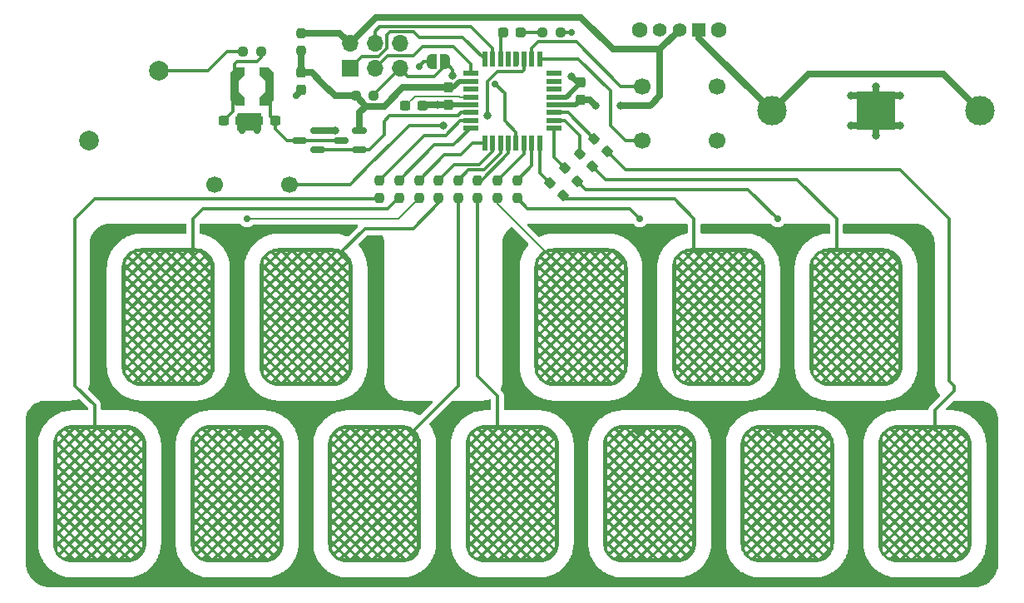
<source format=gbr>
%TF.GenerationSoftware,KiCad,Pcbnew,8.0.5*%
%TF.CreationDate,2024-12-02T23:37:23+00:00*%
%TF.ProjectId,piano-board,7069616e-6f2d-4626-9f61-72642e6b6963,rev?*%
%TF.SameCoordinates,Original*%
%TF.FileFunction,Copper,L1,Top*%
%TF.FilePolarity,Positive*%
%FSLAX46Y46*%
G04 Gerber Fmt 4.6, Leading zero omitted, Abs format (unit mm)*
G04 Created by KiCad (PCBNEW 8.0.5) date 2024-12-02 23:37:23*
%MOMM*%
%LPD*%
G01*
G04 APERTURE LIST*
G04 Aperture macros list*
%AMRoundRect*
0 Rectangle with rounded corners*
0 $1 Rounding radius*
0 $2 $3 $4 $5 $6 $7 $8 $9 X,Y pos of 4 corners*
0 Add a 4 corners polygon primitive as box body*
4,1,4,$2,$3,$4,$5,$6,$7,$8,$9,$2,$3,0*
0 Add four circle primitives for the rounded corners*
1,1,$1+$1,$2,$3*
1,1,$1+$1,$4,$5*
1,1,$1+$1,$6,$7*
1,1,$1+$1,$8,$9*
0 Add four rect primitives between the rounded corners*
20,1,$1+$1,$2,$3,$4,$5,0*
20,1,$1+$1,$4,$5,$6,$7,0*
20,1,$1+$1,$6,$7,$8,$9,0*
20,1,$1+$1,$8,$9,$2,$3,0*%
%AMFreePoly0*
4,1,19,0.500000,-0.750000,0.000000,-0.750000,0.000000,-0.744911,-0.071157,-0.744911,-0.207708,-0.704816,-0.327430,-0.627875,-0.420627,-0.520320,-0.479746,-0.390866,-0.500000,-0.250000,-0.500000,0.250000,-0.479746,0.390866,-0.420627,0.520320,-0.327430,0.627875,-0.207708,0.704816,-0.071157,0.744911,0.000000,0.744911,0.000000,0.750000,0.500000,0.750000,0.500000,-0.750000,0.500000,-0.750000,
$1*%
%AMFreePoly1*
4,1,19,0.000000,0.744911,0.071157,0.744911,0.207708,0.704816,0.327430,0.627875,0.420627,0.520320,0.479746,0.390866,0.500000,0.250000,0.500000,-0.250000,0.479746,-0.390866,0.420627,-0.520320,0.327430,-0.627875,0.207708,-0.704816,0.071157,-0.744911,0.000000,-0.744911,0.000000,-0.750000,-0.500000,-0.750000,-0.500000,0.750000,0.000000,0.750000,0.000000,0.744911,0.000000,0.744911,
$1*%
%AMFreePoly2*
4,1,11,1.015000,1.170000,0.435000,0.575000,0.435000,-0.575000,1.015000,-1.170000,1.015000,-1.945000,0.125000,-1.945000,-0.435000,-1.395000,-0.435000,1.395000,0.125000,1.945000,1.015000,1.945000,1.015000,1.170000,1.015000,1.170000,$1*%
%AMFreePoly3*
4,1,11,0.435000,1.395000,0.435000,-1.395000,-0.125000,-1.945000,-1.015000,-1.945000,-1.015000,-1.170000,-0.435000,-0.575000,-0.435000,0.575000,-1.015000,1.170000,-1.015000,1.945000,-0.125000,1.945000,0.435000,1.395000,0.435000,1.395000,$1*%
G04 Aperture macros list end*
%TA.AperFunction,SMDPad,CuDef*%
%ADD10RoundRect,0.237500X-0.237500X0.250000X-0.237500X-0.250000X0.237500X-0.250000X0.237500X0.250000X0*%
%TD*%
%TA.AperFunction,SMDPad,CuDef*%
%ADD11FreePoly0,0.000000*%
%TD*%
%TA.AperFunction,SMDPad,CuDef*%
%ADD12FreePoly1,0.000000*%
%TD*%
%TA.AperFunction,ComponentPad*%
%ADD13C,2.000000*%
%TD*%
%TA.AperFunction,SMDPad,CuDef*%
%ADD14RoundRect,0.237500X0.287500X0.237500X-0.287500X0.237500X-0.287500X-0.237500X0.287500X-0.237500X0*%
%TD*%
%TA.AperFunction,SMDPad,CuDef*%
%ADD15FreePoly2,180.000000*%
%TD*%
%TA.AperFunction,SMDPad,CuDef*%
%ADD16FreePoly3,180.000000*%
%TD*%
%TA.AperFunction,SMDPad,CuDef*%
%ADD17RoundRect,0.237500X-0.344715X0.008839X0.008839X-0.344715X0.344715X-0.008839X-0.008839X0.344715X0*%
%TD*%
%TA.AperFunction,SMDPad,CuDef*%
%ADD18RoundRect,0.237500X0.250000X0.237500X-0.250000X0.237500X-0.250000X-0.237500X0.250000X-0.237500X0*%
%TD*%
%TA.AperFunction,SMDPad,CuDef*%
%ADD19RoundRect,0.237500X-0.300000X-0.237500X0.300000X-0.237500X0.300000X0.237500X-0.300000X0.237500X0*%
%TD*%
%TA.AperFunction,SMDPad,CuDef*%
%ADD20RoundRect,0.237500X-0.237500X0.300000X-0.237500X-0.300000X0.237500X-0.300000X0.237500X0.300000X0*%
%TD*%
%TA.AperFunction,ComponentPad*%
%ADD21C,1.700000*%
%TD*%
%TA.AperFunction,SMDPad,CuDef*%
%ADD22R,1.600000X0.550000*%
%TD*%
%TA.AperFunction,SMDPad,CuDef*%
%ADD23R,0.550000X1.600000*%
%TD*%
%TA.AperFunction,ComponentPad*%
%ADD24C,1.600000*%
%TD*%
%TA.AperFunction,ComponentPad*%
%ADD25R,1.400000X1.400000*%
%TD*%
%TA.AperFunction,ComponentPad*%
%ADD26C,1.400000*%
%TD*%
%TA.AperFunction,SMDPad,CuDef*%
%ADD27RoundRect,0.150000X0.587500X0.150000X-0.587500X0.150000X-0.587500X-0.150000X0.587500X-0.150000X0*%
%TD*%
%TA.AperFunction,SMDPad,CuDef*%
%ADD28RoundRect,0.237500X0.300000X0.237500X-0.300000X0.237500X-0.300000X-0.237500X0.300000X-0.237500X0*%
%TD*%
%TA.AperFunction,SMDPad,CuDef*%
%ADD29RoundRect,0.237500X0.237500X-0.300000X0.237500X0.300000X-0.237500X0.300000X-0.237500X-0.300000X0*%
%TD*%
%TA.AperFunction,SMDPad,CuDef*%
%ADD30RoundRect,0.237500X-0.250000X-0.237500X0.250000X-0.237500X0.250000X0.237500X-0.250000X0.237500X0*%
%TD*%
%TA.AperFunction,ComponentPad*%
%ADD31C,3.000000*%
%TD*%
%TA.AperFunction,SMDPad,CuDef*%
%ADD32R,4.000000X4.000000*%
%TD*%
%TA.AperFunction,ComponentPad*%
%ADD33R,1.700000X1.700000*%
%TD*%
%TA.AperFunction,ComponentPad*%
%ADD34O,1.700000X1.700000*%
%TD*%
%TA.AperFunction,ViaPad*%
%ADD35C,0.800000*%
%TD*%
%TA.AperFunction,ViaPad*%
%ADD36C,0.700000*%
%TD*%
%TA.AperFunction,Conductor*%
%ADD37C,0.300000*%
%TD*%
%TA.AperFunction,Conductor*%
%ADD38C,0.700000*%
%TD*%
%TA.AperFunction,Conductor*%
%ADD39C,0.500000*%
%TD*%
%TA.AperFunction,Conductor*%
%ADD40C,0.200000*%
%TD*%
G04 APERTURE END LIST*
D10*
%TO.P,R6,1*%
%TO.N,KEY_5*%
X196500000Y-58087500D03*
%TO.P,R6,2*%
%TO.N,KEY_5_PAD*%
X196500000Y-59912500D03*
%TD*%
D11*
%TO.P,JP1,1,A*%
%TO.N,GND*%
X191850001Y-46000000D03*
D12*
%TO.P,JP1,2,B*%
%TO.N,RST_DBG_PIN*%
X193149999Y-46000000D03*
%TD*%
D13*
%TO.P,LS1,1,1*%
%TO.N,Net-(LS1-Pad1)*%
X164035534Y-46964466D03*
%TO.P,LS1,2,2*%
%TO.N,GND*%
X156964466Y-54035534D03*
%TD*%
D10*
%TO.P,R8,1*%
%TO.N,KEY_7*%
X200500000Y-58087500D03*
%TO.P,R8,2*%
%TO.N,KEY_7_PAD*%
X200500000Y-59912500D03*
%TD*%
D14*
%TO.P,D1,1,K*%
%TO.N,Net-(D1-K)*%
X200874999Y-43000000D03*
%TO.P,D1,2,A*%
%TO.N,/STATUS_LED*%
X199125001Y-43000000D03*
%TD*%
D15*
%TO.P,L1,1,1*%
%TO.N,AUDIO_AMP_OUT*%
X175265000Y-48500000D03*
D16*
%TO.P,L1,2,2*%
%TO.N,AUDIO_FLTR_OUT*%
X171735000Y-48500000D03*
%TD*%
D17*
%TO.P,R12,1*%
%TO.N,KEY_11*%
X208354765Y-53854765D03*
%TO.P,R12,2*%
%TO.N,KEY_11_PAD*%
X209645235Y-55145235D03*
%TD*%
D10*
%TO.P,R4,1*%
%TO.N,KEY_3*%
X192500000Y-58087500D03*
%TO.P,R4,2*%
%TO.N,KEY_3_PAD*%
X192500000Y-59912500D03*
%TD*%
D18*
%TO.P,R15,1*%
%TO.N,AUDIO_FLTR_OUT*%
X174412500Y-45000000D03*
%TO.P,R15,2*%
%TO.N,Net-(LS1-Pad1)*%
X172587500Y-45000000D03*
%TD*%
D19*
%TO.P,C5,1*%
%TO.N,AUDIO_FLTR_OUT*%
X170637499Y-52000000D03*
%TO.P,C5,2*%
%TO.N,GND*%
X172362501Y-52000000D03*
%TD*%
D10*
%TO.P,R5,1*%
%TO.N,KEY_4*%
X194500000Y-58087500D03*
%TO.P,R5,2*%
%TO.N,KEY_4_PAD*%
X194500000Y-59912500D03*
%TD*%
D20*
%TO.P,C2,1*%
%TO.N,AVCC*%
X178500000Y-47137498D03*
%TO.P,C2,2*%
%TO.N,GND*%
X178500000Y-48862500D03*
%TD*%
D21*
%TO.P,SW2,1,1*%
%TO.N,OCT_INC*%
X213190000Y-48500000D03*
%TO.P,SW2,2,2*%
%TO.N,GND*%
X220810000Y-48500000D03*
%TD*%
D22*
%TO.P,U1,1,PD3*%
%TO.N,KEY_9*%
X204250000Y-52800000D03*
%TO.P,U1,2,PD4*%
%TO.N,KEY_10*%
X204250000Y-52000000D03*
%TO.P,U1,3,PE0*%
%TO.N,KEY_11*%
X204250000Y-51200000D03*
%TO.P,U1,4,VCC*%
%TO.N,VCC*%
X204250000Y-50400000D03*
%TO.P,U1,5,GND*%
%TO.N,GND*%
X204250000Y-49600000D03*
%TO.P,U1,6,PE1*%
%TO.N,unconnected-(U1-PE1-Pad6)*%
X204250000Y-48800000D03*
%TO.P,U1,7,XTAL1/PB6*%
%TO.N,unconnected-(U1-XTAL1{slash}PB6-Pad7)*%
X204250000Y-48000000D03*
%TO.P,U1,8,XTAL2/PB7*%
%TO.N,unconnected-(U1-XTAL2{slash}PB7-Pad8)*%
X204250000Y-47200000D03*
D23*
%TO.P,U1,9,PD5*%
%TO.N,OCT_DEC*%
X202800000Y-45750000D03*
%TO.P,U1,10,PD6*%
%TO.N,OCT_INC*%
X202000000Y-45750000D03*
%TO.P,U1,11,PD7*%
%TO.N,WAVE_CHANGE*%
X201200000Y-45750000D03*
%TO.P,U1,12,PB0*%
%TO.N,unconnected-(U1-PB0-Pad12)*%
X200400000Y-45750000D03*
%TO.P,U1,13,PB1*%
%TO.N,unconnected-(U1-PB1-Pad13)*%
X199600000Y-45750000D03*
%TO.P,U1,14,PB2*%
%TO.N,/STATUS_LED*%
X198800000Y-45750000D03*
%TO.P,U1,15,PB3*%
%TO.N,MOSI_0*%
X198000000Y-45750000D03*
%TO.P,U1,16,PB4*%
%TO.N,MISO_0*%
X197200000Y-45750000D03*
D22*
%TO.P,U1,17,PB5*%
%TO.N,SCK_0*%
X195750000Y-47200000D03*
%TO.P,U1,18,AVCC*%
%TO.N,AVCC*%
X195750000Y-48000000D03*
%TO.P,U1,19,PE2*%
%TO.N,unconnected-(U1-PE2-Pad19)*%
X195750000Y-48800000D03*
%TO.P,U1,20,AREF*%
%TO.N,Net-(U1-AREF)*%
X195750000Y-49600000D03*
%TO.P,U1,21,GND*%
%TO.N,GND*%
X195750000Y-50400000D03*
%TO.P,U1,22,PE3*%
%TO.N,MCU_AUDIO*%
X195750000Y-51200000D03*
%TO.P,U1,23,PC0*%
%TO.N,KEY_0*%
X195750000Y-52000000D03*
%TO.P,U1,24,PC1*%
%TO.N,KEY_1*%
X195750000Y-52800000D03*
D23*
%TO.P,U1,25,PC2*%
%TO.N,KEY_2*%
X197200000Y-54250000D03*
%TO.P,U1,26,PC3*%
%TO.N,KEY_3*%
X198000000Y-54250000D03*
%TO.P,U1,27,PC4*%
%TO.N,KEY_4*%
X198800000Y-54250000D03*
%TO.P,U1,28,PC5*%
%TO.N,KEY_5*%
X199600000Y-54250000D03*
%TO.P,U1,29,~{RESET}/PC6*%
%TO.N,RST_DBG_PIN*%
X200400000Y-54250000D03*
%TO.P,U1,30,PD0*%
%TO.N,KEY_6*%
X201200000Y-54250000D03*
%TO.P,U1,31,PD1*%
%TO.N,KEY_7*%
X202000000Y-54250000D03*
%TO.P,U1,32,PD2*%
%TO.N,KEY_8*%
X202800000Y-54250000D03*
%TD*%
D24*
%TO.P,SW1,*%
%TO.N,*%
X221000000Y-42750000D03*
X213000000Y-42750000D03*
D25*
%TO.P,SW1,1,A*%
%TO.N,/BAT+*%
X219000000Y-42750000D03*
D26*
%TO.P,SW1,2,B*%
%TO.N,VCC*%
X217000000Y-42750000D03*
%TO.P,SW1,3,C*%
%TO.N,unconnected-(SW1-C-Pad3)*%
X215000000Y-42750000D03*
%TD*%
D20*
%TO.P,C4,1*%
%TO.N,AVCC*%
X193500000Y-48637499D03*
%TO.P,C4,2*%
%TO.N,GND*%
X193500000Y-50362501D03*
%TD*%
D27*
%TO.P,Q1,1,G*%
%TO.N,MCU_AUDIO*%
X180194858Y-54950000D03*
%TO.P,Q1,2,S*%
%TO.N,GND*%
X180194858Y-53050000D03*
%TO.P,Q1,3,D*%
%TO.N,AUDIO_AMP_OUT*%
X178319857Y-54000000D03*
%TD*%
D21*
%TO.P,SW3,1,1*%
%TO.N,OCT_DEC*%
X213190000Y-54000000D03*
%TO.P,SW3,2,2*%
%TO.N,GND*%
X220810000Y-54000000D03*
%TD*%
D28*
%TO.P,C6,1*%
%TO.N,AUDIO_AMP_OUT*%
X175862501Y-52000000D03*
%TO.P,C6,2*%
%TO.N,GND*%
X174137499Y-52000000D03*
%TD*%
D10*
%TO.P,R7,1*%
%TO.N,KEY_6*%
X198500000Y-58087500D03*
%TO.P,R7,2*%
%TO.N,KEY_6_PAD*%
X198500000Y-59912500D03*
%TD*%
%TO.P,R2,1*%
%TO.N,KEY_1*%
X188500000Y-58087500D03*
%TO.P,R2,2*%
%TO.N,KEY_1_PAD*%
X188500000Y-59912500D03*
%TD*%
%TO.P,R3,1*%
%TO.N,KEY_2*%
X190500000Y-58087500D03*
%TO.P,R3,2*%
%TO.N,KEY_2_PAD*%
X190500000Y-59912500D03*
%TD*%
D29*
%TO.P,C3,1*%
%TO.N,VCC*%
X207000000Y-49862501D03*
%TO.P,C3,2*%
%TO.N,GND*%
X207000000Y-48137499D03*
%TD*%
D10*
%TO.P,FB1,1*%
%TO.N,VCC*%
X178500000Y-43087500D03*
%TO.P,FB1,2*%
%TO.N,AVCC*%
X178500000Y-44912500D03*
%TD*%
D30*
%TO.P,R13,1*%
%TO.N,AVCC*%
X184087500Y-49500000D03*
%TO.P,R13,2*%
%TO.N,RST_DBG_PIN*%
X185912500Y-49500000D03*
%TD*%
D10*
%TO.P,R1,1*%
%TO.N,KEY_0*%
X186500000Y-58087500D03*
%TO.P,R1,2*%
%TO.N,KEY_0_PAD*%
X186500000Y-59912500D03*
%TD*%
D28*
%TO.P,C1,1*%
%TO.N,GND*%
X190862501Y-50500000D03*
%TO.P,C1,2*%
%TO.N,Net-(U1-AREF)*%
X189137499Y-50500000D03*
%TD*%
D17*
%TO.P,R9,1*%
%TO.N,KEY_8*%
X203854765Y-58354765D03*
%TO.P,R9,2*%
%TO.N,KEY_8_PAD*%
X205145235Y-59645235D03*
%TD*%
D31*
%TO.P,BT1,1,+*%
%TO.N,/BAT+*%
X226400000Y-51000000D03*
X247600000Y-51000000D03*
D32*
%TO.P,BT1,2,-*%
%TO.N,GND*%
X237000000Y-51000000D03*
%TD*%
D33*
%TO.P,J1,1,MISO*%
%TO.N,MISO_0*%
X183475000Y-46700000D03*
D34*
%TO.P,J1,2,VCC*%
%TO.N,VCC*%
X183475000Y-44160000D03*
%TO.P,J1,3,SCK*%
%TO.N,SCK_0*%
X186015000Y-46700000D03*
%TO.P,J1,4,MOSI*%
%TO.N,MOSI_0*%
X186015000Y-44160000D03*
%TO.P,J1,5,~{RST}*%
%TO.N,RST_DBG_PIN*%
X188555000Y-46700000D03*
%TO.P,J1,6,GND*%
%TO.N,GND*%
X188555000Y-44160000D03*
%TD*%
D27*
%TO.P,Q2,1,G*%
%TO.N,MCU_AUDIO*%
X184437500Y-54950000D03*
%TO.P,Q2,2,S*%
%TO.N,AVCC*%
X184437500Y-53050000D03*
%TO.P,Q2,3,D*%
%TO.N,AUDIO_AMP_OUT*%
X182562499Y-54000000D03*
%TD*%
D30*
%TO.P,R14,1*%
%TO.N,Net-(D1-K)*%
X203087500Y-43000000D03*
%TO.P,R14,2*%
%TO.N,GND*%
X204912500Y-43000000D03*
%TD*%
D17*
%TO.P,R10,1*%
%TO.N,KEY_9*%
X205354765Y-56854765D03*
%TO.P,R10,2*%
%TO.N,KEY_9_PAD*%
X206645235Y-58145235D03*
%TD*%
D21*
%TO.P,SW4,1,1*%
%TO.N,WAVE_CHANGE*%
X177310000Y-58500000D03*
%TO.P,SW4,2,2*%
%TO.N,GND*%
X169690000Y-58500000D03*
%TD*%
D17*
%TO.P,R11,1*%
%TO.N,KEY_10*%
X206854765Y-55354765D03*
%TO.P,R11,2*%
%TO.N,KEY_10_PAD*%
X208145235Y-56645235D03*
%TD*%
D35*
%TO.N,GND*%
X237000000Y-53500000D03*
D36*
X217500000Y-63000000D03*
X221000000Y-90000000D03*
D35*
X234500000Y-49500000D03*
D36*
X249000000Y-83000000D03*
X158000000Y-79000000D03*
X172000000Y-65000000D03*
X200000000Y-79000000D03*
X217500000Y-81000000D03*
X189000000Y-81000000D03*
X238500000Y-99000000D03*
X179000000Y-97000000D03*
X193000000Y-97000000D03*
X158000000Y-72000000D03*
X190500000Y-46500000D03*
X175500000Y-63000000D03*
X210500000Y-99000000D03*
X197000000Y-81000000D03*
X165000000Y-97000000D03*
X214000000Y-65000000D03*
X228000000Y-65000000D03*
X175500000Y-81000000D03*
D35*
X182000000Y-53000000D03*
D36*
X214000000Y-79000000D03*
X165000000Y-83000000D03*
X242000000Y-72000000D03*
X238500000Y-63000000D03*
X224500000Y-99000000D03*
X154500000Y-99000000D03*
X207000000Y-83000000D03*
X245500000Y-99000000D03*
X182500000Y-81000000D03*
X210500000Y-81000000D03*
X241500000Y-65000000D03*
X196500000Y-99000000D03*
X151000000Y-83000000D03*
X206000000Y-43000000D03*
X224500000Y-63000000D03*
D35*
X239500000Y-49500000D03*
D36*
X193000000Y-90000000D03*
D35*
X192431250Y-50431250D03*
D36*
X210500000Y-63000000D03*
X182500000Y-63000000D03*
X165000000Y-90000000D03*
X151000000Y-90000000D03*
X207000000Y-97000000D03*
X172500000Y-53000000D03*
X172000000Y-72000000D03*
X203500000Y-63000000D03*
X249000000Y-90000000D03*
X231500000Y-81000000D03*
X186000000Y-72000000D03*
X245500000Y-81000000D03*
X168500000Y-63000000D03*
X228000000Y-72000000D03*
X231500000Y-99000000D03*
X189500000Y-99000000D03*
X168500000Y-99000000D03*
X235000000Y-90000000D03*
D35*
X237000000Y-48500000D03*
D36*
X178000000Y-49500000D03*
X200000000Y-72000000D03*
X193000000Y-83000000D03*
X161500000Y-99000000D03*
X154500000Y-81000000D03*
X224500000Y-81000000D03*
X175500000Y-99000000D03*
X179000000Y-90000000D03*
X151000000Y-97000000D03*
X186000000Y-65000000D03*
X186000000Y-79000000D03*
X221000000Y-83000000D03*
X214000000Y-72000000D03*
X182500000Y-99000000D03*
X207000000Y-90000000D03*
X200000000Y-65000000D03*
X168500000Y-81000000D03*
X172000000Y-79000000D03*
X235000000Y-83000000D03*
D35*
X234500000Y-52500000D03*
D36*
X158000000Y-65000000D03*
X231500000Y-63000000D03*
D35*
X239500000Y-52500000D03*
D36*
X228000000Y-79000000D03*
X161500000Y-63000000D03*
X235000000Y-97000000D03*
X217500000Y-99000000D03*
X238500000Y-81000000D03*
X241500000Y-79000000D03*
X174000000Y-53000000D03*
D35*
X206000000Y-47500000D03*
D36*
X161500000Y-81000000D03*
X249000000Y-97000000D03*
X203500000Y-99000000D03*
X179000000Y-83000000D03*
X203500000Y-81000000D03*
X221000000Y-97000000D03*
D35*
%TO.N,VCC*%
X211000000Y-50500000D03*
X208500000Y-50500000D03*
%TO.N,RST_DBG_PIN*%
X193967708Y-47467708D03*
D36*
X198250000Y-48250000D03*
%TO.N,KEY_2_PAD*%
X173000000Y-83500000D03*
X173000000Y-62000000D03*
%TO.N,KEY_7_PAD*%
X213000000Y-62000000D03*
X213000000Y-83500000D03*
%TO.N,KEY_9_PAD*%
X227000000Y-62000000D03*
X227000000Y-83500000D03*
D35*
%TO.N,WAVE_CHANGE*%
X193000000Y-52500000D03*
X197500000Y-51500000D03*
%TD*%
D37*
%TO.N,KEY_10_PAD*%
X233000000Y-65000000D02*
X233500000Y-65500000D01*
X233000000Y-62000000D02*
X233000000Y-65000000D01*
X209500000Y-58000000D02*
X229000000Y-58000000D01*
X229000000Y-58000000D02*
X233000000Y-62000000D01*
X208145235Y-56645235D02*
X209500000Y-58000000D01*
%TO.N,KEY_9_PAD*%
X207500000Y-59000000D02*
X206645235Y-58145235D01*
X224000000Y-59000000D02*
X207500000Y-59000000D01*
X227000000Y-62000000D02*
X224000000Y-59000000D01*
%TO.N,KEY_0_PAD*%
X155500000Y-62000000D02*
X155500000Y-79000000D01*
X157500000Y-60000000D02*
X155500000Y-62000000D01*
X186412500Y-60000000D02*
X157500000Y-60000000D01*
X155500000Y-79000000D02*
X157500000Y-81000000D01*
X157500000Y-81000000D02*
X157500000Y-83500000D01*
X186500000Y-59912500D02*
X186412500Y-60000000D01*
%TO.N,KEY_11_PAD*%
X245000000Y-79000000D02*
X245000000Y-79500000D01*
X244500000Y-78500000D02*
X245000000Y-79000000D01*
X239500000Y-57000000D02*
X244500000Y-62000000D01*
X211500000Y-57000000D02*
X239500000Y-57000000D01*
X245000000Y-79500000D02*
X243000000Y-81500000D01*
X209645235Y-55145235D02*
X211500000Y-57000000D01*
X244500000Y-62000000D02*
X244500000Y-78500000D01*
X243000000Y-81500000D02*
X243000000Y-83500000D01*
D38*
%TO.N,GND*%
X178500000Y-49000000D02*
X178000000Y-49500000D01*
X192431250Y-50431250D02*
X190931251Y-50431250D01*
X238500000Y-49500000D02*
X237000000Y-51000000D01*
D39*
X193962501Y-50400000D02*
X195750000Y-50400000D01*
D37*
X191850001Y-46000000D02*
X191000000Y-46000000D01*
D38*
X239500000Y-52500000D02*
X238500000Y-52500000D01*
X180194858Y-53050000D02*
X181950000Y-53050000D01*
X192431251Y-50431250D02*
X192500000Y-50362501D01*
D37*
X204912500Y-43000000D02*
X206000000Y-43000000D01*
D39*
X204250000Y-49600000D02*
X205537499Y-49600000D01*
D38*
X238500000Y-52500000D02*
X237000000Y-51000000D01*
X234500000Y-49500000D02*
X235500000Y-49500000D01*
X192500000Y-50362501D02*
X193500000Y-50362501D01*
X239500000Y-49500000D02*
X238500000Y-49500000D01*
D39*
X205537499Y-49600000D02*
X207000000Y-48137499D01*
D38*
X192431250Y-50431251D02*
X192431250Y-50431250D01*
X234500000Y-52500000D02*
X235500000Y-52500000D01*
D39*
X207000000Y-48137499D02*
X206637499Y-48137499D01*
D38*
X235500000Y-49500000D02*
X237000000Y-51000000D01*
D39*
X206637499Y-48137499D02*
X206000000Y-47500000D01*
D38*
X190931251Y-50431250D02*
X190862501Y-50500000D01*
X181950000Y-53050000D02*
X182000000Y-53000000D01*
D37*
X191000000Y-46000000D02*
X190500000Y-46500000D01*
D38*
X235500000Y-52500000D02*
X237000000Y-51000000D01*
X178500000Y-48862501D02*
X178500000Y-49000000D01*
X237000000Y-48500000D02*
X237000000Y-51000000D01*
X237000000Y-53500000D02*
X237000000Y-51000000D01*
X192431250Y-50431250D02*
X192431251Y-50431250D01*
D40*
%TO.N,Net-(U1-AREF)*%
X194625001Y-49525001D02*
X190112498Y-49525001D01*
X190112498Y-49525001D02*
X189137499Y-50500000D01*
X195750000Y-49600000D02*
X194700000Y-49600000D01*
X194700000Y-49600000D02*
X194625001Y-49525001D01*
D38*
%TO.N,AVCC*%
X178500000Y-47137499D02*
X179637499Y-47137499D01*
X186975000Y-50525000D02*
X188862501Y-48637499D01*
X182000000Y-49500000D02*
X180750000Y-48250000D01*
X185112500Y-50525000D02*
X186975000Y-50525000D01*
D39*
X194637499Y-48000000D02*
X194000000Y-48637499D01*
D38*
X188862501Y-48637499D02*
X193000000Y-48637499D01*
X184437500Y-51200000D02*
X184437500Y-53050000D01*
D39*
X194000000Y-48637499D02*
X193500000Y-48637499D01*
X195750000Y-48000000D02*
X194637499Y-48000000D01*
D38*
X179637499Y-47137499D02*
X180750000Y-48250000D01*
X178500000Y-44912500D02*
X178500000Y-46637499D01*
X184087500Y-49500000D02*
X185112500Y-50525000D01*
X184087500Y-49500000D02*
X182000000Y-49500000D01*
X185112500Y-50525000D02*
X184437500Y-51200000D01*
%TO.N,VCC*%
X210250000Y-44750000D02*
X207000000Y-41500000D01*
X178500000Y-43087500D02*
X182402500Y-43087500D01*
D39*
X214000000Y-50500000D02*
X214137499Y-50362501D01*
D38*
X217000000Y-42750000D02*
X215000000Y-44750000D01*
X211000000Y-50500000D02*
X214000000Y-50500000D01*
D39*
X204250000Y-50400000D02*
X206462501Y-50400000D01*
D38*
X186135000Y-41500000D02*
X183475000Y-44160000D01*
D39*
X206462501Y-50400000D02*
X207000000Y-49862501D01*
D38*
X207000000Y-49862501D02*
X207862501Y-49862501D01*
X215000000Y-44750000D02*
X210250000Y-44750000D01*
X215000000Y-49500000D02*
X214137499Y-50362501D01*
X215000000Y-44750000D02*
X215000000Y-49500000D01*
X178500000Y-43087500D02*
X178500000Y-43187500D01*
X207862501Y-49862501D02*
X208500000Y-50500000D01*
X182402500Y-43087500D02*
X183475000Y-44160000D01*
X207000000Y-41500000D02*
X186135000Y-41500000D01*
D37*
%TO.N,AUDIO_FLTR_OUT*%
X174412500Y-45587500D02*
X174412500Y-45000000D01*
X172000000Y-46000000D02*
X174000000Y-46000000D01*
X170637499Y-52000000D02*
X171585000Y-51052499D01*
X171585000Y-51052499D02*
X171585000Y-48500000D01*
X171735001Y-48500000D02*
X171735001Y-46264999D01*
X171470002Y-48470002D02*
X171470002Y-49500000D01*
X174000000Y-46000000D02*
X174412500Y-45587500D01*
X171735001Y-46264999D02*
X172000000Y-46000000D01*
%TO.N,AUDIO_AMP_OUT*%
X182562499Y-54000000D02*
X178319857Y-54000000D01*
X177050000Y-54000000D02*
X175862501Y-52812501D01*
X175415000Y-51552499D02*
X175862501Y-52000000D01*
X174862501Y-49362501D02*
X175000000Y-49500000D01*
X175415000Y-48500000D02*
X175415000Y-51552499D01*
X178319857Y-54000000D02*
X177050000Y-54000000D01*
X175862501Y-52000000D02*
X175862501Y-52812501D01*
%TO.N,MOSI_0*%
X186015000Y-44160000D02*
X186015000Y-42957919D01*
X195810000Y-42460000D02*
X198000000Y-44650000D01*
X198000000Y-44650000D02*
X198000000Y-45750000D01*
X186512919Y-42460000D02*
X186015000Y-42957919D01*
X186512919Y-42460000D02*
X195810000Y-42460000D01*
%TO.N,MISO_0*%
X190500000Y-43500000D02*
X194950000Y-43500000D01*
X187215000Y-44657057D02*
X187215000Y-43285000D01*
X183475000Y-46700000D02*
X184675001Y-45500000D01*
X194950000Y-43500000D02*
X197200000Y-45750000D01*
X186372057Y-45500000D02*
X187215000Y-44657057D01*
X187540000Y-42960000D02*
X189960000Y-42960000D01*
X184675001Y-45500000D02*
X186372057Y-45500000D01*
X187540000Y-42960000D02*
X187215000Y-43285000D01*
X189960000Y-42960000D02*
X190500000Y-43500000D01*
%TO.N,SCK_0*%
X189925000Y-45425000D02*
X190850000Y-44500000D01*
X195750000Y-46250000D02*
X195750000Y-47200000D01*
X187290000Y-45425000D02*
X189925000Y-45425000D01*
X194000000Y-44500000D02*
X195750000Y-46250000D01*
X186015000Y-46700001D02*
X187290000Y-45425000D01*
X190850000Y-44500000D02*
X194000000Y-44500000D01*
%TO.N,RST_DBG_PIN*%
X199250000Y-52000000D02*
X200400000Y-53150000D01*
X185912500Y-49342499D02*
X185912500Y-49500000D01*
X193967708Y-46817709D02*
X193149999Y-46000000D01*
X193149999Y-46452049D02*
X192102048Y-47500000D01*
X193967708Y-47467708D02*
X193967708Y-46817709D01*
X200400000Y-53150000D02*
X200400000Y-54250000D01*
X189354999Y-47500000D02*
X188554999Y-46700000D01*
X188554999Y-46700000D02*
X185912500Y-49342499D01*
X198250000Y-48250000D02*
X199250000Y-49250000D01*
X192102048Y-47500000D02*
X189354999Y-47500000D01*
X199250000Y-49250000D02*
X199250000Y-52000000D01*
X193149999Y-46000000D02*
X193149999Y-46452049D01*
%TO.N,MCU_AUDIO*%
X184437500Y-54950000D02*
X185450000Y-54950000D01*
X185450000Y-54950000D02*
X186950000Y-53450000D01*
X187500000Y-51500000D02*
X194500000Y-51500000D01*
X194500000Y-51500000D02*
X194800000Y-51200000D01*
X184437500Y-54950000D02*
X180194859Y-54949999D01*
X186950000Y-53450000D02*
X186950000Y-52050000D01*
X186950000Y-52050000D02*
X187500000Y-51500000D01*
X194800000Y-51200000D02*
X195750000Y-51200000D01*
%TO.N,KEY_0*%
X191087500Y-53500000D02*
X186500000Y-58087500D01*
X195750000Y-52000000D02*
X194707106Y-52000000D01*
X194707106Y-52000000D02*
X193207106Y-53500000D01*
X193207106Y-53500000D02*
X191087500Y-53500000D01*
%TO.N,KEY_1_PAD*%
X187300000Y-61000000D02*
X168500000Y-61000000D01*
X168500000Y-61000000D02*
X167500000Y-62000000D01*
X167500000Y-62000000D02*
X167500000Y-65500000D01*
X188387500Y-59912500D02*
X187300000Y-61000000D01*
D40*
X188500000Y-59912500D02*
X188387500Y-59912500D01*
D37*
%TO.N,KEY_1*%
X194050000Y-54500000D02*
X195750000Y-52800000D01*
X192087500Y-54500000D02*
X194050000Y-54500000D01*
X188500000Y-58087500D02*
X192087500Y-54500000D01*
%TO.N,KEY_2*%
X194750000Y-55500000D02*
X193087500Y-55500000D01*
X196000000Y-54250000D02*
X194750000Y-55500000D01*
X193087500Y-55500000D02*
X190500000Y-58087500D01*
X197200000Y-54250000D02*
X196000000Y-54250000D01*
D40*
%TO.N,KEY_2_PAD*%
X188412500Y-62000000D02*
X190500000Y-59912500D01*
X173000000Y-62000000D02*
X188412500Y-62000000D01*
D37*
%TO.N,KEY_3*%
X196675000Y-56500000D02*
X194087500Y-56500000D01*
X198000000Y-55175000D02*
X196675000Y-56500000D01*
X194087500Y-56500000D02*
X192500000Y-58087500D01*
X198000000Y-54250000D02*
X198000000Y-55175000D01*
%TO.N,KEY_3_PAD*%
X189912500Y-63000000D02*
X185000000Y-63000000D01*
X192500000Y-60412500D02*
X192500000Y-59912500D01*
X185000000Y-63000000D02*
X182500000Y-65500000D01*
X192500000Y-60412500D02*
X189912500Y-63000000D01*
%TO.N,KEY_4*%
X195569606Y-57000000D02*
X194500000Y-58069606D01*
X198800000Y-54250000D02*
X198800000Y-55350000D01*
X198800000Y-55350000D02*
X197150000Y-57000000D01*
X197150000Y-57000000D02*
X195569606Y-57000000D01*
X194500000Y-58069606D02*
X194500000Y-58087500D01*
%TO.N,KEY_4_PAD*%
X194500000Y-79000000D02*
X190000000Y-83500000D01*
X194500000Y-60412500D02*
X194500000Y-79000000D01*
X190000000Y-83500000D02*
X190000000Y-84500000D01*
%TO.N,KEY_5*%
X199600000Y-55350000D02*
X196862500Y-58087500D01*
X196862500Y-58087500D02*
X196500000Y-58087500D01*
X199600000Y-54250000D02*
X199600000Y-55350000D01*
%TO.N,KEY_5_PAD*%
X197000000Y-78500000D02*
X198500000Y-80000000D01*
D40*
X196500000Y-59912500D02*
X196350000Y-60062500D01*
D37*
X196500000Y-59912500D02*
X196500000Y-78000000D01*
X198500000Y-80000000D02*
X198500000Y-80500000D01*
X198500000Y-83000000D02*
X199000000Y-83500000D01*
X198500000Y-80500000D02*
X198500000Y-83000000D01*
X196500000Y-78000000D02*
X197000000Y-78500000D01*
D40*
%TO.N,KEY_6_PAD*%
X198500000Y-60500000D02*
X203750000Y-65750000D01*
X198500000Y-59912500D02*
X198500000Y-60500000D01*
D37*
%TO.N,KEY_6*%
X201200000Y-55387500D02*
X198500000Y-58087500D01*
X201200000Y-54250000D02*
X201200000Y-55387500D01*
%TO.N,KEY_7_PAD*%
X212000000Y-61000000D02*
X213000000Y-62000000D01*
X200500000Y-59912500D02*
X201587500Y-61000000D01*
X201587500Y-61000000D02*
X212000000Y-61000000D01*
%TO.N,KEY_7*%
X202000000Y-56587500D02*
X200500000Y-58087500D01*
X202000000Y-54250000D02*
X202000000Y-56587500D01*
%TO.N,KEY_8_PAD*%
X218500000Y-65000000D02*
X219000000Y-65500000D01*
X216500000Y-60000000D02*
X218500000Y-62000000D01*
X218500000Y-62000000D02*
X218500000Y-65000000D01*
X205500000Y-60000000D02*
X216500000Y-60000000D01*
X205145235Y-59645235D02*
X205500000Y-60000000D01*
%TO.N,KEY_8*%
X202800000Y-54250000D02*
X202800000Y-57300000D01*
X202800000Y-57300000D02*
X203854765Y-58354765D01*
%TO.N,KEY_9*%
X204250000Y-52800000D02*
X204250000Y-55750000D01*
X204250000Y-55750000D02*
X205354765Y-56854765D01*
%TO.N,KEY_10*%
X206854765Y-53504765D02*
X206854765Y-55354765D01*
X204250000Y-52000000D02*
X205350000Y-52000000D01*
X205350000Y-52000000D02*
X206854765Y-53504765D01*
%TO.N,KEY_11*%
X205700000Y-51200000D02*
X208354765Y-53854765D01*
X204250000Y-51200000D02*
X205700000Y-51200000D01*
%TO.N,/STATUS_LED*%
X199125001Y-43000000D02*
X198800000Y-43325001D01*
X198800000Y-43325001D02*
X198800000Y-45750000D01*
D38*
%TO.N,/BAT+*%
X230150000Y-47250000D02*
X243850000Y-47250000D01*
X226400000Y-51000000D02*
X230150000Y-47250000D01*
X219000000Y-42750000D02*
X219000000Y-43600000D01*
X219000000Y-43600000D02*
X226400000Y-51000000D01*
X243850000Y-47250000D02*
X247600000Y-51000000D01*
D37*
%TO.N,unconnected-(U1-PB0-Pad12)*%
X200500000Y-45150000D02*
X200500000Y-46250000D01*
%TO.N,OCT_INC*%
X202650000Y-44000000D02*
X206500000Y-44000000D01*
X202000000Y-44650000D02*
X202650000Y-44000000D01*
X202000000Y-45750000D02*
X202000000Y-44650000D01*
X206500000Y-44000000D02*
X211000000Y-48500000D01*
X211000000Y-48500000D02*
X212690000Y-48500000D01*
%TO.N,OCT_DEC*%
X202800000Y-45750000D02*
X206750000Y-45750000D01*
X211500000Y-54000000D02*
X212690000Y-54000000D01*
X210000000Y-52500000D02*
X211500000Y-54000000D01*
X206750000Y-45750000D02*
X210000000Y-49000000D01*
X210000000Y-49000000D02*
X210000000Y-52500000D01*
%TO.N,WAVE_CHANGE*%
X185500000Y-56500000D02*
X188000000Y-54000000D01*
X189500000Y-52500000D02*
X193000000Y-52500000D01*
X198510050Y-47000000D02*
X201050000Y-47000000D01*
X188000000Y-54000000D02*
X189500000Y-52500000D01*
X197500000Y-51500000D02*
X197500000Y-48010050D01*
X183500000Y-58500000D02*
X185500000Y-56500000D01*
X197500000Y-48010050D02*
X198510050Y-47000000D01*
X201050000Y-47000000D02*
X201200000Y-46850000D01*
X177310000Y-58500000D02*
X183500000Y-58500000D01*
X201200000Y-46850000D02*
X201200000Y-45750000D01*
%TO.N,Net-(D1-K)*%
X200874999Y-43000000D02*
X203087500Y-43000000D01*
%TO.N,Net-(LS1-Pad1)*%
X171000000Y-45000000D02*
X169035534Y-46964466D01*
X172587500Y-45000000D02*
X171000000Y-45000000D01*
X169035534Y-46964466D02*
X164035534Y-46964466D01*
%TD*%
%TA.AperFunction,Conductor*%
%TO.N,KEY_11_PAD*%
G36*
X244754418Y-83000316D02*
G01*
X245025790Y-83019724D01*
X245043291Y-83022241D01*
X245304803Y-83079129D01*
X245321762Y-83084108D01*
X245572524Y-83177638D01*
X245588616Y-83184987D01*
X245823501Y-83313244D01*
X245838375Y-83322802D01*
X246052624Y-83483188D01*
X246065994Y-83494774D01*
X246255225Y-83684005D01*
X246266811Y-83697375D01*
X246427193Y-83911619D01*
X246436758Y-83926503D01*
X246565011Y-84161382D01*
X246572361Y-84177475D01*
X246665888Y-84428229D01*
X246670872Y-84445205D01*
X246727757Y-84706702D01*
X246730275Y-84724214D01*
X246749684Y-84995581D01*
X246750000Y-85004427D01*
X246750000Y-94995572D01*
X246749684Y-95004418D01*
X246730275Y-95275785D01*
X246727757Y-95293297D01*
X246670872Y-95554794D01*
X246665888Y-95571770D01*
X246572361Y-95822524D01*
X246565011Y-95838617D01*
X246436758Y-96073496D01*
X246427193Y-96088380D01*
X246266811Y-96302624D01*
X246255225Y-96315994D01*
X246065994Y-96505225D01*
X246052624Y-96516811D01*
X245838380Y-96677193D01*
X245823496Y-96686758D01*
X245588617Y-96815011D01*
X245572524Y-96822361D01*
X245321770Y-96915888D01*
X245304794Y-96920872D01*
X245043297Y-96977757D01*
X245025785Y-96980275D01*
X244754418Y-96999684D01*
X244745572Y-97000000D01*
X239254428Y-97000000D01*
X239245582Y-96999684D01*
X238974214Y-96980275D01*
X238956702Y-96977757D01*
X238695205Y-96920872D01*
X238678229Y-96915888D01*
X238427475Y-96822361D01*
X238411382Y-96815011D01*
X238176503Y-96686758D01*
X238161619Y-96677193D01*
X238026442Y-96576000D01*
X238779953Y-96576000D01*
X239065440Y-96576000D01*
X238922696Y-96433256D01*
X238779953Y-96576000D01*
X238026442Y-96576000D01*
X237947375Y-96516811D01*
X237934005Y-96505225D01*
X237744774Y-96315994D01*
X237733188Y-96302624D01*
X237646769Y-96187183D01*
X238037397Y-96187183D01*
X238135916Y-96285702D01*
X238330244Y-96431175D01*
X238442206Y-96492310D01*
X238711977Y-96222539D01*
X239133414Y-96222539D01*
X239486875Y-96576000D01*
X239489889Y-96576000D01*
X239911324Y-96576000D01*
X240196811Y-96576000D01*
X240054067Y-96433256D01*
X239911324Y-96576000D01*
X239489889Y-96576000D01*
X239843350Y-96222539D01*
X240264785Y-96222539D01*
X240618246Y-96576000D01*
X240621260Y-96576000D01*
X241042695Y-96576000D01*
X241328181Y-96576000D01*
X241185438Y-96433257D01*
X241042695Y-96576000D01*
X240621260Y-96576000D01*
X240974721Y-96222539D01*
X241396156Y-96222539D01*
X241749617Y-96576000D01*
X241752631Y-96576000D01*
X242174066Y-96576000D01*
X242459552Y-96576000D01*
X242316809Y-96433257D01*
X242174066Y-96576000D01*
X241752631Y-96576000D01*
X242106092Y-96222539D01*
X242527527Y-96222539D01*
X242880988Y-96576000D01*
X242884002Y-96576000D01*
X243305437Y-96576000D01*
X243590923Y-96576000D01*
X243448180Y-96433257D01*
X243305437Y-96576000D01*
X242884002Y-96576000D01*
X243237463Y-96222539D01*
X243237462Y-96222538D01*
X243658897Y-96222538D01*
X244012359Y-96576000D01*
X244015373Y-96576000D01*
X244436808Y-96576000D01*
X244722294Y-96576000D01*
X244579551Y-96433257D01*
X244436808Y-96576000D01*
X244015373Y-96576000D01*
X244368834Y-96222539D01*
X244790268Y-96222539D01*
X245143729Y-96576000D01*
X245146743Y-96576000D01*
X245500204Y-96222539D01*
X245921639Y-96222539D01*
X245924442Y-96225342D01*
X246035702Y-96114081D01*
X246052394Y-96091783D01*
X245921639Y-96222539D01*
X245500204Y-96222539D01*
X245145236Y-95867571D01*
X244790268Y-96222539D01*
X244368834Y-96222539D01*
X244013865Y-95867570D01*
X243658897Y-96222538D01*
X243237462Y-96222538D01*
X242882495Y-95867571D01*
X242527527Y-96222539D01*
X242106092Y-96222539D01*
X241751124Y-95867571D01*
X241396156Y-96222539D01*
X240974721Y-96222539D01*
X240619753Y-95867571D01*
X240264785Y-96222539D01*
X239843350Y-96222539D01*
X239488382Y-95867571D01*
X239133414Y-96222539D01*
X238711977Y-96222539D01*
X238711978Y-96222538D01*
X238357010Y-95867570D01*
X238037397Y-96187183D01*
X237646769Y-96187183D01*
X237572802Y-96088375D01*
X237563244Y-96073501D01*
X237434987Y-95838616D01*
X237427638Y-95822524D01*
X237334108Y-95571762D01*
X237329129Y-95554803D01*
X237299633Y-95419211D01*
X237674000Y-95419211D01*
X237674000Y-95630312D01*
X237702498Y-95706721D01*
X237818822Y-95919752D01*
X237846466Y-95956680D01*
X238146292Y-95656854D01*
X238567729Y-95656854D01*
X238922697Y-96011822D01*
X239277665Y-95656854D01*
X239699099Y-95656854D01*
X240054067Y-96011822D01*
X240409036Y-95656854D01*
X240830470Y-95656854D01*
X241185438Y-96011822D01*
X241540406Y-95656854D01*
X241961841Y-95656854D01*
X242316809Y-96011822D01*
X242671777Y-95656854D01*
X243093212Y-95656854D01*
X243448180Y-96011822D01*
X243803148Y-95656854D01*
X244224583Y-95656854D01*
X244579551Y-96011822D01*
X244934519Y-95656854D01*
X245355954Y-95656854D01*
X245710922Y-96011822D01*
X246065890Y-95656854D01*
X245710922Y-95301886D01*
X245355954Y-95656854D01*
X244934519Y-95656854D01*
X244579551Y-95301886D01*
X244224583Y-95656854D01*
X243803148Y-95656854D01*
X243448180Y-95301886D01*
X243093212Y-95656854D01*
X242671777Y-95656854D01*
X242316809Y-95301886D01*
X241961841Y-95656854D01*
X241540406Y-95656854D01*
X241185438Y-95301886D01*
X240830470Y-95656854D01*
X240409036Y-95656854D01*
X240054067Y-95301885D01*
X239699099Y-95656854D01*
X239277665Y-95656854D01*
X238922697Y-95301886D01*
X238567729Y-95656854D01*
X238146292Y-95656854D01*
X238146293Y-95656853D01*
X237791325Y-95301885D01*
X237674000Y-95419211D01*
X237299633Y-95419211D01*
X237272241Y-95293291D01*
X237269724Y-95275785D01*
X237256520Y-95091168D01*
X238002043Y-95091168D01*
X238357011Y-95446136D01*
X238711979Y-95091168D01*
X239133414Y-95091168D01*
X239488382Y-95446136D01*
X239843350Y-95091168D01*
X240264785Y-95091168D01*
X240619753Y-95446136D01*
X240974721Y-95091168D01*
X241396156Y-95091168D01*
X241751124Y-95446136D01*
X242106092Y-95091168D01*
X242527527Y-95091168D01*
X242882495Y-95446136D01*
X243237463Y-95091168D01*
X243658897Y-95091168D01*
X244013865Y-95446136D01*
X244368834Y-95091168D01*
X244790268Y-95091168D01*
X245145236Y-95446136D01*
X245500204Y-95091168D01*
X245921639Y-95091168D01*
X246276606Y-95446135D01*
X246326000Y-95396742D01*
X246326000Y-94785593D01*
X246276607Y-94736200D01*
X245921639Y-95091168D01*
X245500204Y-95091168D01*
X245145236Y-94736200D01*
X244790268Y-95091168D01*
X244368834Y-95091168D01*
X244013865Y-94736199D01*
X243658897Y-95091168D01*
X243237463Y-95091168D01*
X242882495Y-94736200D01*
X242527527Y-95091168D01*
X242106092Y-95091168D01*
X241751124Y-94736200D01*
X241396156Y-95091168D01*
X240974721Y-95091168D01*
X240619753Y-94736200D01*
X240264785Y-95091168D01*
X239843350Y-95091168D01*
X239488382Y-94736200D01*
X239133414Y-95091168D01*
X238711979Y-95091168D01*
X238357011Y-94736200D01*
X238002043Y-95091168D01*
X237256520Y-95091168D01*
X237250316Y-95004418D01*
X237250000Y-94995572D01*
X237250000Y-94287841D01*
X237674000Y-94287841D01*
X237674000Y-94763125D01*
X237791326Y-94880451D01*
X238146294Y-94525483D01*
X238567729Y-94525483D01*
X238922697Y-94880451D01*
X239277665Y-94525483D01*
X239699099Y-94525483D01*
X240054067Y-94880451D01*
X240409036Y-94525483D01*
X240830470Y-94525483D01*
X241185438Y-94880451D01*
X241540406Y-94525483D01*
X241961841Y-94525483D01*
X242316809Y-94880451D01*
X242671777Y-94525483D01*
X243093212Y-94525483D01*
X243448180Y-94880451D01*
X243803148Y-94525483D01*
X244224583Y-94525483D01*
X244579551Y-94880451D01*
X244934519Y-94525483D01*
X245355954Y-94525483D01*
X245710922Y-94880451D01*
X246065890Y-94525483D01*
X245710922Y-94170515D01*
X245355954Y-94525483D01*
X244934519Y-94525483D01*
X244579551Y-94170515D01*
X244224583Y-94525483D01*
X243803148Y-94525483D01*
X243448180Y-94170515D01*
X243093212Y-94525483D01*
X242671777Y-94525483D01*
X242316809Y-94170515D01*
X241961841Y-94525483D01*
X241540406Y-94525483D01*
X241185438Y-94170515D01*
X240830470Y-94525483D01*
X240409036Y-94525483D01*
X240054067Y-94170514D01*
X239699099Y-94525483D01*
X239277665Y-94525483D01*
X238922697Y-94170515D01*
X238567729Y-94525483D01*
X238146294Y-94525483D01*
X237791326Y-94170515D01*
X237674000Y-94287841D01*
X237250000Y-94287841D01*
X237250000Y-93959797D01*
X238002042Y-93959797D01*
X238357011Y-94314766D01*
X238711979Y-93959797D01*
X239133413Y-93959797D01*
X239488382Y-94314766D01*
X239843350Y-93959797D01*
X240264784Y-93959797D01*
X240619753Y-94314766D01*
X240974721Y-93959797D01*
X241396155Y-93959797D01*
X241751124Y-94314766D01*
X242106092Y-93959797D01*
X242527526Y-93959797D01*
X242882495Y-94314766D01*
X243237463Y-93959797D01*
X243658897Y-93959797D01*
X244013865Y-94314766D01*
X244368834Y-93959797D01*
X244790267Y-93959797D01*
X245145236Y-94314766D01*
X245500204Y-93959797D01*
X245921638Y-93959797D01*
X246276607Y-94314766D01*
X246326000Y-94265373D01*
X246326000Y-93654222D01*
X246276607Y-93604829D01*
X245921638Y-93959797D01*
X245500204Y-93959797D01*
X245145236Y-93604829D01*
X244790267Y-93959797D01*
X244368834Y-93959797D01*
X244013865Y-93604829D01*
X243658897Y-93959797D01*
X243237463Y-93959797D01*
X242882495Y-93604829D01*
X242527526Y-93959797D01*
X242106092Y-93959797D01*
X241751124Y-93604829D01*
X241396155Y-93959797D01*
X240974721Y-93959797D01*
X240619753Y-93604829D01*
X240264784Y-93959797D01*
X239843350Y-93959797D01*
X239488382Y-93604829D01*
X239133413Y-93959797D01*
X238711979Y-93959797D01*
X238357011Y-93604829D01*
X238002042Y-93959797D01*
X237250000Y-93959797D01*
X237250000Y-93156470D01*
X237674000Y-93156470D01*
X237674000Y-93631754D01*
X237791326Y-93749080D01*
X238146294Y-93394112D01*
X238567729Y-93394112D01*
X238922697Y-93749080D01*
X239277665Y-93394112D01*
X239699099Y-93394112D01*
X240054067Y-93749080D01*
X240409036Y-93394112D01*
X240830470Y-93394112D01*
X241185438Y-93749080D01*
X241540406Y-93394112D01*
X241961841Y-93394112D01*
X242316809Y-93749080D01*
X242671777Y-93394112D01*
X243093212Y-93394112D01*
X243448180Y-93749080D01*
X243803148Y-93394112D01*
X244224583Y-93394112D01*
X244579551Y-93749080D01*
X244934519Y-93394112D01*
X245355954Y-93394112D01*
X245710922Y-93749080D01*
X246065890Y-93394112D01*
X245710922Y-93039144D01*
X245355954Y-93394112D01*
X244934519Y-93394112D01*
X244579551Y-93039144D01*
X244224583Y-93394112D01*
X243803148Y-93394112D01*
X243448180Y-93039144D01*
X243093212Y-93394112D01*
X242671777Y-93394112D01*
X242316809Y-93039144D01*
X241961841Y-93394112D01*
X241540406Y-93394112D01*
X241185438Y-93039144D01*
X240830470Y-93394112D01*
X240409036Y-93394112D01*
X240054067Y-93039143D01*
X239699099Y-93394112D01*
X239277665Y-93394112D01*
X238922697Y-93039144D01*
X238567729Y-93394112D01*
X238146294Y-93394112D01*
X237791326Y-93039144D01*
X237674000Y-93156470D01*
X237250000Y-93156470D01*
X237250000Y-92828427D01*
X238002043Y-92828427D01*
X238357011Y-93183395D01*
X238711979Y-92828427D01*
X239133414Y-92828427D01*
X239488382Y-93183395D01*
X239843350Y-92828427D01*
X240264785Y-92828427D01*
X240619753Y-93183395D01*
X240974721Y-92828427D01*
X241396156Y-92828427D01*
X241751124Y-93183395D01*
X242106092Y-92828427D01*
X242527527Y-92828427D01*
X242882495Y-93183395D01*
X243237463Y-92828427D01*
X243658897Y-92828427D01*
X244013865Y-93183395D01*
X244368834Y-92828427D01*
X244790268Y-92828427D01*
X245145236Y-93183395D01*
X245500204Y-92828427D01*
X245921639Y-92828427D01*
X246276607Y-93183395D01*
X246326000Y-93134002D01*
X246326000Y-92522852D01*
X246276607Y-92473459D01*
X245921639Y-92828427D01*
X245500204Y-92828427D01*
X245145236Y-92473459D01*
X244790268Y-92828427D01*
X244368834Y-92828427D01*
X244013865Y-92473458D01*
X243658897Y-92828427D01*
X243237463Y-92828427D01*
X242882495Y-92473459D01*
X242527527Y-92828427D01*
X242106092Y-92828427D01*
X241751124Y-92473459D01*
X241396156Y-92828427D01*
X240974721Y-92828427D01*
X240619753Y-92473459D01*
X240264785Y-92828427D01*
X239843350Y-92828427D01*
X239488382Y-92473459D01*
X239133414Y-92828427D01*
X238711979Y-92828427D01*
X238357011Y-92473459D01*
X238002043Y-92828427D01*
X237250000Y-92828427D01*
X237250000Y-92025099D01*
X237674000Y-92025099D01*
X237674000Y-92500383D01*
X237791326Y-92617709D01*
X238146294Y-92262741D01*
X238567729Y-92262741D01*
X238922697Y-92617709D01*
X239277665Y-92262741D01*
X239699099Y-92262741D01*
X240054067Y-92617709D01*
X240409036Y-92262741D01*
X240830470Y-92262741D01*
X241185438Y-92617709D01*
X241540406Y-92262741D01*
X241961841Y-92262741D01*
X242316809Y-92617709D01*
X242671777Y-92262741D01*
X243093212Y-92262741D01*
X243448180Y-92617709D01*
X243803148Y-92262741D01*
X244224583Y-92262741D01*
X244579551Y-92617709D01*
X244934519Y-92262741D01*
X245355954Y-92262741D01*
X245710922Y-92617709D01*
X246065890Y-92262741D01*
X245710922Y-91907773D01*
X245355954Y-92262741D01*
X244934519Y-92262741D01*
X244579551Y-91907773D01*
X244224583Y-92262741D01*
X243803148Y-92262741D01*
X243448180Y-91907773D01*
X243093212Y-92262741D01*
X242671777Y-92262741D01*
X242316809Y-91907773D01*
X241961841Y-92262741D01*
X241540406Y-92262741D01*
X241185438Y-91907773D01*
X240830470Y-92262741D01*
X240409036Y-92262741D01*
X240054067Y-91907772D01*
X239699099Y-92262741D01*
X239277665Y-92262741D01*
X238922697Y-91907773D01*
X238567729Y-92262741D01*
X238146294Y-92262741D01*
X237791326Y-91907773D01*
X237674000Y-92025099D01*
X237250000Y-92025099D01*
X237250000Y-91697056D01*
X238002043Y-91697056D01*
X238357011Y-92052024D01*
X238711979Y-91697056D01*
X239133414Y-91697056D01*
X239488382Y-92052024D01*
X239843350Y-91697056D01*
X240264785Y-91697056D01*
X240619753Y-92052024D01*
X240974721Y-91697056D01*
X241396156Y-91697056D01*
X241751124Y-92052024D01*
X242106092Y-91697056D01*
X242527527Y-91697056D01*
X242882495Y-92052024D01*
X243237463Y-91697056D01*
X243658897Y-91697056D01*
X244013865Y-92052024D01*
X244368834Y-91697056D01*
X244790268Y-91697056D01*
X245145236Y-92052024D01*
X245500204Y-91697056D01*
X245921639Y-91697056D01*
X246276607Y-92052024D01*
X246326000Y-92002631D01*
X246326000Y-91391481D01*
X246276607Y-91342088D01*
X245921639Y-91697056D01*
X245500204Y-91697056D01*
X245145236Y-91342088D01*
X244790268Y-91697056D01*
X244368834Y-91697056D01*
X244013865Y-91342087D01*
X243658897Y-91697056D01*
X243237463Y-91697056D01*
X242882495Y-91342088D01*
X242527527Y-91697056D01*
X242106092Y-91697056D01*
X241751124Y-91342088D01*
X241396156Y-91697056D01*
X240974721Y-91697056D01*
X240619753Y-91342088D01*
X240264785Y-91697056D01*
X239843350Y-91697056D01*
X239488382Y-91342088D01*
X239133414Y-91697056D01*
X238711979Y-91697056D01*
X238357011Y-91342088D01*
X238002043Y-91697056D01*
X237250000Y-91697056D01*
X237250000Y-90893728D01*
X237674000Y-90893728D01*
X237674000Y-91369012D01*
X237791326Y-91486338D01*
X238146294Y-91131370D01*
X238567728Y-91131370D01*
X238922697Y-91486338D01*
X239277665Y-91131370D01*
X239699099Y-91131370D01*
X240054067Y-91486338D01*
X240409036Y-91131370D01*
X240830469Y-91131370D01*
X241185438Y-91486338D01*
X241540406Y-91131370D01*
X241961840Y-91131370D01*
X242316809Y-91486338D01*
X242671777Y-91131370D01*
X243093211Y-91131370D01*
X243448180Y-91486338D01*
X243803148Y-91131370D01*
X244224582Y-91131370D01*
X244579551Y-91486338D01*
X244934519Y-91131370D01*
X245355953Y-91131370D01*
X245710922Y-91486338D01*
X246065890Y-91131370D01*
X245710922Y-90776402D01*
X245355953Y-91131370D01*
X244934519Y-91131370D01*
X244579551Y-90776402D01*
X244224582Y-91131370D01*
X243803148Y-91131370D01*
X243448180Y-90776402D01*
X243093211Y-91131370D01*
X242671777Y-91131370D01*
X242316809Y-90776402D01*
X241961840Y-91131370D01*
X241540406Y-91131370D01*
X241185438Y-90776402D01*
X240830469Y-91131370D01*
X240409036Y-91131370D01*
X240054067Y-90776401D01*
X239699099Y-91131370D01*
X239277665Y-91131370D01*
X238922697Y-90776402D01*
X238567728Y-91131370D01*
X238146294Y-91131370D01*
X237791326Y-90776402D01*
X237674000Y-90893728D01*
X237250000Y-90893728D01*
X237250000Y-90565685D01*
X238002043Y-90565685D01*
X238357011Y-90920653D01*
X238711979Y-90565685D01*
X239133414Y-90565685D01*
X239488382Y-90920653D01*
X239843350Y-90565685D01*
X240264785Y-90565685D01*
X240619753Y-90920653D01*
X240974721Y-90565685D01*
X241396156Y-90565685D01*
X241751124Y-90920653D01*
X242106092Y-90565685D01*
X242527527Y-90565685D01*
X242882495Y-90920653D01*
X243237463Y-90565685D01*
X243658897Y-90565685D01*
X244013865Y-90920653D01*
X244368834Y-90565685D01*
X244790268Y-90565685D01*
X245145236Y-90920653D01*
X245500204Y-90565685D01*
X245921639Y-90565685D01*
X246276607Y-90920653D01*
X246326000Y-90871260D01*
X246326000Y-90260110D01*
X246276607Y-90210717D01*
X245921639Y-90565685D01*
X245500204Y-90565685D01*
X245145236Y-90210717D01*
X244790268Y-90565685D01*
X244368834Y-90565685D01*
X244013865Y-90210716D01*
X243658897Y-90565685D01*
X243237463Y-90565685D01*
X242882495Y-90210717D01*
X242527527Y-90565685D01*
X242106092Y-90565685D01*
X241751124Y-90210717D01*
X241396156Y-90565685D01*
X240974721Y-90565685D01*
X240619753Y-90210717D01*
X240264785Y-90565685D01*
X239843350Y-90565685D01*
X239488382Y-90210717D01*
X239133414Y-90565685D01*
X238711979Y-90565685D01*
X238357011Y-90210717D01*
X238002043Y-90565685D01*
X237250000Y-90565685D01*
X237250000Y-89762357D01*
X237674000Y-89762357D01*
X237674000Y-90237642D01*
X237791326Y-90354968D01*
X238146294Y-89999999D01*
X238567728Y-89999999D01*
X238922697Y-90354968D01*
X239277665Y-89999999D01*
X239699099Y-89999999D01*
X240054067Y-90354968D01*
X240409036Y-89999999D01*
X240830469Y-89999999D01*
X241185438Y-90354968D01*
X241540406Y-89999999D01*
X241961840Y-89999999D01*
X242316809Y-90354968D01*
X242671777Y-89999999D01*
X243093211Y-89999999D01*
X243448180Y-90354968D01*
X243803148Y-89999999D01*
X244224582Y-89999999D01*
X244579551Y-90354968D01*
X244934519Y-89999999D01*
X245355953Y-89999999D01*
X245710922Y-90354968D01*
X246065890Y-89999999D01*
X245710922Y-89645031D01*
X245355953Y-89999999D01*
X244934519Y-89999999D01*
X244579551Y-89645031D01*
X244224582Y-89999999D01*
X243803148Y-89999999D01*
X243448180Y-89645031D01*
X243093211Y-89999999D01*
X242671777Y-89999999D01*
X242316809Y-89645031D01*
X241961840Y-89999999D01*
X241540406Y-89999999D01*
X241185438Y-89645031D01*
X240830469Y-89999999D01*
X240409036Y-89999999D01*
X240054067Y-89645031D01*
X239699099Y-89999999D01*
X239277665Y-89999999D01*
X238922697Y-89645031D01*
X238567728Y-89999999D01*
X238146294Y-89999999D01*
X237791325Y-89645031D01*
X237674000Y-89762357D01*
X237250000Y-89762357D01*
X237250000Y-89434314D01*
X238002043Y-89434314D01*
X238357011Y-89789282D01*
X238711979Y-89434314D01*
X239133414Y-89434314D01*
X239488382Y-89789282D01*
X239843350Y-89434314D01*
X240264785Y-89434314D01*
X240619753Y-89789282D01*
X240974721Y-89434314D01*
X241396156Y-89434314D01*
X241751124Y-89789282D01*
X242106092Y-89434314D01*
X242527527Y-89434314D01*
X242882495Y-89789282D01*
X243237463Y-89434314D01*
X243658897Y-89434314D01*
X244013865Y-89789282D01*
X244368834Y-89434314D01*
X244790268Y-89434314D01*
X245145236Y-89789282D01*
X245500204Y-89434314D01*
X245921639Y-89434314D01*
X246276607Y-89789282D01*
X246326000Y-89739889D01*
X246326000Y-89128739D01*
X246276607Y-89079346D01*
X245921639Y-89434314D01*
X245500204Y-89434314D01*
X245145236Y-89079346D01*
X244790268Y-89434314D01*
X244368834Y-89434314D01*
X244013865Y-89079345D01*
X243658897Y-89434314D01*
X243237463Y-89434314D01*
X242882495Y-89079346D01*
X242527527Y-89434314D01*
X242106092Y-89434314D01*
X241751124Y-89079346D01*
X241396156Y-89434314D01*
X240974721Y-89434314D01*
X240619753Y-89079346D01*
X240264785Y-89434314D01*
X239843350Y-89434314D01*
X239488382Y-89079346D01*
X239133414Y-89434314D01*
X238711979Y-89434314D01*
X238357011Y-89079346D01*
X238002043Y-89434314D01*
X237250000Y-89434314D01*
X237250000Y-88630987D01*
X237674000Y-88630987D01*
X237674000Y-89106271D01*
X237791326Y-89223597D01*
X238146294Y-88868629D01*
X238567729Y-88868629D01*
X238922697Y-89223597D01*
X239277665Y-88868629D01*
X239699099Y-88868629D01*
X240054067Y-89223597D01*
X240409036Y-88868629D01*
X240830470Y-88868629D01*
X241185438Y-89223597D01*
X241540406Y-88868629D01*
X241961841Y-88868629D01*
X242316809Y-89223597D01*
X242671777Y-88868629D01*
X243093212Y-88868629D01*
X243448180Y-89223597D01*
X243803148Y-88868629D01*
X244224583Y-88868629D01*
X244579551Y-89223597D01*
X244934519Y-88868629D01*
X245355954Y-88868629D01*
X245710922Y-89223597D01*
X246065890Y-88868629D01*
X245710922Y-88513661D01*
X245355954Y-88868629D01*
X244934519Y-88868629D01*
X244579551Y-88513661D01*
X244224583Y-88868629D01*
X243803148Y-88868629D01*
X243448180Y-88513661D01*
X243093212Y-88868629D01*
X242671777Y-88868629D01*
X242316809Y-88513661D01*
X241961841Y-88868629D01*
X241540406Y-88868629D01*
X241185438Y-88513661D01*
X240830470Y-88868629D01*
X240409036Y-88868629D01*
X240054067Y-88513660D01*
X239699099Y-88868629D01*
X239277665Y-88868629D01*
X238922697Y-88513661D01*
X238567729Y-88868629D01*
X238146294Y-88868629D01*
X237791326Y-88513661D01*
X237674000Y-88630987D01*
X237250000Y-88630987D01*
X237250000Y-88302943D01*
X238002043Y-88302943D01*
X238357011Y-88657911D01*
X238711979Y-88302943D01*
X239133414Y-88302943D01*
X239488382Y-88657911D01*
X239843350Y-88302943D01*
X240264785Y-88302943D01*
X240619753Y-88657911D01*
X240974721Y-88302943D01*
X241396156Y-88302943D01*
X241751124Y-88657911D01*
X242106092Y-88302943D01*
X242527527Y-88302943D01*
X242882495Y-88657911D01*
X243237463Y-88302943D01*
X243658897Y-88302943D01*
X244013865Y-88657911D01*
X244368834Y-88302943D01*
X244790268Y-88302943D01*
X245145236Y-88657911D01*
X245500204Y-88302943D01*
X245921639Y-88302943D01*
X246276607Y-88657911D01*
X246326000Y-88608518D01*
X246326000Y-87997368D01*
X246276607Y-87947975D01*
X245921639Y-88302943D01*
X245500204Y-88302943D01*
X245145236Y-87947975D01*
X244790268Y-88302943D01*
X244368834Y-88302943D01*
X244013865Y-87947974D01*
X243658897Y-88302943D01*
X243237463Y-88302943D01*
X242882495Y-87947975D01*
X242527527Y-88302943D01*
X242106092Y-88302943D01*
X241751124Y-87947975D01*
X241396156Y-88302943D01*
X240974721Y-88302943D01*
X240619753Y-87947975D01*
X240264785Y-88302943D01*
X239843350Y-88302943D01*
X239488382Y-87947975D01*
X239133414Y-88302943D01*
X238711979Y-88302943D01*
X238357011Y-87947975D01*
X238002043Y-88302943D01*
X237250000Y-88302943D01*
X237250000Y-87499616D01*
X237674000Y-87499616D01*
X237674000Y-87974900D01*
X237791326Y-88092226D01*
X238146294Y-87737258D01*
X238567729Y-87737258D01*
X238922697Y-88092226D01*
X239277665Y-87737258D01*
X239699099Y-87737258D01*
X240054067Y-88092226D01*
X240409036Y-87737258D01*
X240830470Y-87737258D01*
X241185438Y-88092226D01*
X241540406Y-87737258D01*
X241961841Y-87737258D01*
X242316809Y-88092226D01*
X242671777Y-87737258D01*
X243093212Y-87737258D01*
X243448180Y-88092226D01*
X243803148Y-87737258D01*
X244224583Y-87737258D01*
X244579551Y-88092226D01*
X244934519Y-87737258D01*
X245355954Y-87737258D01*
X245710922Y-88092226D01*
X246065890Y-87737258D01*
X245710922Y-87382290D01*
X245355954Y-87737258D01*
X244934519Y-87737258D01*
X244579551Y-87382290D01*
X244224583Y-87737258D01*
X243803148Y-87737258D01*
X243448180Y-87382290D01*
X243093212Y-87737258D01*
X242671777Y-87737258D01*
X242316809Y-87382290D01*
X241961841Y-87737258D01*
X241540406Y-87737258D01*
X241185438Y-87382290D01*
X240830470Y-87737258D01*
X240409036Y-87737258D01*
X240054067Y-87382289D01*
X239699099Y-87737258D01*
X239277665Y-87737258D01*
X238922697Y-87382290D01*
X238567729Y-87737258D01*
X238146294Y-87737258D01*
X237791326Y-87382290D01*
X237674000Y-87499616D01*
X237250000Y-87499616D01*
X237250000Y-87171572D01*
X238002042Y-87171572D01*
X238357011Y-87526540D01*
X238711979Y-87171572D01*
X239133413Y-87171572D01*
X239488382Y-87526540D01*
X239843350Y-87171572D01*
X240264784Y-87171572D01*
X240619753Y-87526540D01*
X240974721Y-87171572D01*
X241396155Y-87171572D01*
X241751124Y-87526540D01*
X242106092Y-87171572D01*
X242527526Y-87171572D01*
X242882495Y-87526540D01*
X243237463Y-87171572D01*
X243658897Y-87171572D01*
X244013865Y-87526540D01*
X244368834Y-87171572D01*
X244790267Y-87171572D01*
X245145236Y-87526540D01*
X245500204Y-87171572D01*
X245921638Y-87171572D01*
X246276606Y-87526540D01*
X246326000Y-87477147D01*
X246326000Y-86865997D01*
X246276607Y-86816604D01*
X245921638Y-87171572D01*
X245500204Y-87171572D01*
X245145236Y-86816604D01*
X244790267Y-87171572D01*
X244368834Y-87171572D01*
X244013865Y-86816603D01*
X243658897Y-87171572D01*
X243237463Y-87171572D01*
X242882495Y-86816604D01*
X242527526Y-87171572D01*
X242106092Y-87171572D01*
X241751124Y-86816604D01*
X241396155Y-87171572D01*
X240974721Y-87171572D01*
X240619753Y-86816604D01*
X240264784Y-87171572D01*
X239843350Y-87171572D01*
X239488382Y-86816604D01*
X239133413Y-87171572D01*
X238711979Y-87171572D01*
X238357011Y-86816604D01*
X238002042Y-87171572D01*
X237250000Y-87171572D01*
X237250000Y-86368245D01*
X237674000Y-86368245D01*
X237674000Y-86843529D01*
X237791326Y-86960855D01*
X238146294Y-86605887D01*
X238567729Y-86605887D01*
X238922697Y-86960855D01*
X239277665Y-86605887D01*
X239699099Y-86605887D01*
X240054067Y-86960855D01*
X240409036Y-86605887D01*
X240830470Y-86605887D01*
X241185438Y-86960855D01*
X241540406Y-86605887D01*
X241961841Y-86605887D01*
X242316809Y-86960855D01*
X242671777Y-86605887D01*
X243093212Y-86605887D01*
X243448180Y-86960855D01*
X243803148Y-86605887D01*
X244224583Y-86605887D01*
X244579551Y-86960855D01*
X244934519Y-86605887D01*
X245355954Y-86605887D01*
X245710922Y-86960855D01*
X246065890Y-86605887D01*
X245710922Y-86250919D01*
X245355954Y-86605887D01*
X244934519Y-86605887D01*
X244579551Y-86250919D01*
X244224583Y-86605887D01*
X243803148Y-86605887D01*
X243448180Y-86250919D01*
X243093212Y-86605887D01*
X242671777Y-86605887D01*
X242316809Y-86250919D01*
X241961841Y-86605887D01*
X241540406Y-86605887D01*
X241185438Y-86250919D01*
X240830470Y-86605887D01*
X240409036Y-86605887D01*
X240054067Y-86250918D01*
X239699099Y-86605887D01*
X239277665Y-86605887D01*
X238922697Y-86250919D01*
X238567729Y-86605887D01*
X238146294Y-86605887D01*
X237791326Y-86250919D01*
X237674000Y-86368245D01*
X237250000Y-86368245D01*
X237250000Y-86040202D01*
X238002043Y-86040202D01*
X238357011Y-86395170D01*
X238711979Y-86040202D01*
X239133414Y-86040202D01*
X239488382Y-86395170D01*
X239843350Y-86040202D01*
X240264785Y-86040202D01*
X240619753Y-86395170D01*
X240974721Y-86040202D01*
X241396156Y-86040202D01*
X241751124Y-86395170D01*
X242106092Y-86040202D01*
X242527527Y-86040202D01*
X242882495Y-86395170D01*
X243237463Y-86040202D01*
X243658897Y-86040202D01*
X244013865Y-86395170D01*
X244368834Y-86040202D01*
X244790268Y-86040202D01*
X245145236Y-86395170D01*
X245500204Y-86040202D01*
X245921639Y-86040202D01*
X246276607Y-86395170D01*
X246326000Y-86345777D01*
X246326000Y-85734627D01*
X246276607Y-85685234D01*
X245921639Y-86040202D01*
X245500204Y-86040202D01*
X245145236Y-85685234D01*
X244790268Y-86040202D01*
X244368834Y-86040202D01*
X244013865Y-85685233D01*
X243658897Y-86040202D01*
X243237463Y-86040202D01*
X242882495Y-85685234D01*
X242527527Y-86040202D01*
X242106092Y-86040202D01*
X241751124Y-85685234D01*
X241396156Y-86040202D01*
X240974721Y-86040202D01*
X240619753Y-85685234D01*
X240264785Y-86040202D01*
X239843350Y-86040202D01*
X239488382Y-85685234D01*
X239133414Y-86040202D01*
X238711979Y-86040202D01*
X238357011Y-85685234D01*
X238002043Y-86040202D01*
X237250000Y-86040202D01*
X237250000Y-85236874D01*
X237674000Y-85236874D01*
X237674000Y-85712158D01*
X237791326Y-85829484D01*
X238146294Y-85474516D01*
X238567729Y-85474516D01*
X238922697Y-85829484D01*
X239277665Y-85474516D01*
X239699099Y-85474516D01*
X240054067Y-85829484D01*
X240409036Y-85474516D01*
X240830470Y-85474516D01*
X241185438Y-85829484D01*
X241540406Y-85474516D01*
X241961841Y-85474516D01*
X242316809Y-85829484D01*
X242671777Y-85474516D01*
X243093212Y-85474516D01*
X243448180Y-85829484D01*
X243803148Y-85474516D01*
X244224583Y-85474516D01*
X244579551Y-85829484D01*
X244934519Y-85474516D01*
X245355954Y-85474516D01*
X245710922Y-85829484D01*
X246065890Y-85474516D01*
X245710922Y-85119548D01*
X245355954Y-85474516D01*
X244934519Y-85474516D01*
X244579551Y-85119548D01*
X244224583Y-85474516D01*
X243803148Y-85474516D01*
X243448180Y-85119548D01*
X243093212Y-85474516D01*
X242671777Y-85474516D01*
X242316809Y-85119548D01*
X241961841Y-85474516D01*
X241540406Y-85474516D01*
X241185438Y-85119548D01*
X240830470Y-85474516D01*
X240409036Y-85474516D01*
X240054067Y-85119547D01*
X239699099Y-85474516D01*
X239277665Y-85474516D01*
X238922697Y-85119548D01*
X238567729Y-85474516D01*
X238146294Y-85474516D01*
X237791326Y-85119548D01*
X237674000Y-85236874D01*
X237250000Y-85236874D01*
X237250000Y-85004427D01*
X237250316Y-84995581D01*
X237256520Y-84908831D01*
X238002043Y-84908831D01*
X238357011Y-85263799D01*
X238711979Y-84908831D01*
X239133414Y-84908831D01*
X239488382Y-85263799D01*
X239843350Y-84908831D01*
X240264785Y-84908831D01*
X240619753Y-85263799D01*
X240974721Y-84908831D01*
X241396156Y-84908831D01*
X241751124Y-85263799D01*
X242106092Y-84908831D01*
X242527527Y-84908831D01*
X242882495Y-85263799D01*
X243237463Y-84908831D01*
X243658897Y-84908831D01*
X244013865Y-85263799D01*
X244368834Y-84908831D01*
X244790268Y-84908831D01*
X245145236Y-85263799D01*
X245500204Y-84908831D01*
X245921639Y-84908831D01*
X246276607Y-85263799D01*
X246326000Y-85214406D01*
X246326000Y-84603256D01*
X246276607Y-84553863D01*
X245921639Y-84908831D01*
X245500204Y-84908831D01*
X245145236Y-84553863D01*
X244790268Y-84908831D01*
X244368834Y-84908831D01*
X244013865Y-84553862D01*
X243658897Y-84908831D01*
X243237463Y-84908831D01*
X242882495Y-84553863D01*
X242527527Y-84908831D01*
X242106092Y-84908831D01*
X241751124Y-84553863D01*
X241396156Y-84908831D01*
X240974721Y-84908831D01*
X240619753Y-84553863D01*
X240264785Y-84908831D01*
X239843350Y-84908831D01*
X239488382Y-84553863D01*
X239133414Y-84908831D01*
X238711979Y-84908831D01*
X238357011Y-84553863D01*
X238002043Y-84908831D01*
X237256520Y-84908831D01*
X237269724Y-84724214D01*
X237272240Y-84706710D01*
X237329130Y-84445192D01*
X237334107Y-84428241D01*
X237355947Y-84369685D01*
X237674000Y-84369685D01*
X237674000Y-84580787D01*
X237791326Y-84698113D01*
X238146294Y-84343145D01*
X238567729Y-84343145D01*
X238922697Y-84698113D01*
X239277665Y-84343145D01*
X239699099Y-84343145D01*
X240054067Y-84698113D01*
X240409036Y-84343145D01*
X240830470Y-84343145D01*
X241185438Y-84698113D01*
X241540406Y-84343145D01*
X241961841Y-84343145D01*
X242316809Y-84698113D01*
X242671777Y-84343145D01*
X243093212Y-84343145D01*
X243448180Y-84698113D01*
X243803148Y-84343145D01*
X244224583Y-84343145D01*
X244579551Y-84698113D01*
X244934519Y-84343145D01*
X245355954Y-84343145D01*
X245710922Y-84698113D01*
X246065890Y-84343145D01*
X245710922Y-83988177D01*
X245355954Y-84343145D01*
X244934519Y-84343145D01*
X244579551Y-83988177D01*
X244224583Y-84343145D01*
X243803148Y-84343145D01*
X243448180Y-83988177D01*
X243093212Y-84343145D01*
X242671777Y-84343145D01*
X242316809Y-83988177D01*
X241961841Y-84343145D01*
X241540406Y-84343145D01*
X241185438Y-83988177D01*
X240830470Y-84343145D01*
X240409036Y-84343145D01*
X240054067Y-83988176D01*
X239699099Y-84343145D01*
X239277665Y-84343145D01*
X238922697Y-83988177D01*
X238567729Y-84343145D01*
X238146294Y-84343145D01*
X237846465Y-84043316D01*
X237818824Y-84080240D01*
X237702499Y-84293274D01*
X237674000Y-84369685D01*
X237355947Y-84369685D01*
X237427640Y-84177470D01*
X237434985Y-84161388D01*
X237563248Y-83926491D01*
X237572798Y-83911630D01*
X237646771Y-83812814D01*
X238037397Y-83812814D01*
X238357011Y-84132428D01*
X238711979Y-83777460D01*
X239133414Y-83777460D01*
X239488382Y-84132428D01*
X239843350Y-83777460D01*
X240264785Y-83777460D01*
X240619753Y-84132428D01*
X240974721Y-83777460D01*
X241396156Y-83777460D01*
X241751124Y-84132428D01*
X242106092Y-83777460D01*
X242527527Y-83777460D01*
X242882495Y-84132428D01*
X243237463Y-83777460D01*
X243658897Y-83777460D01*
X244013865Y-84132428D01*
X244368834Y-83777460D01*
X244790268Y-83777460D01*
X245145236Y-84132428D01*
X245500204Y-83777460D01*
X245500203Y-83777459D01*
X245921638Y-83777459D01*
X246052397Y-83908218D01*
X246035702Y-83885916D01*
X245924442Y-83774656D01*
X245921638Y-83777459D01*
X245500203Y-83777459D01*
X245146744Y-83424000D01*
X245143728Y-83424000D01*
X244790268Y-83777460D01*
X244368834Y-83777460D01*
X244015374Y-83424000D01*
X244436809Y-83424000D01*
X244579550Y-83566742D01*
X244722293Y-83424000D01*
X244436809Y-83424000D01*
X244015374Y-83424000D01*
X244012358Y-83424000D01*
X243658897Y-83777460D01*
X243237463Y-83777460D01*
X242884003Y-83424000D01*
X243305438Y-83424000D01*
X243448180Y-83566742D01*
X243590922Y-83424000D01*
X243305438Y-83424000D01*
X242884003Y-83424000D01*
X242880987Y-83424000D01*
X242527527Y-83777460D01*
X242106092Y-83777460D01*
X241752632Y-83424000D01*
X242174067Y-83424000D01*
X242316809Y-83566742D01*
X242459551Y-83424000D01*
X242174067Y-83424000D01*
X241752632Y-83424000D01*
X241749616Y-83424000D01*
X241396156Y-83777460D01*
X240974721Y-83777460D01*
X240621261Y-83424000D01*
X241042696Y-83424000D01*
X241185438Y-83566742D01*
X241328180Y-83424000D01*
X241042696Y-83424000D01*
X240621261Y-83424000D01*
X240618245Y-83424000D01*
X240264785Y-83777460D01*
X239843350Y-83777460D01*
X239489890Y-83424000D01*
X239911325Y-83424000D01*
X240054067Y-83566742D01*
X240196810Y-83424000D01*
X239911325Y-83424000D01*
X239489890Y-83424000D01*
X239486874Y-83424000D01*
X239133414Y-83777460D01*
X238711979Y-83777460D01*
X238442205Y-83507686D01*
X238330245Y-83568822D01*
X238135916Y-83714295D01*
X238037397Y-83812814D01*
X237646771Y-83812814D01*
X237733195Y-83697366D01*
X237744767Y-83684012D01*
X237934012Y-83494767D01*
X237947366Y-83483195D01*
X238026441Y-83424000D01*
X238779955Y-83424000D01*
X238922697Y-83566742D01*
X239065439Y-83424000D01*
X238779955Y-83424000D01*
X238026441Y-83424000D01*
X238161630Y-83322798D01*
X238176491Y-83313248D01*
X238411388Y-83184985D01*
X238427470Y-83177640D01*
X238678241Y-83084107D01*
X238695192Y-83079130D01*
X238956710Y-83022240D01*
X238974207Y-83019724D01*
X239245582Y-83000316D01*
X239254428Y-83000000D01*
X244745572Y-83000000D01*
X244754418Y-83000316D01*
G37*
%TD.AperFunction*%
%TD*%
%TA.AperFunction,Conductor*%
%TO.N,KEY_7_PAD*%
G36*
X216754418Y-83000316D02*
G01*
X217025790Y-83019724D01*
X217043291Y-83022241D01*
X217304803Y-83079129D01*
X217321762Y-83084108D01*
X217572524Y-83177638D01*
X217588616Y-83184987D01*
X217823501Y-83313244D01*
X217838375Y-83322802D01*
X218052624Y-83483188D01*
X218065994Y-83494774D01*
X218255225Y-83684005D01*
X218266811Y-83697375D01*
X218427193Y-83911619D01*
X218436758Y-83926503D01*
X218565011Y-84161382D01*
X218572361Y-84177475D01*
X218665888Y-84428229D01*
X218670872Y-84445205D01*
X218727757Y-84706702D01*
X218730275Y-84724214D01*
X218749684Y-84995581D01*
X218750000Y-85004427D01*
X218750000Y-94995572D01*
X218749684Y-95004418D01*
X218730275Y-95275785D01*
X218727757Y-95293297D01*
X218670872Y-95554794D01*
X218665888Y-95571770D01*
X218572361Y-95822524D01*
X218565011Y-95838617D01*
X218436758Y-96073496D01*
X218427193Y-96088380D01*
X218266811Y-96302624D01*
X218255225Y-96315994D01*
X218065994Y-96505225D01*
X218052624Y-96516811D01*
X217838380Y-96677193D01*
X217823496Y-96686758D01*
X217588617Y-96815011D01*
X217572524Y-96822361D01*
X217321770Y-96915888D01*
X217304794Y-96920872D01*
X217043297Y-96977757D01*
X217025785Y-96980275D01*
X216754418Y-96999684D01*
X216745572Y-97000000D01*
X211254428Y-97000000D01*
X211245582Y-96999684D01*
X210974214Y-96980275D01*
X210956702Y-96977757D01*
X210695205Y-96920872D01*
X210678229Y-96915888D01*
X210427475Y-96822361D01*
X210411382Y-96815011D01*
X210176503Y-96686758D01*
X210161619Y-96677193D01*
X210026442Y-96576000D01*
X210779952Y-96576000D01*
X211065440Y-96576000D01*
X210922695Y-96433256D01*
X210779952Y-96576000D01*
X210026442Y-96576000D01*
X209947375Y-96516811D01*
X209934005Y-96505225D01*
X209744774Y-96315994D01*
X209733188Y-96302624D01*
X209646769Y-96187183D01*
X210037397Y-96187183D01*
X210135916Y-96285702D01*
X210330244Y-96431175D01*
X210442206Y-96492310D01*
X210711977Y-96222539D01*
X211133414Y-96222539D01*
X211486875Y-96576000D01*
X211489889Y-96576000D01*
X211911324Y-96576000D01*
X212196810Y-96576000D01*
X212054067Y-96433257D01*
X211911324Y-96576000D01*
X211489889Y-96576000D01*
X211843350Y-96222539D01*
X212264785Y-96222539D01*
X212618246Y-96576000D01*
X212621260Y-96576000D01*
X213042695Y-96576000D01*
X213328181Y-96576000D01*
X213185438Y-96433257D01*
X213042695Y-96576000D01*
X212621260Y-96576000D01*
X212974721Y-96222539D01*
X213396156Y-96222539D01*
X213749617Y-96576000D01*
X213752631Y-96576000D01*
X214174066Y-96576000D01*
X214459552Y-96576000D01*
X214316809Y-96433257D01*
X214174066Y-96576000D01*
X213752631Y-96576000D01*
X214106092Y-96222539D01*
X214527526Y-96222539D01*
X214880987Y-96576000D01*
X214884001Y-96576000D01*
X215305437Y-96576000D01*
X215590923Y-96576000D01*
X215448180Y-96433257D01*
X215305437Y-96576000D01*
X214884001Y-96576000D01*
X215237461Y-96222539D01*
X215658897Y-96222539D01*
X216012358Y-96576000D01*
X216015372Y-96576000D01*
X216436808Y-96576000D01*
X216722294Y-96576000D01*
X216579551Y-96433257D01*
X216436808Y-96576000D01*
X216015372Y-96576000D01*
X216368833Y-96222539D01*
X216790268Y-96222539D01*
X217143729Y-96576000D01*
X217146743Y-96576000D01*
X217500204Y-96222539D01*
X217921639Y-96222539D01*
X217924442Y-96225342D01*
X218035702Y-96114081D01*
X218052394Y-96091783D01*
X217921639Y-96222539D01*
X217500204Y-96222539D01*
X217145236Y-95867571D01*
X216790268Y-96222539D01*
X216368833Y-96222539D01*
X216013865Y-95867571D01*
X215658897Y-96222539D01*
X215237461Y-96222539D01*
X215237462Y-96222538D01*
X214882494Y-95867570D01*
X214527526Y-96222539D01*
X214106092Y-96222539D01*
X213751124Y-95867571D01*
X213396156Y-96222539D01*
X212974721Y-96222539D01*
X212619753Y-95867571D01*
X212264785Y-96222539D01*
X211843350Y-96222539D01*
X211488382Y-95867571D01*
X211133414Y-96222539D01*
X210711977Y-96222539D01*
X210711978Y-96222538D01*
X210357010Y-95867570D01*
X210037397Y-96187183D01*
X209646769Y-96187183D01*
X209572802Y-96088375D01*
X209563244Y-96073501D01*
X209434987Y-95838616D01*
X209427638Y-95822524D01*
X209334108Y-95571762D01*
X209329129Y-95554803D01*
X209299633Y-95419211D01*
X209674000Y-95419211D01*
X209674000Y-95630312D01*
X209702498Y-95706721D01*
X209818822Y-95919752D01*
X209846466Y-95956680D01*
X210146292Y-95656854D01*
X210567728Y-95656854D01*
X210922696Y-96011822D01*
X211277664Y-95656854D01*
X211699099Y-95656854D01*
X212054067Y-96011822D01*
X212409035Y-95656854D01*
X212830470Y-95656854D01*
X213185438Y-96011822D01*
X213540406Y-95656854D01*
X213961841Y-95656854D01*
X214316809Y-96011822D01*
X214671777Y-95656854D01*
X215093212Y-95656854D01*
X215448180Y-96011822D01*
X215803148Y-95656854D01*
X216224583Y-95656854D01*
X216579551Y-96011822D01*
X216934519Y-95656854D01*
X217355954Y-95656854D01*
X217710922Y-96011822D01*
X218065890Y-95656854D01*
X217710922Y-95301886D01*
X217355954Y-95656854D01*
X216934519Y-95656854D01*
X216579551Y-95301886D01*
X216224583Y-95656854D01*
X215803148Y-95656854D01*
X215448180Y-95301886D01*
X215093212Y-95656854D01*
X214671777Y-95656854D01*
X214316809Y-95301886D01*
X213961841Y-95656854D01*
X213540406Y-95656854D01*
X213185438Y-95301886D01*
X212830470Y-95656854D01*
X212409035Y-95656854D01*
X212054067Y-95301886D01*
X211699099Y-95656854D01*
X211277664Y-95656854D01*
X210922696Y-95301885D01*
X210567728Y-95656854D01*
X210146292Y-95656854D01*
X210146293Y-95656853D01*
X209791325Y-95301885D01*
X209674000Y-95419211D01*
X209299633Y-95419211D01*
X209272241Y-95293291D01*
X209269724Y-95275785D01*
X209256520Y-95091168D01*
X210002043Y-95091168D01*
X210357011Y-95446136D01*
X210711979Y-95091168D01*
X211133414Y-95091168D01*
X211488382Y-95446136D01*
X211843350Y-95091168D01*
X212264785Y-95091168D01*
X212619753Y-95446136D01*
X212974721Y-95091168D01*
X213396156Y-95091168D01*
X213751124Y-95446136D01*
X214106092Y-95091168D01*
X214527526Y-95091168D01*
X214882494Y-95446136D01*
X215237462Y-95091168D01*
X215658897Y-95091168D01*
X216013865Y-95446136D01*
X216368833Y-95091168D01*
X216790268Y-95091168D01*
X217145236Y-95446136D01*
X217500204Y-95091168D01*
X217921639Y-95091168D01*
X218276606Y-95446135D01*
X218326000Y-95396742D01*
X218326000Y-94785593D01*
X218276607Y-94736200D01*
X217921639Y-95091168D01*
X217500204Y-95091168D01*
X217145236Y-94736200D01*
X216790268Y-95091168D01*
X216368833Y-95091168D01*
X216013865Y-94736200D01*
X215658897Y-95091168D01*
X215237462Y-95091168D01*
X214882494Y-94736199D01*
X214527526Y-95091168D01*
X214106092Y-95091168D01*
X213751124Y-94736200D01*
X213396156Y-95091168D01*
X212974721Y-95091168D01*
X212619753Y-94736200D01*
X212264785Y-95091168D01*
X211843350Y-95091168D01*
X211488382Y-94736200D01*
X211133414Y-95091168D01*
X210711979Y-95091168D01*
X210357011Y-94736200D01*
X210002043Y-95091168D01*
X209256520Y-95091168D01*
X209250316Y-95004418D01*
X209250000Y-94995572D01*
X209250000Y-94287841D01*
X209674000Y-94287841D01*
X209674000Y-94763125D01*
X209791326Y-94880451D01*
X210146294Y-94525483D01*
X210567728Y-94525483D01*
X210922696Y-94880451D01*
X211277664Y-94525483D01*
X211699099Y-94525483D01*
X212054067Y-94880451D01*
X212409035Y-94525483D01*
X212830470Y-94525483D01*
X213185438Y-94880451D01*
X213540406Y-94525483D01*
X213961841Y-94525483D01*
X214316809Y-94880451D01*
X214671777Y-94525483D01*
X215093212Y-94525483D01*
X215448180Y-94880451D01*
X215803148Y-94525483D01*
X216224583Y-94525483D01*
X216579551Y-94880451D01*
X216934519Y-94525483D01*
X217355954Y-94525483D01*
X217710922Y-94880451D01*
X218065890Y-94525483D01*
X217710922Y-94170515D01*
X217355954Y-94525483D01*
X216934519Y-94525483D01*
X216579551Y-94170515D01*
X216224583Y-94525483D01*
X215803148Y-94525483D01*
X215448180Y-94170515D01*
X215093212Y-94525483D01*
X214671777Y-94525483D01*
X214316809Y-94170515D01*
X213961841Y-94525483D01*
X213540406Y-94525483D01*
X213185438Y-94170515D01*
X212830470Y-94525483D01*
X212409035Y-94525483D01*
X212054067Y-94170515D01*
X211699099Y-94525483D01*
X211277664Y-94525483D01*
X210922696Y-94170514D01*
X210567728Y-94525483D01*
X210146294Y-94525483D01*
X209791326Y-94170515D01*
X209674000Y-94287841D01*
X209250000Y-94287841D01*
X209250000Y-93959797D01*
X210002042Y-93959797D01*
X210357011Y-94314766D01*
X210711979Y-93959797D01*
X211133413Y-93959797D01*
X211488382Y-94314766D01*
X211843350Y-93959797D01*
X212264784Y-93959797D01*
X212619753Y-94314766D01*
X212974721Y-93959797D01*
X213396155Y-93959797D01*
X213751124Y-94314766D01*
X214106092Y-93959797D01*
X214527525Y-93959797D01*
X214882494Y-94314766D01*
X215237462Y-93959797D01*
X215658896Y-93959797D01*
X216013865Y-94314766D01*
X216368833Y-93959797D01*
X216790267Y-93959797D01*
X217145236Y-94314766D01*
X217500204Y-93959797D01*
X217921638Y-93959797D01*
X218276607Y-94314766D01*
X218326000Y-94265373D01*
X218326000Y-93654222D01*
X218276607Y-93604829D01*
X217921638Y-93959797D01*
X217500204Y-93959797D01*
X217145236Y-93604829D01*
X216790267Y-93959797D01*
X216368833Y-93959797D01*
X216013865Y-93604829D01*
X215658896Y-93959797D01*
X215237462Y-93959797D01*
X214882494Y-93604829D01*
X214527525Y-93959797D01*
X214106092Y-93959797D01*
X213751124Y-93604829D01*
X213396155Y-93959797D01*
X212974721Y-93959797D01*
X212619753Y-93604829D01*
X212264784Y-93959797D01*
X211843350Y-93959797D01*
X211488382Y-93604829D01*
X211133413Y-93959797D01*
X210711979Y-93959797D01*
X210357011Y-93604829D01*
X210002042Y-93959797D01*
X209250000Y-93959797D01*
X209250000Y-93156470D01*
X209674000Y-93156470D01*
X209674000Y-93631754D01*
X209791326Y-93749080D01*
X210146294Y-93394112D01*
X210567728Y-93394112D01*
X210922696Y-93749080D01*
X211277664Y-93394112D01*
X211699099Y-93394112D01*
X212054067Y-93749080D01*
X212409035Y-93394112D01*
X212830470Y-93394112D01*
X213185438Y-93749080D01*
X213540406Y-93394112D01*
X213961841Y-93394112D01*
X214316809Y-93749080D01*
X214671777Y-93394112D01*
X215093212Y-93394112D01*
X215448180Y-93749080D01*
X215803148Y-93394112D01*
X216224583Y-93394112D01*
X216579551Y-93749080D01*
X216934519Y-93394112D01*
X217355954Y-93394112D01*
X217710922Y-93749080D01*
X218065890Y-93394112D01*
X217710922Y-93039144D01*
X217355954Y-93394112D01*
X216934519Y-93394112D01*
X216579551Y-93039144D01*
X216224583Y-93394112D01*
X215803148Y-93394112D01*
X215448180Y-93039144D01*
X215093212Y-93394112D01*
X214671777Y-93394112D01*
X214316809Y-93039144D01*
X213961841Y-93394112D01*
X213540406Y-93394112D01*
X213185438Y-93039144D01*
X212830470Y-93394112D01*
X212409035Y-93394112D01*
X212054067Y-93039144D01*
X211699099Y-93394112D01*
X211277664Y-93394112D01*
X210922696Y-93039143D01*
X210567728Y-93394112D01*
X210146294Y-93394112D01*
X209791326Y-93039144D01*
X209674000Y-93156470D01*
X209250000Y-93156470D01*
X209250000Y-92828427D01*
X210002043Y-92828427D01*
X210357011Y-93183395D01*
X210711979Y-92828427D01*
X211133414Y-92828427D01*
X211488382Y-93183395D01*
X211843350Y-92828427D01*
X212264785Y-92828427D01*
X212619753Y-93183395D01*
X212974721Y-92828427D01*
X213396156Y-92828427D01*
X213751124Y-93183395D01*
X214106092Y-92828427D01*
X214527526Y-92828427D01*
X214882494Y-93183395D01*
X215237462Y-92828427D01*
X215658897Y-92828427D01*
X216013865Y-93183395D01*
X216368833Y-92828427D01*
X216790268Y-92828427D01*
X217145236Y-93183395D01*
X217500204Y-92828427D01*
X217921639Y-92828427D01*
X218276607Y-93183395D01*
X218326000Y-93134002D01*
X218326000Y-92522852D01*
X218276607Y-92473459D01*
X217921639Y-92828427D01*
X217500204Y-92828427D01*
X217145236Y-92473459D01*
X216790268Y-92828427D01*
X216368833Y-92828427D01*
X216013865Y-92473459D01*
X215658897Y-92828427D01*
X215237462Y-92828427D01*
X214882494Y-92473458D01*
X214527526Y-92828427D01*
X214106092Y-92828427D01*
X213751124Y-92473459D01*
X213396156Y-92828427D01*
X212974721Y-92828427D01*
X212619753Y-92473459D01*
X212264785Y-92828427D01*
X211843350Y-92828427D01*
X211488382Y-92473459D01*
X211133414Y-92828427D01*
X210711979Y-92828427D01*
X210357011Y-92473459D01*
X210002043Y-92828427D01*
X209250000Y-92828427D01*
X209250000Y-92025099D01*
X209674000Y-92025099D01*
X209674000Y-92500383D01*
X209791326Y-92617709D01*
X210146294Y-92262741D01*
X210567728Y-92262741D01*
X210922696Y-92617709D01*
X211277664Y-92262741D01*
X211699099Y-92262741D01*
X212054067Y-92617709D01*
X212409035Y-92262741D01*
X212830470Y-92262741D01*
X213185438Y-92617709D01*
X213540406Y-92262741D01*
X213961841Y-92262741D01*
X214316809Y-92617709D01*
X214671777Y-92262741D01*
X215093212Y-92262741D01*
X215448180Y-92617709D01*
X215803148Y-92262741D01*
X216224583Y-92262741D01*
X216579551Y-92617709D01*
X216934519Y-92262741D01*
X217355954Y-92262741D01*
X217710922Y-92617709D01*
X218065890Y-92262741D01*
X217710922Y-91907773D01*
X217355954Y-92262741D01*
X216934519Y-92262741D01*
X216579551Y-91907773D01*
X216224583Y-92262741D01*
X215803148Y-92262741D01*
X215448180Y-91907773D01*
X215093212Y-92262741D01*
X214671777Y-92262741D01*
X214316809Y-91907773D01*
X213961841Y-92262741D01*
X213540406Y-92262741D01*
X213185438Y-91907773D01*
X212830470Y-92262741D01*
X212409035Y-92262741D01*
X212054067Y-91907773D01*
X211699099Y-92262741D01*
X211277664Y-92262741D01*
X210922696Y-91907772D01*
X210567728Y-92262741D01*
X210146294Y-92262741D01*
X209791326Y-91907773D01*
X209674000Y-92025099D01*
X209250000Y-92025099D01*
X209250000Y-91697056D01*
X210002043Y-91697056D01*
X210357011Y-92052024D01*
X210711979Y-91697056D01*
X211133414Y-91697056D01*
X211488382Y-92052024D01*
X211843350Y-91697056D01*
X212264785Y-91697056D01*
X212619753Y-92052024D01*
X212974721Y-91697056D01*
X213396156Y-91697056D01*
X213751124Y-92052024D01*
X214106092Y-91697056D01*
X214527526Y-91697056D01*
X214882494Y-92052024D01*
X215237462Y-91697056D01*
X215658897Y-91697056D01*
X216013865Y-92052024D01*
X216368833Y-91697056D01*
X216790268Y-91697056D01*
X217145236Y-92052024D01*
X217500204Y-91697056D01*
X217921639Y-91697056D01*
X218276607Y-92052024D01*
X218326000Y-92002631D01*
X218326000Y-91391481D01*
X218276607Y-91342088D01*
X217921639Y-91697056D01*
X217500204Y-91697056D01*
X217145236Y-91342088D01*
X216790268Y-91697056D01*
X216368833Y-91697056D01*
X216013865Y-91342088D01*
X215658897Y-91697056D01*
X215237462Y-91697056D01*
X214882494Y-91342087D01*
X214527526Y-91697056D01*
X214106092Y-91697056D01*
X213751124Y-91342088D01*
X213396156Y-91697056D01*
X212974721Y-91697056D01*
X212619753Y-91342088D01*
X212264785Y-91697056D01*
X211843350Y-91697056D01*
X211488382Y-91342088D01*
X211133414Y-91697056D01*
X210711979Y-91697056D01*
X210357011Y-91342088D01*
X210002043Y-91697056D01*
X209250000Y-91697056D01*
X209250000Y-90893728D01*
X209674000Y-90893728D01*
X209674000Y-91369012D01*
X209791326Y-91486338D01*
X210146294Y-91131370D01*
X210567727Y-91131370D01*
X210922696Y-91486338D01*
X211277664Y-91131370D01*
X211699098Y-91131370D01*
X212054067Y-91486338D01*
X212409035Y-91131370D01*
X212830469Y-91131370D01*
X213185438Y-91486338D01*
X213540406Y-91131370D01*
X213961840Y-91131370D01*
X214316809Y-91486338D01*
X214671777Y-91131370D01*
X215093211Y-91131370D01*
X215448180Y-91486338D01*
X215803148Y-91131370D01*
X216224582Y-91131370D01*
X216579551Y-91486338D01*
X216934519Y-91131370D01*
X217355953Y-91131370D01*
X217710922Y-91486338D01*
X218065890Y-91131370D01*
X217710922Y-90776402D01*
X217355953Y-91131370D01*
X216934519Y-91131370D01*
X216579551Y-90776402D01*
X216224582Y-91131370D01*
X215803148Y-91131370D01*
X215448180Y-90776402D01*
X215093211Y-91131370D01*
X214671777Y-91131370D01*
X214316809Y-90776402D01*
X213961840Y-91131370D01*
X213540406Y-91131370D01*
X213185438Y-90776402D01*
X212830469Y-91131370D01*
X212409035Y-91131370D01*
X212054067Y-90776402D01*
X211699098Y-91131370D01*
X211277664Y-91131370D01*
X210922696Y-90776401D01*
X210567727Y-91131370D01*
X210146294Y-91131370D01*
X209791326Y-90776402D01*
X209674000Y-90893728D01*
X209250000Y-90893728D01*
X209250000Y-90565685D01*
X210002043Y-90565685D01*
X210357011Y-90920653D01*
X210711979Y-90565685D01*
X211133414Y-90565685D01*
X211488382Y-90920653D01*
X211843350Y-90565685D01*
X212264785Y-90565685D01*
X212619753Y-90920653D01*
X212974721Y-90565685D01*
X213396156Y-90565685D01*
X213751124Y-90920653D01*
X214106092Y-90565685D01*
X214527526Y-90565685D01*
X214882494Y-90920653D01*
X215237462Y-90565685D01*
X215658897Y-90565685D01*
X216013865Y-90920653D01*
X216368833Y-90565685D01*
X216790268Y-90565685D01*
X217145236Y-90920653D01*
X217500204Y-90565685D01*
X217921639Y-90565685D01*
X218276607Y-90920653D01*
X218326000Y-90871260D01*
X218326000Y-90260110D01*
X218276607Y-90210717D01*
X217921639Y-90565685D01*
X217500204Y-90565685D01*
X217145236Y-90210717D01*
X216790268Y-90565685D01*
X216368833Y-90565685D01*
X216013865Y-90210717D01*
X215658897Y-90565685D01*
X215237462Y-90565685D01*
X214882494Y-90210716D01*
X214527526Y-90565685D01*
X214106092Y-90565685D01*
X213751124Y-90210717D01*
X213396156Y-90565685D01*
X212974721Y-90565685D01*
X212619753Y-90210717D01*
X212264785Y-90565685D01*
X211843350Y-90565685D01*
X211488382Y-90210717D01*
X211133414Y-90565685D01*
X210711979Y-90565685D01*
X210357011Y-90210717D01*
X210002043Y-90565685D01*
X209250000Y-90565685D01*
X209250000Y-89762357D01*
X209674000Y-89762357D01*
X209674000Y-90237642D01*
X209791326Y-90354968D01*
X210146294Y-89999999D01*
X210567727Y-89999999D01*
X210922696Y-90354968D01*
X211277664Y-89999999D01*
X211699098Y-89999999D01*
X212054067Y-90354968D01*
X212409035Y-89999999D01*
X212830469Y-89999999D01*
X213185438Y-90354968D01*
X213540406Y-89999999D01*
X213961840Y-89999999D01*
X214316809Y-90354968D01*
X214671777Y-89999999D01*
X215093211Y-89999999D01*
X215448180Y-90354968D01*
X215803148Y-89999999D01*
X216224582Y-89999999D01*
X216579551Y-90354968D01*
X216934519Y-89999999D01*
X217355953Y-89999999D01*
X217710922Y-90354968D01*
X218065890Y-89999999D01*
X217710922Y-89645031D01*
X217355953Y-89999999D01*
X216934519Y-89999999D01*
X216579551Y-89645031D01*
X216224582Y-89999999D01*
X215803148Y-89999999D01*
X215448180Y-89645031D01*
X215093211Y-89999999D01*
X214671777Y-89999999D01*
X214316809Y-89645031D01*
X213961840Y-89999999D01*
X213540406Y-89999999D01*
X213185438Y-89645031D01*
X212830469Y-89999999D01*
X212409035Y-89999999D01*
X212054067Y-89645031D01*
X211699098Y-89999999D01*
X211277664Y-89999999D01*
X210922696Y-89645031D01*
X210567727Y-89999999D01*
X210146294Y-89999999D01*
X209791325Y-89645031D01*
X209674000Y-89762357D01*
X209250000Y-89762357D01*
X209250000Y-89434314D01*
X210002043Y-89434314D01*
X210357011Y-89789282D01*
X210711979Y-89434314D01*
X211133414Y-89434314D01*
X211488382Y-89789282D01*
X211843350Y-89434314D01*
X212264785Y-89434314D01*
X212619753Y-89789282D01*
X212974721Y-89434314D01*
X213396156Y-89434314D01*
X213751124Y-89789282D01*
X214106092Y-89434314D01*
X214527526Y-89434314D01*
X214882494Y-89789282D01*
X215237462Y-89434314D01*
X215658897Y-89434314D01*
X216013865Y-89789282D01*
X216368833Y-89434314D01*
X216790268Y-89434314D01*
X217145236Y-89789282D01*
X217500204Y-89434314D01*
X217921639Y-89434314D01*
X218276607Y-89789282D01*
X218326000Y-89739889D01*
X218326000Y-89128739D01*
X218276607Y-89079346D01*
X217921639Y-89434314D01*
X217500204Y-89434314D01*
X217145236Y-89079346D01*
X216790268Y-89434314D01*
X216368833Y-89434314D01*
X216013865Y-89079346D01*
X215658897Y-89434314D01*
X215237462Y-89434314D01*
X214882494Y-89079345D01*
X214527526Y-89434314D01*
X214106092Y-89434314D01*
X213751124Y-89079346D01*
X213396156Y-89434314D01*
X212974721Y-89434314D01*
X212619753Y-89079346D01*
X212264785Y-89434314D01*
X211843350Y-89434314D01*
X211488382Y-89079346D01*
X211133414Y-89434314D01*
X210711979Y-89434314D01*
X210357011Y-89079346D01*
X210002043Y-89434314D01*
X209250000Y-89434314D01*
X209250000Y-88630987D01*
X209674000Y-88630987D01*
X209674000Y-89106271D01*
X209791326Y-89223597D01*
X210146294Y-88868629D01*
X210567728Y-88868629D01*
X210922696Y-89223597D01*
X211277664Y-88868629D01*
X211699099Y-88868629D01*
X212054067Y-89223597D01*
X212409035Y-88868629D01*
X212830470Y-88868629D01*
X213185438Y-89223597D01*
X213540406Y-88868629D01*
X213961841Y-88868629D01*
X214316809Y-89223597D01*
X214671777Y-88868629D01*
X215093212Y-88868629D01*
X215448180Y-89223597D01*
X215803148Y-88868629D01*
X216224583Y-88868629D01*
X216579551Y-89223597D01*
X216934519Y-88868629D01*
X217355954Y-88868629D01*
X217710922Y-89223597D01*
X218065890Y-88868629D01*
X217710922Y-88513661D01*
X217355954Y-88868629D01*
X216934519Y-88868629D01*
X216579551Y-88513661D01*
X216224583Y-88868629D01*
X215803148Y-88868629D01*
X215448180Y-88513661D01*
X215093212Y-88868629D01*
X214671777Y-88868629D01*
X214316809Y-88513661D01*
X213961841Y-88868629D01*
X213540406Y-88868629D01*
X213185438Y-88513661D01*
X212830470Y-88868629D01*
X212409035Y-88868629D01*
X212054067Y-88513661D01*
X211699099Y-88868629D01*
X211277664Y-88868629D01*
X210922696Y-88513660D01*
X210567728Y-88868629D01*
X210146294Y-88868629D01*
X209791326Y-88513661D01*
X209674000Y-88630987D01*
X209250000Y-88630987D01*
X209250000Y-88302943D01*
X210002043Y-88302943D01*
X210357011Y-88657911D01*
X210711979Y-88302943D01*
X211133414Y-88302943D01*
X211488382Y-88657911D01*
X211843350Y-88302943D01*
X212264785Y-88302943D01*
X212619753Y-88657911D01*
X212974721Y-88302943D01*
X213396156Y-88302943D01*
X213751124Y-88657911D01*
X214106092Y-88302943D01*
X214527526Y-88302943D01*
X214882494Y-88657911D01*
X215237462Y-88302943D01*
X215658897Y-88302943D01*
X216013865Y-88657911D01*
X216368833Y-88302943D01*
X216790268Y-88302943D01*
X217145236Y-88657911D01*
X217500204Y-88302943D01*
X217921639Y-88302943D01*
X218276607Y-88657911D01*
X218326000Y-88608518D01*
X218326000Y-87997368D01*
X218276607Y-87947975D01*
X217921639Y-88302943D01*
X217500204Y-88302943D01*
X217145236Y-87947975D01*
X216790268Y-88302943D01*
X216368833Y-88302943D01*
X216013865Y-87947975D01*
X215658897Y-88302943D01*
X215237462Y-88302943D01*
X214882494Y-87947974D01*
X214527526Y-88302943D01*
X214106092Y-88302943D01*
X213751124Y-87947975D01*
X213396156Y-88302943D01*
X212974721Y-88302943D01*
X212619753Y-87947975D01*
X212264785Y-88302943D01*
X211843350Y-88302943D01*
X211488382Y-87947975D01*
X211133414Y-88302943D01*
X210711979Y-88302943D01*
X210357011Y-87947975D01*
X210002043Y-88302943D01*
X209250000Y-88302943D01*
X209250000Y-87499616D01*
X209674000Y-87499616D01*
X209674000Y-87974900D01*
X209791326Y-88092226D01*
X210146294Y-87737258D01*
X210567728Y-87737258D01*
X210922696Y-88092226D01*
X211277664Y-87737258D01*
X211699099Y-87737258D01*
X212054067Y-88092226D01*
X212409035Y-87737258D01*
X212830470Y-87737258D01*
X213185438Y-88092226D01*
X213540406Y-87737258D01*
X213961841Y-87737258D01*
X214316809Y-88092226D01*
X214671777Y-87737258D01*
X215093212Y-87737258D01*
X215448180Y-88092226D01*
X215803148Y-87737258D01*
X216224583Y-87737258D01*
X216579551Y-88092226D01*
X216934519Y-87737258D01*
X217355954Y-87737258D01*
X217710922Y-88092226D01*
X218065890Y-87737258D01*
X217710922Y-87382290D01*
X217355954Y-87737258D01*
X216934519Y-87737258D01*
X216579551Y-87382290D01*
X216224583Y-87737258D01*
X215803148Y-87737258D01*
X215448180Y-87382290D01*
X215093212Y-87737258D01*
X214671777Y-87737258D01*
X214316809Y-87382290D01*
X213961841Y-87737258D01*
X213540406Y-87737258D01*
X213185438Y-87382290D01*
X212830470Y-87737258D01*
X212409035Y-87737258D01*
X212054067Y-87382290D01*
X211699099Y-87737258D01*
X211277664Y-87737258D01*
X210922696Y-87382289D01*
X210567728Y-87737258D01*
X210146294Y-87737258D01*
X209791326Y-87382290D01*
X209674000Y-87499616D01*
X209250000Y-87499616D01*
X209250000Y-87171572D01*
X210002042Y-87171572D01*
X210357011Y-87526540D01*
X210711979Y-87171572D01*
X211133413Y-87171572D01*
X211488382Y-87526540D01*
X211843350Y-87171572D01*
X212264784Y-87171572D01*
X212619753Y-87526540D01*
X212974721Y-87171572D01*
X213396155Y-87171572D01*
X213751124Y-87526540D01*
X214106092Y-87171572D01*
X214527525Y-87171572D01*
X214882494Y-87526540D01*
X215237462Y-87171572D01*
X215658896Y-87171572D01*
X216013865Y-87526540D01*
X216368833Y-87171572D01*
X216790267Y-87171572D01*
X217145236Y-87526540D01*
X217500204Y-87171572D01*
X217921638Y-87171572D01*
X218276606Y-87526540D01*
X218326000Y-87477147D01*
X218326000Y-86865997D01*
X218276607Y-86816604D01*
X217921638Y-87171572D01*
X217500204Y-87171572D01*
X217145236Y-86816604D01*
X216790267Y-87171572D01*
X216368833Y-87171572D01*
X216013865Y-86816604D01*
X215658896Y-87171572D01*
X215237462Y-87171572D01*
X214882494Y-86816603D01*
X214527525Y-87171572D01*
X214106092Y-87171572D01*
X213751124Y-86816604D01*
X213396155Y-87171572D01*
X212974721Y-87171572D01*
X212619753Y-86816604D01*
X212264784Y-87171572D01*
X211843350Y-87171572D01*
X211488382Y-86816604D01*
X211133413Y-87171572D01*
X210711979Y-87171572D01*
X210357011Y-86816604D01*
X210002042Y-87171572D01*
X209250000Y-87171572D01*
X209250000Y-86368245D01*
X209674000Y-86368245D01*
X209674000Y-86843529D01*
X209791326Y-86960855D01*
X210146294Y-86605887D01*
X210567728Y-86605887D01*
X210922696Y-86960855D01*
X211277664Y-86605887D01*
X211699099Y-86605887D01*
X212054067Y-86960855D01*
X212409035Y-86605887D01*
X212830470Y-86605887D01*
X213185438Y-86960855D01*
X213540406Y-86605887D01*
X213961841Y-86605887D01*
X214316809Y-86960855D01*
X214671777Y-86605887D01*
X215093212Y-86605887D01*
X215448180Y-86960855D01*
X215803148Y-86605887D01*
X216224583Y-86605887D01*
X216579551Y-86960855D01*
X216934519Y-86605887D01*
X217355954Y-86605887D01*
X217710922Y-86960855D01*
X218065890Y-86605887D01*
X217710922Y-86250919D01*
X217355954Y-86605887D01*
X216934519Y-86605887D01*
X216579551Y-86250919D01*
X216224583Y-86605887D01*
X215803148Y-86605887D01*
X215448180Y-86250919D01*
X215093212Y-86605887D01*
X214671777Y-86605887D01*
X214316809Y-86250919D01*
X213961841Y-86605887D01*
X213540406Y-86605887D01*
X213185438Y-86250919D01*
X212830470Y-86605887D01*
X212409035Y-86605887D01*
X212054067Y-86250919D01*
X211699099Y-86605887D01*
X211277664Y-86605887D01*
X210922696Y-86250918D01*
X210567728Y-86605887D01*
X210146294Y-86605887D01*
X209791326Y-86250919D01*
X209674000Y-86368245D01*
X209250000Y-86368245D01*
X209250000Y-86040202D01*
X210002043Y-86040202D01*
X210357011Y-86395170D01*
X210711979Y-86040202D01*
X211133414Y-86040202D01*
X211488382Y-86395170D01*
X211843350Y-86040202D01*
X212264785Y-86040202D01*
X212619753Y-86395170D01*
X212974721Y-86040202D01*
X213396156Y-86040202D01*
X213751124Y-86395170D01*
X214106092Y-86040202D01*
X214527526Y-86040202D01*
X214882494Y-86395170D01*
X215237462Y-86040202D01*
X215658897Y-86040202D01*
X216013865Y-86395170D01*
X216368833Y-86040202D01*
X216790268Y-86040202D01*
X217145236Y-86395170D01*
X217500204Y-86040202D01*
X217921639Y-86040202D01*
X218276607Y-86395170D01*
X218326000Y-86345777D01*
X218326000Y-85734627D01*
X218276607Y-85685234D01*
X217921639Y-86040202D01*
X217500204Y-86040202D01*
X217145236Y-85685234D01*
X216790268Y-86040202D01*
X216368833Y-86040202D01*
X216013865Y-85685234D01*
X215658897Y-86040202D01*
X215237462Y-86040202D01*
X214882494Y-85685233D01*
X214527526Y-86040202D01*
X214106092Y-86040202D01*
X213751124Y-85685234D01*
X213396156Y-86040202D01*
X212974721Y-86040202D01*
X212619753Y-85685234D01*
X212264785Y-86040202D01*
X211843350Y-86040202D01*
X211488382Y-85685234D01*
X211133414Y-86040202D01*
X210711979Y-86040202D01*
X210357011Y-85685234D01*
X210002043Y-86040202D01*
X209250000Y-86040202D01*
X209250000Y-85236874D01*
X209674000Y-85236874D01*
X209674000Y-85712158D01*
X209791326Y-85829484D01*
X210146294Y-85474516D01*
X210567728Y-85474516D01*
X210922696Y-85829484D01*
X211277664Y-85474516D01*
X211699099Y-85474516D01*
X212054067Y-85829484D01*
X212409035Y-85474516D01*
X212830470Y-85474516D01*
X213185438Y-85829484D01*
X213540406Y-85474516D01*
X213961841Y-85474516D01*
X214316809Y-85829484D01*
X214671777Y-85474516D01*
X215093212Y-85474516D01*
X215448180Y-85829484D01*
X215803148Y-85474516D01*
X216224583Y-85474516D01*
X216579551Y-85829484D01*
X216934519Y-85474516D01*
X217355954Y-85474516D01*
X217710922Y-85829484D01*
X218065890Y-85474516D01*
X217710922Y-85119548D01*
X217355954Y-85474516D01*
X216934519Y-85474516D01*
X216579551Y-85119548D01*
X216224583Y-85474516D01*
X215803148Y-85474516D01*
X215448180Y-85119548D01*
X215093212Y-85474516D01*
X214671777Y-85474516D01*
X214316809Y-85119548D01*
X213961841Y-85474516D01*
X213540406Y-85474516D01*
X213185438Y-85119548D01*
X212830470Y-85474516D01*
X212409035Y-85474516D01*
X212054067Y-85119548D01*
X211699099Y-85474516D01*
X211277664Y-85474516D01*
X210922696Y-85119547D01*
X210567728Y-85474516D01*
X210146294Y-85474516D01*
X209791326Y-85119548D01*
X209674000Y-85236874D01*
X209250000Y-85236874D01*
X209250000Y-85004427D01*
X209250316Y-84995581D01*
X209256520Y-84908831D01*
X210002043Y-84908831D01*
X210357011Y-85263799D01*
X210711979Y-84908831D01*
X211133414Y-84908831D01*
X211488382Y-85263799D01*
X211843350Y-84908831D01*
X212264785Y-84908831D01*
X212619753Y-85263799D01*
X212974721Y-84908831D01*
X213396156Y-84908831D01*
X213751124Y-85263799D01*
X214106092Y-84908831D01*
X214527526Y-84908831D01*
X214882494Y-85263799D01*
X215237462Y-84908831D01*
X215658897Y-84908831D01*
X216013865Y-85263799D01*
X216368833Y-84908831D01*
X216790268Y-84908831D01*
X217145236Y-85263799D01*
X217500204Y-84908831D01*
X217921639Y-84908831D01*
X218276607Y-85263799D01*
X218326000Y-85214406D01*
X218326000Y-84603256D01*
X218276607Y-84553863D01*
X217921639Y-84908831D01*
X217500204Y-84908831D01*
X217145236Y-84553863D01*
X216790268Y-84908831D01*
X216368833Y-84908831D01*
X216013865Y-84553863D01*
X215658897Y-84908831D01*
X215237462Y-84908831D01*
X214882494Y-84553862D01*
X214527526Y-84908831D01*
X214106092Y-84908831D01*
X213751124Y-84553863D01*
X213396156Y-84908831D01*
X212974721Y-84908831D01*
X212619753Y-84553863D01*
X212264785Y-84908831D01*
X211843350Y-84908831D01*
X211488382Y-84553863D01*
X211133414Y-84908831D01*
X210711979Y-84908831D01*
X210357011Y-84553863D01*
X210002043Y-84908831D01*
X209256520Y-84908831D01*
X209269724Y-84724214D01*
X209272240Y-84706710D01*
X209329130Y-84445192D01*
X209334107Y-84428241D01*
X209355947Y-84369685D01*
X209674000Y-84369685D01*
X209674000Y-84580787D01*
X209791326Y-84698113D01*
X210146294Y-84343145D01*
X210567728Y-84343145D01*
X210922696Y-84698113D01*
X211277664Y-84343145D01*
X211699099Y-84343145D01*
X212054067Y-84698113D01*
X212409035Y-84343145D01*
X212830470Y-84343145D01*
X213185438Y-84698113D01*
X213540406Y-84343145D01*
X213961841Y-84343145D01*
X214316809Y-84698113D01*
X214671777Y-84343145D01*
X215093212Y-84343145D01*
X215448180Y-84698113D01*
X215803148Y-84343145D01*
X216224583Y-84343145D01*
X216579551Y-84698113D01*
X216934519Y-84343145D01*
X217355954Y-84343145D01*
X217710922Y-84698113D01*
X218065890Y-84343145D01*
X217710922Y-83988177D01*
X217355954Y-84343145D01*
X216934519Y-84343145D01*
X216579551Y-83988177D01*
X216224583Y-84343145D01*
X215803148Y-84343145D01*
X215448180Y-83988177D01*
X215093212Y-84343145D01*
X214671777Y-84343145D01*
X214316809Y-83988177D01*
X213961841Y-84343145D01*
X213540406Y-84343145D01*
X213227904Y-84030643D01*
X213223794Y-84032520D01*
X213106717Y-84066897D01*
X212830470Y-84343145D01*
X212409035Y-84343145D01*
X212054067Y-83988177D01*
X211699099Y-84343145D01*
X211277664Y-84343145D01*
X210922696Y-83988176D01*
X210567728Y-84343145D01*
X210146294Y-84343145D01*
X209846465Y-84043316D01*
X209818824Y-84080240D01*
X209702499Y-84293274D01*
X209674000Y-84369685D01*
X209355947Y-84369685D01*
X209427640Y-84177470D01*
X209434985Y-84161388D01*
X209563248Y-83926491D01*
X209572798Y-83911630D01*
X209646771Y-83812814D01*
X210037397Y-83812814D01*
X210357011Y-84132428D01*
X210711979Y-83777460D01*
X211133414Y-83777460D01*
X211488382Y-84132428D01*
X211843350Y-83777460D01*
X212264785Y-83777460D01*
X212619753Y-84132428D01*
X212738148Y-84014032D01*
X212635243Y-83947899D01*
X212608571Y-83924787D01*
X212537980Y-83843322D01*
X213462018Y-83843322D01*
X213751124Y-84132428D01*
X214106092Y-83777460D01*
X214527526Y-83777460D01*
X214882494Y-84132428D01*
X215237462Y-83777460D01*
X215658897Y-83777460D01*
X216013865Y-84132428D01*
X216368833Y-83777460D01*
X216790268Y-83777460D01*
X217145236Y-84132428D01*
X217500204Y-83777460D01*
X217500203Y-83777459D01*
X217921638Y-83777459D01*
X218052397Y-83908218D01*
X218035702Y-83885916D01*
X217924442Y-83774656D01*
X217921638Y-83777459D01*
X217500203Y-83777459D01*
X217146744Y-83424000D01*
X217143728Y-83424000D01*
X216790268Y-83777460D01*
X216368833Y-83777460D01*
X216015373Y-83424000D01*
X216436809Y-83424000D01*
X216579550Y-83566742D01*
X216722293Y-83424000D01*
X216436809Y-83424000D01*
X216015373Y-83424000D01*
X216012357Y-83424000D01*
X215658897Y-83777460D01*
X215237462Y-83777460D01*
X214884002Y-83424000D01*
X215305438Y-83424000D01*
X215448180Y-83566742D01*
X215590922Y-83424000D01*
X215305438Y-83424000D01*
X214884002Y-83424000D01*
X214880986Y-83424000D01*
X214527526Y-83777460D01*
X214106092Y-83777460D01*
X213752632Y-83424000D01*
X214174067Y-83424000D01*
X214316809Y-83566742D01*
X214459551Y-83424000D01*
X214174067Y-83424000D01*
X213752632Y-83424000D01*
X213749616Y-83424000D01*
X213564164Y-83609450D01*
X213558949Y-83645729D01*
X213549006Y-83679594D01*
X213495252Y-83797301D01*
X213476169Y-83826993D01*
X213462018Y-83843322D01*
X212537980Y-83843322D01*
X212523831Y-83826993D01*
X212504748Y-83797301D01*
X212450994Y-83679594D01*
X212441051Y-83645730D01*
X212435452Y-83606792D01*
X212264785Y-83777460D01*
X211843350Y-83777460D01*
X211489890Y-83424000D01*
X211911325Y-83424000D01*
X212054067Y-83566742D01*
X212196809Y-83424000D01*
X211911325Y-83424000D01*
X211489890Y-83424000D01*
X211486874Y-83424000D01*
X211133414Y-83777460D01*
X210711979Y-83777460D01*
X210442205Y-83507686D01*
X210330245Y-83568822D01*
X210135916Y-83714295D01*
X210037397Y-83812814D01*
X209646771Y-83812814D01*
X209733195Y-83697366D01*
X209744767Y-83684012D01*
X209934012Y-83494767D01*
X209947366Y-83483195D01*
X210026441Y-83424000D01*
X210779953Y-83424000D01*
X210922696Y-83566743D01*
X211065439Y-83424000D01*
X210779953Y-83424000D01*
X210026441Y-83424000D01*
X210161630Y-83322798D01*
X210176491Y-83313248D01*
X210411388Y-83184985D01*
X210427470Y-83177640D01*
X210678241Y-83084107D01*
X210695192Y-83079130D01*
X210956710Y-83022240D01*
X210974207Y-83019724D01*
X211245582Y-83000316D01*
X211254428Y-83000000D01*
X216745572Y-83000000D01*
X216754418Y-83000316D01*
G37*
%TD.AperFunction*%
%TD*%
%TA.AperFunction,Conductor*%
%TO.N,KEY_9_PAD*%
G36*
X230754418Y-83000316D02*
G01*
X231025790Y-83019724D01*
X231043291Y-83022241D01*
X231304803Y-83079129D01*
X231321762Y-83084108D01*
X231572524Y-83177638D01*
X231588616Y-83184987D01*
X231823501Y-83313244D01*
X231838375Y-83322802D01*
X232052624Y-83483188D01*
X232065994Y-83494774D01*
X232255225Y-83684005D01*
X232266811Y-83697375D01*
X232427193Y-83911619D01*
X232436758Y-83926503D01*
X232565011Y-84161382D01*
X232572361Y-84177475D01*
X232665888Y-84428229D01*
X232670872Y-84445205D01*
X232727757Y-84706702D01*
X232730275Y-84724214D01*
X232749684Y-84995581D01*
X232750000Y-85004427D01*
X232750000Y-94995572D01*
X232749684Y-95004418D01*
X232730275Y-95275785D01*
X232727757Y-95293297D01*
X232670872Y-95554794D01*
X232665888Y-95571770D01*
X232572361Y-95822524D01*
X232565011Y-95838617D01*
X232436758Y-96073496D01*
X232427193Y-96088380D01*
X232266811Y-96302624D01*
X232255225Y-96315994D01*
X232065994Y-96505225D01*
X232052624Y-96516811D01*
X231838380Y-96677193D01*
X231823496Y-96686758D01*
X231588617Y-96815011D01*
X231572524Y-96822361D01*
X231321770Y-96915888D01*
X231304794Y-96920872D01*
X231043297Y-96977757D01*
X231025785Y-96980275D01*
X230754418Y-96999684D01*
X230745572Y-97000000D01*
X225254428Y-97000000D01*
X225245582Y-96999684D01*
X224974214Y-96980275D01*
X224956702Y-96977757D01*
X224695205Y-96920872D01*
X224678229Y-96915888D01*
X224427475Y-96822361D01*
X224411382Y-96815011D01*
X224176503Y-96686758D01*
X224161619Y-96677193D01*
X224026442Y-96576000D01*
X224779953Y-96576000D01*
X225065440Y-96576000D01*
X224922696Y-96433256D01*
X224779953Y-96576000D01*
X224026442Y-96576000D01*
X223947375Y-96516811D01*
X223934005Y-96505225D01*
X223744774Y-96315994D01*
X223733188Y-96302624D01*
X223646769Y-96187183D01*
X224037397Y-96187183D01*
X224135916Y-96285702D01*
X224330244Y-96431175D01*
X224442206Y-96492310D01*
X224711977Y-96222539D01*
X225133414Y-96222539D01*
X225486875Y-96576000D01*
X225489889Y-96576000D01*
X225911324Y-96576000D01*
X226196811Y-96576000D01*
X226054067Y-96433256D01*
X225911324Y-96576000D01*
X225489889Y-96576000D01*
X225843350Y-96222539D01*
X226264785Y-96222539D01*
X226618246Y-96576000D01*
X226621260Y-96576000D01*
X227042695Y-96576000D01*
X227328181Y-96576000D01*
X227185438Y-96433257D01*
X227042695Y-96576000D01*
X226621260Y-96576000D01*
X226974721Y-96222539D01*
X227396156Y-96222539D01*
X227749617Y-96576000D01*
X227752631Y-96576000D01*
X228174066Y-96576000D01*
X228459552Y-96576000D01*
X228316809Y-96433257D01*
X228174066Y-96576000D01*
X227752631Y-96576000D01*
X228106092Y-96222539D01*
X228106091Y-96222538D01*
X228527526Y-96222538D01*
X228880988Y-96576000D01*
X228884002Y-96576000D01*
X229305437Y-96576000D01*
X229590923Y-96576000D01*
X229448180Y-96433257D01*
X229305437Y-96576000D01*
X228884002Y-96576000D01*
X229237463Y-96222539D01*
X229658897Y-96222539D01*
X230012358Y-96576000D01*
X230015372Y-96576000D01*
X230436808Y-96576000D01*
X230722294Y-96576000D01*
X230579551Y-96433257D01*
X230436808Y-96576000D01*
X230015372Y-96576000D01*
X230368833Y-96222539D01*
X230790268Y-96222539D01*
X231143729Y-96576000D01*
X231146743Y-96576000D01*
X231500204Y-96222539D01*
X231921639Y-96222539D01*
X231924442Y-96225342D01*
X232035702Y-96114081D01*
X232052394Y-96091783D01*
X231921639Y-96222539D01*
X231500204Y-96222539D01*
X231145236Y-95867571D01*
X230790268Y-96222539D01*
X230368833Y-96222539D01*
X230013865Y-95867571D01*
X229658897Y-96222539D01*
X229237463Y-96222539D01*
X228882494Y-95867570D01*
X228527526Y-96222538D01*
X228106091Y-96222538D01*
X227751124Y-95867571D01*
X227396156Y-96222539D01*
X226974721Y-96222539D01*
X226619753Y-95867571D01*
X226264785Y-96222539D01*
X225843350Y-96222539D01*
X225488382Y-95867571D01*
X225133414Y-96222539D01*
X224711977Y-96222539D01*
X224711978Y-96222538D01*
X224357010Y-95867570D01*
X224037397Y-96187183D01*
X223646769Y-96187183D01*
X223572802Y-96088375D01*
X223563244Y-96073501D01*
X223434987Y-95838616D01*
X223427638Y-95822524D01*
X223334108Y-95571762D01*
X223329129Y-95554803D01*
X223299633Y-95419211D01*
X223674000Y-95419211D01*
X223674000Y-95630312D01*
X223702498Y-95706721D01*
X223818822Y-95919752D01*
X223846466Y-95956680D01*
X224146292Y-95656854D01*
X224567729Y-95656854D01*
X224922697Y-96011822D01*
X225277665Y-95656854D01*
X225699099Y-95656854D01*
X226054067Y-96011822D01*
X226409035Y-95656854D01*
X226830470Y-95656854D01*
X227185438Y-96011822D01*
X227540406Y-95656854D01*
X227961841Y-95656854D01*
X228316809Y-96011822D01*
X228671777Y-95656854D01*
X229093212Y-95656854D01*
X229448180Y-96011822D01*
X229803148Y-95656854D01*
X230224583Y-95656854D01*
X230579551Y-96011822D01*
X230934519Y-95656854D01*
X231355954Y-95656854D01*
X231710922Y-96011822D01*
X232065890Y-95656854D01*
X231710922Y-95301886D01*
X231355954Y-95656854D01*
X230934519Y-95656854D01*
X230579551Y-95301886D01*
X230224583Y-95656854D01*
X229803148Y-95656854D01*
X229448180Y-95301886D01*
X229093212Y-95656854D01*
X228671777Y-95656854D01*
X228316809Y-95301886D01*
X227961841Y-95656854D01*
X227540406Y-95656854D01*
X227185438Y-95301886D01*
X226830470Y-95656854D01*
X226409035Y-95656854D01*
X226054067Y-95301885D01*
X225699099Y-95656854D01*
X225277665Y-95656854D01*
X224922697Y-95301886D01*
X224567729Y-95656854D01*
X224146292Y-95656854D01*
X224146293Y-95656853D01*
X223791325Y-95301885D01*
X223674000Y-95419211D01*
X223299633Y-95419211D01*
X223272241Y-95293291D01*
X223269724Y-95275785D01*
X223256520Y-95091168D01*
X224002043Y-95091168D01*
X224357011Y-95446136D01*
X224711979Y-95091168D01*
X225133414Y-95091168D01*
X225488382Y-95446136D01*
X225843350Y-95091168D01*
X226264785Y-95091168D01*
X226619753Y-95446136D01*
X226974721Y-95091168D01*
X227396156Y-95091168D01*
X227751124Y-95446136D01*
X228106092Y-95091168D01*
X228527526Y-95091168D01*
X228882494Y-95446136D01*
X229237463Y-95091168D01*
X229658897Y-95091168D01*
X230013865Y-95446136D01*
X230368833Y-95091168D01*
X230790268Y-95091168D01*
X231145236Y-95446136D01*
X231500204Y-95091168D01*
X231921639Y-95091168D01*
X232276606Y-95446135D01*
X232326000Y-95396742D01*
X232326000Y-94785593D01*
X232276607Y-94736200D01*
X231921639Y-95091168D01*
X231500204Y-95091168D01*
X231145236Y-94736200D01*
X230790268Y-95091168D01*
X230368833Y-95091168D01*
X230013865Y-94736200D01*
X229658897Y-95091168D01*
X229237463Y-95091168D01*
X228882494Y-94736199D01*
X228527526Y-95091168D01*
X228106092Y-95091168D01*
X227751124Y-94736200D01*
X227396156Y-95091168D01*
X226974721Y-95091168D01*
X226619753Y-94736200D01*
X226264785Y-95091168D01*
X225843350Y-95091168D01*
X225488382Y-94736200D01*
X225133414Y-95091168D01*
X224711979Y-95091168D01*
X224357011Y-94736200D01*
X224002043Y-95091168D01*
X223256520Y-95091168D01*
X223250316Y-95004418D01*
X223250000Y-94995572D01*
X223250000Y-94287841D01*
X223674000Y-94287841D01*
X223674000Y-94763125D01*
X223791326Y-94880451D01*
X224146294Y-94525483D01*
X224567729Y-94525483D01*
X224922697Y-94880451D01*
X225277665Y-94525483D01*
X225699099Y-94525483D01*
X226054067Y-94880451D01*
X226409035Y-94525483D01*
X226830470Y-94525483D01*
X227185438Y-94880451D01*
X227540406Y-94525483D01*
X227961841Y-94525483D01*
X228316809Y-94880451D01*
X228671777Y-94525483D01*
X229093212Y-94525483D01*
X229448180Y-94880451D01*
X229803148Y-94525483D01*
X230224583Y-94525483D01*
X230579551Y-94880451D01*
X230934519Y-94525483D01*
X231355954Y-94525483D01*
X231710922Y-94880451D01*
X232065890Y-94525483D01*
X231710922Y-94170515D01*
X231355954Y-94525483D01*
X230934519Y-94525483D01*
X230579551Y-94170515D01*
X230224583Y-94525483D01*
X229803148Y-94525483D01*
X229448180Y-94170515D01*
X229093212Y-94525483D01*
X228671777Y-94525483D01*
X228316809Y-94170515D01*
X227961841Y-94525483D01*
X227540406Y-94525483D01*
X227185438Y-94170515D01*
X226830470Y-94525483D01*
X226409035Y-94525483D01*
X226054067Y-94170514D01*
X225699099Y-94525483D01*
X225277665Y-94525483D01*
X224922697Y-94170515D01*
X224567729Y-94525483D01*
X224146294Y-94525483D01*
X223791326Y-94170515D01*
X223674000Y-94287841D01*
X223250000Y-94287841D01*
X223250000Y-93959797D01*
X224002042Y-93959797D01*
X224357011Y-94314766D01*
X224711979Y-93959797D01*
X225133413Y-93959797D01*
X225488382Y-94314766D01*
X225843350Y-93959797D01*
X226264784Y-93959797D01*
X226619753Y-94314766D01*
X226974721Y-93959797D01*
X227396155Y-93959797D01*
X227751124Y-94314766D01*
X228106092Y-93959797D01*
X228527526Y-93959797D01*
X228882494Y-94314766D01*
X229237463Y-93959797D01*
X229658896Y-93959797D01*
X230013865Y-94314766D01*
X230368833Y-93959797D01*
X230790267Y-93959797D01*
X231145236Y-94314766D01*
X231500204Y-93959797D01*
X231921638Y-93959797D01*
X232276607Y-94314766D01*
X232326000Y-94265373D01*
X232326000Y-93654222D01*
X232276607Y-93604829D01*
X231921638Y-93959797D01*
X231500204Y-93959797D01*
X231145236Y-93604829D01*
X230790267Y-93959797D01*
X230368833Y-93959797D01*
X230013865Y-93604829D01*
X229658896Y-93959797D01*
X229237463Y-93959797D01*
X228882494Y-93604829D01*
X228527526Y-93959797D01*
X228106092Y-93959797D01*
X227751124Y-93604829D01*
X227396155Y-93959797D01*
X226974721Y-93959797D01*
X226619753Y-93604829D01*
X226264784Y-93959797D01*
X225843350Y-93959797D01*
X225488382Y-93604829D01*
X225133413Y-93959797D01*
X224711979Y-93959797D01*
X224357011Y-93604829D01*
X224002042Y-93959797D01*
X223250000Y-93959797D01*
X223250000Y-93156470D01*
X223674000Y-93156470D01*
X223674000Y-93631754D01*
X223791326Y-93749080D01*
X224146294Y-93394112D01*
X224567729Y-93394112D01*
X224922697Y-93749080D01*
X225277665Y-93394112D01*
X225699099Y-93394112D01*
X226054067Y-93749080D01*
X226409035Y-93394112D01*
X226830470Y-93394112D01*
X227185438Y-93749080D01*
X227540406Y-93394112D01*
X227961841Y-93394112D01*
X228316809Y-93749080D01*
X228671777Y-93394112D01*
X229093212Y-93394112D01*
X229448180Y-93749080D01*
X229803148Y-93394112D01*
X230224583Y-93394112D01*
X230579551Y-93749080D01*
X230934519Y-93394112D01*
X231355954Y-93394112D01*
X231710922Y-93749080D01*
X232065890Y-93394112D01*
X231710922Y-93039144D01*
X231355954Y-93394112D01*
X230934519Y-93394112D01*
X230579551Y-93039144D01*
X230224583Y-93394112D01*
X229803148Y-93394112D01*
X229448180Y-93039144D01*
X229093212Y-93394112D01*
X228671777Y-93394112D01*
X228316809Y-93039144D01*
X227961841Y-93394112D01*
X227540406Y-93394112D01*
X227185438Y-93039144D01*
X226830470Y-93394112D01*
X226409035Y-93394112D01*
X226054067Y-93039143D01*
X225699099Y-93394112D01*
X225277665Y-93394112D01*
X224922697Y-93039144D01*
X224567729Y-93394112D01*
X224146294Y-93394112D01*
X223791326Y-93039144D01*
X223674000Y-93156470D01*
X223250000Y-93156470D01*
X223250000Y-92828427D01*
X224002043Y-92828427D01*
X224357011Y-93183395D01*
X224711979Y-92828427D01*
X225133414Y-92828427D01*
X225488382Y-93183395D01*
X225843350Y-92828427D01*
X226264785Y-92828427D01*
X226619753Y-93183395D01*
X226974721Y-92828427D01*
X227396156Y-92828427D01*
X227751124Y-93183395D01*
X228106092Y-92828427D01*
X228527526Y-92828427D01*
X228882494Y-93183395D01*
X229237463Y-92828427D01*
X229658897Y-92828427D01*
X230013865Y-93183395D01*
X230368833Y-92828427D01*
X230790268Y-92828427D01*
X231145236Y-93183395D01*
X231500204Y-92828427D01*
X231921639Y-92828427D01*
X232276607Y-93183395D01*
X232326000Y-93134002D01*
X232326000Y-92522852D01*
X232276607Y-92473459D01*
X231921639Y-92828427D01*
X231500204Y-92828427D01*
X231145236Y-92473459D01*
X230790268Y-92828427D01*
X230368833Y-92828427D01*
X230013865Y-92473459D01*
X229658897Y-92828427D01*
X229237463Y-92828427D01*
X228882494Y-92473458D01*
X228527526Y-92828427D01*
X228106092Y-92828427D01*
X227751124Y-92473459D01*
X227396156Y-92828427D01*
X226974721Y-92828427D01*
X226619753Y-92473459D01*
X226264785Y-92828427D01*
X225843350Y-92828427D01*
X225488382Y-92473459D01*
X225133414Y-92828427D01*
X224711979Y-92828427D01*
X224357011Y-92473459D01*
X224002043Y-92828427D01*
X223250000Y-92828427D01*
X223250000Y-92025099D01*
X223674000Y-92025099D01*
X223674000Y-92500383D01*
X223791326Y-92617709D01*
X224146294Y-92262741D01*
X224567729Y-92262741D01*
X224922697Y-92617709D01*
X225277665Y-92262741D01*
X225699099Y-92262741D01*
X226054067Y-92617709D01*
X226409035Y-92262741D01*
X226830470Y-92262741D01*
X227185438Y-92617709D01*
X227540406Y-92262741D01*
X227961841Y-92262741D01*
X228316809Y-92617709D01*
X228671777Y-92262741D01*
X229093212Y-92262741D01*
X229448180Y-92617709D01*
X229803148Y-92262741D01*
X230224583Y-92262741D01*
X230579551Y-92617709D01*
X230934519Y-92262741D01*
X231355954Y-92262741D01*
X231710922Y-92617709D01*
X232065890Y-92262741D01*
X231710922Y-91907773D01*
X231355954Y-92262741D01*
X230934519Y-92262741D01*
X230579551Y-91907773D01*
X230224583Y-92262741D01*
X229803148Y-92262741D01*
X229448180Y-91907773D01*
X229093212Y-92262741D01*
X228671777Y-92262741D01*
X228316809Y-91907773D01*
X227961841Y-92262741D01*
X227540406Y-92262741D01*
X227185438Y-91907773D01*
X226830470Y-92262741D01*
X226409035Y-92262741D01*
X226054067Y-91907772D01*
X225699099Y-92262741D01*
X225277665Y-92262741D01*
X224922697Y-91907773D01*
X224567729Y-92262741D01*
X224146294Y-92262741D01*
X223791326Y-91907773D01*
X223674000Y-92025099D01*
X223250000Y-92025099D01*
X223250000Y-91697056D01*
X224002043Y-91697056D01*
X224357011Y-92052024D01*
X224711979Y-91697056D01*
X225133414Y-91697056D01*
X225488382Y-92052024D01*
X225843350Y-91697056D01*
X226264785Y-91697056D01*
X226619753Y-92052024D01*
X226974721Y-91697056D01*
X227396156Y-91697056D01*
X227751124Y-92052024D01*
X228106092Y-91697056D01*
X228527526Y-91697056D01*
X228882494Y-92052024D01*
X229237463Y-91697056D01*
X229658897Y-91697056D01*
X230013865Y-92052024D01*
X230368833Y-91697056D01*
X230790268Y-91697056D01*
X231145236Y-92052024D01*
X231500204Y-91697056D01*
X231921639Y-91697056D01*
X232276607Y-92052024D01*
X232326000Y-92002631D01*
X232326000Y-91391481D01*
X232276607Y-91342088D01*
X231921639Y-91697056D01*
X231500204Y-91697056D01*
X231145236Y-91342088D01*
X230790268Y-91697056D01*
X230368833Y-91697056D01*
X230013865Y-91342088D01*
X229658897Y-91697056D01*
X229237463Y-91697056D01*
X228882494Y-91342087D01*
X228527526Y-91697056D01*
X228106092Y-91697056D01*
X227751124Y-91342088D01*
X227396156Y-91697056D01*
X226974721Y-91697056D01*
X226619753Y-91342088D01*
X226264785Y-91697056D01*
X225843350Y-91697056D01*
X225488382Y-91342088D01*
X225133414Y-91697056D01*
X224711979Y-91697056D01*
X224357011Y-91342088D01*
X224002043Y-91697056D01*
X223250000Y-91697056D01*
X223250000Y-90893728D01*
X223674000Y-90893728D01*
X223674000Y-91369012D01*
X223791326Y-91486338D01*
X224146294Y-91131370D01*
X224567728Y-91131370D01*
X224922697Y-91486338D01*
X225277665Y-91131370D01*
X225699098Y-91131370D01*
X226054067Y-91486338D01*
X226409035Y-91131370D01*
X226830469Y-91131370D01*
X227185438Y-91486338D01*
X227540406Y-91131370D01*
X227961840Y-91131370D01*
X228316809Y-91486338D01*
X228671777Y-91131370D01*
X229093211Y-91131370D01*
X229448180Y-91486338D01*
X229803148Y-91131370D01*
X230224582Y-91131370D01*
X230579551Y-91486338D01*
X230934519Y-91131370D01*
X231355953Y-91131370D01*
X231710922Y-91486338D01*
X232065890Y-91131370D01*
X231710922Y-90776402D01*
X231355953Y-91131370D01*
X230934519Y-91131370D01*
X230579551Y-90776402D01*
X230224582Y-91131370D01*
X229803148Y-91131370D01*
X229448180Y-90776402D01*
X229093211Y-91131370D01*
X228671777Y-91131370D01*
X228316809Y-90776402D01*
X227961840Y-91131370D01*
X227540406Y-91131370D01*
X227185438Y-90776402D01*
X226830469Y-91131370D01*
X226409035Y-91131370D01*
X226054067Y-90776401D01*
X225699098Y-91131370D01*
X225277665Y-91131370D01*
X224922697Y-90776402D01*
X224567728Y-91131370D01*
X224146294Y-91131370D01*
X223791326Y-90776402D01*
X223674000Y-90893728D01*
X223250000Y-90893728D01*
X223250000Y-90565685D01*
X224002043Y-90565685D01*
X224357011Y-90920653D01*
X224711979Y-90565685D01*
X225133414Y-90565685D01*
X225488382Y-90920653D01*
X225843350Y-90565685D01*
X226264785Y-90565685D01*
X226619753Y-90920653D01*
X226974721Y-90565685D01*
X227396156Y-90565685D01*
X227751124Y-90920653D01*
X228106092Y-90565685D01*
X228527526Y-90565685D01*
X228882494Y-90920653D01*
X229237463Y-90565685D01*
X229658897Y-90565685D01*
X230013865Y-90920653D01*
X230368833Y-90565685D01*
X230790268Y-90565685D01*
X231145236Y-90920653D01*
X231500204Y-90565685D01*
X231921639Y-90565685D01*
X232276607Y-90920653D01*
X232326000Y-90871260D01*
X232326000Y-90260110D01*
X232276607Y-90210717D01*
X231921639Y-90565685D01*
X231500204Y-90565685D01*
X231145236Y-90210717D01*
X230790268Y-90565685D01*
X230368833Y-90565685D01*
X230013865Y-90210717D01*
X229658897Y-90565685D01*
X229237463Y-90565685D01*
X228882494Y-90210716D01*
X228527526Y-90565685D01*
X228106092Y-90565685D01*
X227751124Y-90210717D01*
X227396156Y-90565685D01*
X226974721Y-90565685D01*
X226619753Y-90210717D01*
X226264785Y-90565685D01*
X225843350Y-90565685D01*
X225488382Y-90210717D01*
X225133414Y-90565685D01*
X224711979Y-90565685D01*
X224357011Y-90210717D01*
X224002043Y-90565685D01*
X223250000Y-90565685D01*
X223250000Y-89762357D01*
X223674000Y-89762357D01*
X223674000Y-90237642D01*
X223791326Y-90354968D01*
X224146294Y-89999999D01*
X224567728Y-89999999D01*
X224922697Y-90354968D01*
X225277665Y-89999999D01*
X225699098Y-89999999D01*
X226054067Y-90354968D01*
X226409035Y-89999999D01*
X226830469Y-89999999D01*
X227185438Y-90354968D01*
X227540406Y-89999999D01*
X227961840Y-89999999D01*
X228316809Y-90354968D01*
X228671777Y-89999999D01*
X229093211Y-89999999D01*
X229448180Y-90354968D01*
X229803148Y-89999999D01*
X230224582Y-89999999D01*
X230579551Y-90354968D01*
X230934519Y-89999999D01*
X231355953Y-89999999D01*
X231710922Y-90354968D01*
X232065890Y-89999999D01*
X231710922Y-89645031D01*
X231355953Y-89999999D01*
X230934519Y-89999999D01*
X230579551Y-89645031D01*
X230224582Y-89999999D01*
X229803148Y-89999999D01*
X229448180Y-89645031D01*
X229093211Y-89999999D01*
X228671777Y-89999999D01*
X228316809Y-89645031D01*
X227961840Y-89999999D01*
X227540406Y-89999999D01*
X227185438Y-89645031D01*
X226830469Y-89999999D01*
X226409035Y-89999999D01*
X226054067Y-89645031D01*
X225699098Y-89999999D01*
X225277665Y-89999999D01*
X224922697Y-89645031D01*
X224567728Y-89999999D01*
X224146294Y-89999999D01*
X223791325Y-89645031D01*
X223674000Y-89762357D01*
X223250000Y-89762357D01*
X223250000Y-89434314D01*
X224002043Y-89434314D01*
X224357011Y-89789282D01*
X224711979Y-89434314D01*
X225133414Y-89434314D01*
X225488382Y-89789282D01*
X225843350Y-89434314D01*
X226264785Y-89434314D01*
X226619753Y-89789282D01*
X226974721Y-89434314D01*
X227396156Y-89434314D01*
X227751124Y-89789282D01*
X228106092Y-89434314D01*
X228527526Y-89434314D01*
X228882494Y-89789282D01*
X229237463Y-89434314D01*
X229658897Y-89434314D01*
X230013865Y-89789282D01*
X230368833Y-89434314D01*
X230790268Y-89434314D01*
X231145236Y-89789282D01*
X231500204Y-89434314D01*
X231921639Y-89434314D01*
X232276607Y-89789282D01*
X232326000Y-89739889D01*
X232326000Y-89128739D01*
X232276607Y-89079346D01*
X231921639Y-89434314D01*
X231500204Y-89434314D01*
X231145236Y-89079346D01*
X230790268Y-89434314D01*
X230368833Y-89434314D01*
X230013865Y-89079346D01*
X229658897Y-89434314D01*
X229237463Y-89434314D01*
X228882494Y-89079345D01*
X228527526Y-89434314D01*
X228106092Y-89434314D01*
X227751124Y-89079346D01*
X227396156Y-89434314D01*
X226974721Y-89434314D01*
X226619753Y-89079346D01*
X226264785Y-89434314D01*
X225843350Y-89434314D01*
X225488382Y-89079346D01*
X225133414Y-89434314D01*
X224711979Y-89434314D01*
X224357011Y-89079346D01*
X224002043Y-89434314D01*
X223250000Y-89434314D01*
X223250000Y-88630987D01*
X223674000Y-88630987D01*
X223674000Y-89106271D01*
X223791326Y-89223597D01*
X224146294Y-88868629D01*
X224567729Y-88868629D01*
X224922697Y-89223597D01*
X225277665Y-88868629D01*
X225699099Y-88868629D01*
X226054067Y-89223597D01*
X226409035Y-88868629D01*
X226830470Y-88868629D01*
X227185438Y-89223597D01*
X227540406Y-88868629D01*
X227961841Y-88868629D01*
X228316809Y-89223597D01*
X228671777Y-88868629D01*
X229093212Y-88868629D01*
X229448180Y-89223597D01*
X229803148Y-88868629D01*
X230224583Y-88868629D01*
X230579551Y-89223597D01*
X230934519Y-88868629D01*
X231355954Y-88868629D01*
X231710922Y-89223597D01*
X232065890Y-88868629D01*
X231710922Y-88513661D01*
X231355954Y-88868629D01*
X230934519Y-88868629D01*
X230579551Y-88513661D01*
X230224583Y-88868629D01*
X229803148Y-88868629D01*
X229448180Y-88513661D01*
X229093212Y-88868629D01*
X228671777Y-88868629D01*
X228316809Y-88513661D01*
X227961841Y-88868629D01*
X227540406Y-88868629D01*
X227185438Y-88513661D01*
X226830470Y-88868629D01*
X226409035Y-88868629D01*
X226054067Y-88513660D01*
X225699099Y-88868629D01*
X225277665Y-88868629D01*
X224922697Y-88513661D01*
X224567729Y-88868629D01*
X224146294Y-88868629D01*
X223791326Y-88513661D01*
X223674000Y-88630987D01*
X223250000Y-88630987D01*
X223250000Y-88302943D01*
X224002043Y-88302943D01*
X224357011Y-88657911D01*
X224711979Y-88302943D01*
X225133414Y-88302943D01*
X225488382Y-88657911D01*
X225843350Y-88302943D01*
X226264785Y-88302943D01*
X226619753Y-88657911D01*
X226974721Y-88302943D01*
X227396156Y-88302943D01*
X227751124Y-88657911D01*
X228106092Y-88302943D01*
X228527526Y-88302943D01*
X228882494Y-88657911D01*
X229237463Y-88302943D01*
X229658897Y-88302943D01*
X230013865Y-88657911D01*
X230368833Y-88302943D01*
X230790268Y-88302943D01*
X231145236Y-88657911D01*
X231500204Y-88302943D01*
X231921639Y-88302943D01*
X232276607Y-88657911D01*
X232326000Y-88608518D01*
X232326000Y-87997368D01*
X232276607Y-87947975D01*
X231921639Y-88302943D01*
X231500204Y-88302943D01*
X231145236Y-87947975D01*
X230790268Y-88302943D01*
X230368833Y-88302943D01*
X230013865Y-87947975D01*
X229658897Y-88302943D01*
X229237463Y-88302943D01*
X228882494Y-87947974D01*
X228527526Y-88302943D01*
X228106092Y-88302943D01*
X227751124Y-87947975D01*
X227396156Y-88302943D01*
X226974721Y-88302943D01*
X226619753Y-87947975D01*
X226264785Y-88302943D01*
X225843350Y-88302943D01*
X225488382Y-87947975D01*
X225133414Y-88302943D01*
X224711979Y-88302943D01*
X224357011Y-87947975D01*
X224002043Y-88302943D01*
X223250000Y-88302943D01*
X223250000Y-87499616D01*
X223674000Y-87499616D01*
X223674000Y-87974900D01*
X223791326Y-88092226D01*
X224146294Y-87737258D01*
X224567729Y-87737258D01*
X224922697Y-88092226D01*
X225277665Y-87737258D01*
X225699099Y-87737258D01*
X226054067Y-88092226D01*
X226409035Y-87737258D01*
X226830470Y-87737258D01*
X227185438Y-88092226D01*
X227540406Y-87737258D01*
X227961841Y-87737258D01*
X228316809Y-88092226D01*
X228671777Y-87737258D01*
X229093212Y-87737258D01*
X229448180Y-88092226D01*
X229803148Y-87737258D01*
X230224583Y-87737258D01*
X230579551Y-88092226D01*
X230934519Y-87737258D01*
X231355954Y-87737258D01*
X231710922Y-88092226D01*
X232065890Y-87737258D01*
X231710922Y-87382290D01*
X231355954Y-87737258D01*
X230934519Y-87737258D01*
X230579551Y-87382290D01*
X230224583Y-87737258D01*
X229803148Y-87737258D01*
X229448180Y-87382290D01*
X229093212Y-87737258D01*
X228671777Y-87737258D01*
X228316809Y-87382290D01*
X227961841Y-87737258D01*
X227540406Y-87737258D01*
X227185438Y-87382290D01*
X226830470Y-87737258D01*
X226409035Y-87737258D01*
X226054067Y-87382289D01*
X225699099Y-87737258D01*
X225277665Y-87737258D01*
X224922697Y-87382290D01*
X224567729Y-87737258D01*
X224146294Y-87737258D01*
X223791326Y-87382290D01*
X223674000Y-87499616D01*
X223250000Y-87499616D01*
X223250000Y-87171572D01*
X224002042Y-87171572D01*
X224357011Y-87526540D01*
X224711979Y-87171572D01*
X225133413Y-87171572D01*
X225488382Y-87526540D01*
X225843350Y-87171572D01*
X226264784Y-87171572D01*
X226619753Y-87526540D01*
X226974721Y-87171572D01*
X227396155Y-87171572D01*
X227751124Y-87526540D01*
X228106092Y-87171572D01*
X228527526Y-87171572D01*
X228882494Y-87526540D01*
X229237463Y-87171572D01*
X229658896Y-87171572D01*
X230013865Y-87526540D01*
X230368833Y-87171572D01*
X230790267Y-87171572D01*
X231145236Y-87526540D01*
X231500204Y-87171572D01*
X231921638Y-87171572D01*
X232276606Y-87526540D01*
X232326000Y-87477147D01*
X232326000Y-86865997D01*
X232276607Y-86816604D01*
X231921638Y-87171572D01*
X231500204Y-87171572D01*
X231145236Y-86816604D01*
X230790267Y-87171572D01*
X230368833Y-87171572D01*
X230013865Y-86816604D01*
X229658896Y-87171572D01*
X229237463Y-87171572D01*
X228882494Y-86816603D01*
X228527526Y-87171572D01*
X228106092Y-87171572D01*
X227751124Y-86816604D01*
X227396155Y-87171572D01*
X226974721Y-87171572D01*
X226619753Y-86816604D01*
X226264784Y-87171572D01*
X225843350Y-87171572D01*
X225488382Y-86816604D01*
X225133413Y-87171572D01*
X224711979Y-87171572D01*
X224357011Y-86816604D01*
X224002042Y-87171572D01*
X223250000Y-87171572D01*
X223250000Y-86368245D01*
X223674000Y-86368245D01*
X223674000Y-86843529D01*
X223791326Y-86960855D01*
X224146294Y-86605887D01*
X224567729Y-86605887D01*
X224922697Y-86960855D01*
X225277665Y-86605887D01*
X225699099Y-86605887D01*
X226054067Y-86960855D01*
X226409035Y-86605887D01*
X226830470Y-86605887D01*
X227185438Y-86960855D01*
X227540406Y-86605887D01*
X227961841Y-86605887D01*
X228316809Y-86960855D01*
X228671777Y-86605887D01*
X229093212Y-86605887D01*
X229448180Y-86960855D01*
X229803148Y-86605887D01*
X230224583Y-86605887D01*
X230579551Y-86960855D01*
X230934519Y-86605887D01*
X231355954Y-86605887D01*
X231710922Y-86960855D01*
X232065890Y-86605887D01*
X231710922Y-86250919D01*
X231355954Y-86605887D01*
X230934519Y-86605887D01*
X230579551Y-86250919D01*
X230224583Y-86605887D01*
X229803148Y-86605887D01*
X229448180Y-86250919D01*
X229093212Y-86605887D01*
X228671777Y-86605887D01*
X228316809Y-86250919D01*
X227961841Y-86605887D01*
X227540406Y-86605887D01*
X227185438Y-86250919D01*
X226830470Y-86605887D01*
X226409035Y-86605887D01*
X226054067Y-86250918D01*
X225699099Y-86605887D01*
X225277665Y-86605887D01*
X224922697Y-86250919D01*
X224567729Y-86605887D01*
X224146294Y-86605887D01*
X223791326Y-86250919D01*
X223674000Y-86368245D01*
X223250000Y-86368245D01*
X223250000Y-86040202D01*
X224002043Y-86040202D01*
X224357011Y-86395170D01*
X224711979Y-86040202D01*
X225133414Y-86040202D01*
X225488382Y-86395170D01*
X225843350Y-86040202D01*
X226264785Y-86040202D01*
X226619753Y-86395170D01*
X226974721Y-86040202D01*
X227396156Y-86040202D01*
X227751124Y-86395170D01*
X228106092Y-86040202D01*
X228527526Y-86040202D01*
X228882494Y-86395170D01*
X229237463Y-86040202D01*
X229658897Y-86040202D01*
X230013865Y-86395170D01*
X230368833Y-86040202D01*
X230790268Y-86040202D01*
X231145236Y-86395170D01*
X231500204Y-86040202D01*
X231921639Y-86040202D01*
X232276607Y-86395170D01*
X232326000Y-86345777D01*
X232326000Y-85734627D01*
X232276607Y-85685234D01*
X231921639Y-86040202D01*
X231500204Y-86040202D01*
X231145236Y-85685234D01*
X230790268Y-86040202D01*
X230368833Y-86040202D01*
X230013865Y-85685234D01*
X229658897Y-86040202D01*
X229237463Y-86040202D01*
X228882494Y-85685233D01*
X228527526Y-86040202D01*
X228106092Y-86040202D01*
X227751124Y-85685234D01*
X227396156Y-86040202D01*
X226974721Y-86040202D01*
X226619753Y-85685234D01*
X226264785Y-86040202D01*
X225843350Y-86040202D01*
X225488382Y-85685234D01*
X225133414Y-86040202D01*
X224711979Y-86040202D01*
X224357011Y-85685234D01*
X224002043Y-86040202D01*
X223250000Y-86040202D01*
X223250000Y-85236874D01*
X223674000Y-85236874D01*
X223674000Y-85712158D01*
X223791326Y-85829484D01*
X224146294Y-85474516D01*
X224567729Y-85474516D01*
X224922697Y-85829484D01*
X225277665Y-85474516D01*
X225699099Y-85474516D01*
X226054067Y-85829484D01*
X226409035Y-85474516D01*
X226830470Y-85474516D01*
X227185438Y-85829484D01*
X227540406Y-85474516D01*
X227961841Y-85474516D01*
X228316809Y-85829484D01*
X228671777Y-85474516D01*
X229093212Y-85474516D01*
X229448180Y-85829484D01*
X229803148Y-85474516D01*
X230224583Y-85474516D01*
X230579551Y-85829484D01*
X230934519Y-85474516D01*
X231355954Y-85474516D01*
X231710922Y-85829484D01*
X232065890Y-85474516D01*
X231710922Y-85119548D01*
X231355954Y-85474516D01*
X230934519Y-85474516D01*
X230579551Y-85119548D01*
X230224583Y-85474516D01*
X229803148Y-85474516D01*
X229448180Y-85119548D01*
X229093212Y-85474516D01*
X228671777Y-85474516D01*
X228316809Y-85119548D01*
X227961841Y-85474516D01*
X227540406Y-85474516D01*
X227185438Y-85119548D01*
X226830470Y-85474516D01*
X226409035Y-85474516D01*
X226054067Y-85119547D01*
X225699099Y-85474516D01*
X225277665Y-85474516D01*
X224922697Y-85119548D01*
X224567729Y-85474516D01*
X224146294Y-85474516D01*
X223791326Y-85119548D01*
X223674000Y-85236874D01*
X223250000Y-85236874D01*
X223250000Y-85004427D01*
X223250316Y-84995581D01*
X223256520Y-84908831D01*
X224002043Y-84908831D01*
X224357011Y-85263799D01*
X224711979Y-84908831D01*
X225133414Y-84908831D01*
X225488382Y-85263799D01*
X225843350Y-84908831D01*
X226264785Y-84908831D01*
X226619753Y-85263799D01*
X226974721Y-84908831D01*
X227396156Y-84908831D01*
X227751124Y-85263799D01*
X228106092Y-84908831D01*
X228527526Y-84908831D01*
X228882494Y-85263799D01*
X229237463Y-84908831D01*
X229658897Y-84908831D01*
X230013865Y-85263799D01*
X230368833Y-84908831D01*
X230790268Y-84908831D01*
X231145236Y-85263799D01*
X231500204Y-84908831D01*
X231921639Y-84908831D01*
X232276607Y-85263799D01*
X232326000Y-85214406D01*
X232326000Y-84603256D01*
X232276607Y-84553863D01*
X231921639Y-84908831D01*
X231500204Y-84908831D01*
X231145236Y-84553863D01*
X230790268Y-84908831D01*
X230368833Y-84908831D01*
X230013865Y-84553863D01*
X229658897Y-84908831D01*
X229237463Y-84908831D01*
X228882494Y-84553862D01*
X228527526Y-84908831D01*
X228106092Y-84908831D01*
X227751124Y-84553863D01*
X227396156Y-84908831D01*
X226974721Y-84908831D01*
X226619753Y-84553863D01*
X226264785Y-84908831D01*
X225843350Y-84908831D01*
X225488382Y-84553863D01*
X225133414Y-84908831D01*
X224711979Y-84908831D01*
X224357011Y-84553863D01*
X224002043Y-84908831D01*
X223256520Y-84908831D01*
X223269724Y-84724214D01*
X223272240Y-84706710D01*
X223329130Y-84445192D01*
X223334107Y-84428241D01*
X223355947Y-84369685D01*
X223674000Y-84369685D01*
X223674000Y-84580787D01*
X223791326Y-84698113D01*
X224146294Y-84343145D01*
X224567729Y-84343145D01*
X224922697Y-84698113D01*
X225277665Y-84343145D01*
X225699099Y-84343145D01*
X226054067Y-84698113D01*
X226409035Y-84343145D01*
X226830470Y-84343145D01*
X227185438Y-84698113D01*
X227540406Y-84343145D01*
X227961841Y-84343145D01*
X228316809Y-84698113D01*
X228671777Y-84343145D01*
X229093212Y-84343145D01*
X229448180Y-84698113D01*
X229803148Y-84343145D01*
X230224583Y-84343145D01*
X230579551Y-84698113D01*
X230934519Y-84343145D01*
X231355954Y-84343145D01*
X231710922Y-84698113D01*
X232065890Y-84343145D01*
X231710922Y-83988177D01*
X231355954Y-84343145D01*
X230934519Y-84343145D01*
X230579551Y-83988177D01*
X230224583Y-84343145D01*
X229803148Y-84343145D01*
X229448180Y-83988177D01*
X229093212Y-84343145D01*
X228671777Y-84343145D01*
X228316809Y-83988177D01*
X227961841Y-84343145D01*
X227540406Y-84343145D01*
X227227904Y-84030643D01*
X227223794Y-84032520D01*
X227106717Y-84066897D01*
X226830470Y-84343145D01*
X226409035Y-84343145D01*
X226054067Y-83988176D01*
X225699099Y-84343145D01*
X225277665Y-84343145D01*
X224922697Y-83988177D01*
X224567729Y-84343145D01*
X224146294Y-84343145D01*
X223846465Y-84043316D01*
X223818824Y-84080240D01*
X223702499Y-84293274D01*
X223674000Y-84369685D01*
X223355947Y-84369685D01*
X223427640Y-84177470D01*
X223434985Y-84161388D01*
X223563248Y-83926491D01*
X223572798Y-83911630D01*
X223646771Y-83812814D01*
X224037397Y-83812814D01*
X224357011Y-84132428D01*
X224711979Y-83777460D01*
X225133414Y-83777460D01*
X225488382Y-84132428D01*
X225843350Y-83777460D01*
X226264785Y-83777460D01*
X226619753Y-84132428D01*
X226738148Y-84014032D01*
X226635243Y-83947899D01*
X226608571Y-83924787D01*
X226537980Y-83843322D01*
X227462018Y-83843322D01*
X227751124Y-84132428D01*
X228106092Y-83777460D01*
X228527526Y-83777460D01*
X228882494Y-84132428D01*
X229237463Y-83777460D01*
X229658897Y-83777460D01*
X230013865Y-84132428D01*
X230368833Y-83777460D01*
X230790268Y-83777460D01*
X231145236Y-84132428D01*
X231500204Y-83777460D01*
X231500203Y-83777459D01*
X231921638Y-83777459D01*
X232052397Y-83908218D01*
X232035702Y-83885916D01*
X231924442Y-83774656D01*
X231921638Y-83777459D01*
X231500203Y-83777459D01*
X231146744Y-83424000D01*
X231143728Y-83424000D01*
X230790268Y-83777460D01*
X230368833Y-83777460D01*
X230015373Y-83424000D01*
X230436809Y-83424000D01*
X230579550Y-83566742D01*
X230722293Y-83424000D01*
X230436809Y-83424000D01*
X230015373Y-83424000D01*
X230012357Y-83424000D01*
X229658897Y-83777460D01*
X229237463Y-83777460D01*
X228884003Y-83424000D01*
X229305438Y-83424000D01*
X229448180Y-83566742D01*
X229590922Y-83424000D01*
X229305438Y-83424000D01*
X228884003Y-83424000D01*
X228880987Y-83424000D01*
X228527526Y-83777460D01*
X228106092Y-83777460D01*
X227752632Y-83424000D01*
X228174067Y-83424000D01*
X228316809Y-83566742D01*
X228459551Y-83424000D01*
X228174067Y-83424000D01*
X227752632Y-83424000D01*
X227749616Y-83424000D01*
X227564164Y-83609450D01*
X227558949Y-83645729D01*
X227549006Y-83679594D01*
X227495252Y-83797301D01*
X227476169Y-83826993D01*
X227462018Y-83843322D01*
X226537980Y-83843322D01*
X226523831Y-83826993D01*
X226504748Y-83797301D01*
X226450994Y-83679594D01*
X226441051Y-83645730D01*
X226435452Y-83606792D01*
X226264785Y-83777460D01*
X225843350Y-83777460D01*
X225489890Y-83424000D01*
X225911325Y-83424000D01*
X226054067Y-83566742D01*
X226196810Y-83424000D01*
X225911325Y-83424000D01*
X225489890Y-83424000D01*
X225486874Y-83424000D01*
X225133414Y-83777460D01*
X224711979Y-83777460D01*
X224442205Y-83507686D01*
X224330245Y-83568822D01*
X224135916Y-83714295D01*
X224037397Y-83812814D01*
X223646771Y-83812814D01*
X223733195Y-83697366D01*
X223744767Y-83684012D01*
X223934012Y-83494767D01*
X223947366Y-83483195D01*
X224026441Y-83424000D01*
X224779955Y-83424000D01*
X224922697Y-83566742D01*
X225065439Y-83424000D01*
X224779955Y-83424000D01*
X224026441Y-83424000D01*
X224161630Y-83322798D01*
X224176491Y-83313248D01*
X224411388Y-83184985D01*
X224427470Y-83177640D01*
X224678241Y-83084107D01*
X224695192Y-83079130D01*
X224956710Y-83022240D01*
X224974207Y-83019724D01*
X225245582Y-83000316D01*
X225254428Y-83000000D01*
X230745572Y-83000000D01*
X230754418Y-83000316D01*
G37*
%TD.AperFunction*%
%TD*%
%TA.AperFunction,Conductor*%
%TO.N,KEY_6_PAD*%
G36*
X209754418Y-65000316D02*
G01*
X210025790Y-65019724D01*
X210043291Y-65022241D01*
X210304803Y-65079129D01*
X210321762Y-65084108D01*
X210572524Y-65177638D01*
X210588616Y-65184987D01*
X210823501Y-65313244D01*
X210838375Y-65322802D01*
X211052624Y-65483188D01*
X211065994Y-65494774D01*
X211255225Y-65684005D01*
X211266811Y-65697375D01*
X211427193Y-65911619D01*
X211436758Y-65926503D01*
X211565011Y-66161382D01*
X211572361Y-66177475D01*
X211665888Y-66428229D01*
X211670872Y-66445205D01*
X211727757Y-66706702D01*
X211730275Y-66724214D01*
X211749684Y-66995581D01*
X211750000Y-67004427D01*
X211750000Y-76995572D01*
X211749684Y-77004418D01*
X211730275Y-77275785D01*
X211727757Y-77293297D01*
X211670872Y-77554794D01*
X211665888Y-77571770D01*
X211572361Y-77822524D01*
X211565011Y-77838617D01*
X211436758Y-78073496D01*
X211427193Y-78088380D01*
X211266811Y-78302624D01*
X211255225Y-78315994D01*
X211065994Y-78505225D01*
X211052624Y-78516811D01*
X210838380Y-78677193D01*
X210823496Y-78686758D01*
X210588617Y-78815011D01*
X210572524Y-78822361D01*
X210321770Y-78915888D01*
X210304794Y-78920872D01*
X210043297Y-78977757D01*
X210025785Y-78980275D01*
X209754418Y-78999684D01*
X209745572Y-79000000D01*
X204254428Y-79000000D01*
X204245582Y-78999684D01*
X203974214Y-78980275D01*
X203956702Y-78977757D01*
X203695205Y-78920872D01*
X203678229Y-78915888D01*
X203427475Y-78822361D01*
X203411382Y-78815011D01*
X203176503Y-78686758D01*
X203161619Y-78677193D01*
X203026442Y-78576000D01*
X203779953Y-78576000D01*
X204065440Y-78576000D01*
X203922696Y-78433256D01*
X203779953Y-78576000D01*
X203026442Y-78576000D01*
X202947375Y-78516811D01*
X202934005Y-78505225D01*
X202744774Y-78315994D01*
X202733188Y-78302624D01*
X202646770Y-78187184D01*
X203037398Y-78187184D01*
X203135916Y-78285702D01*
X203330244Y-78431175D01*
X203442207Y-78492310D01*
X203711979Y-78222538D01*
X204133414Y-78222538D01*
X204486876Y-78576000D01*
X204489890Y-78576000D01*
X204911325Y-78576000D01*
X205196811Y-78576000D01*
X205054068Y-78433257D01*
X204911325Y-78576000D01*
X204489890Y-78576000D01*
X204843351Y-78222539D01*
X205264785Y-78222539D01*
X205618246Y-78576000D01*
X205621260Y-78576000D01*
X206042696Y-78576000D01*
X206328182Y-78576000D01*
X206185439Y-78433257D01*
X206042696Y-78576000D01*
X205621260Y-78576000D01*
X205974720Y-78222539D01*
X206396156Y-78222539D01*
X206749617Y-78576000D01*
X206752631Y-78576000D01*
X207174067Y-78576000D01*
X207459553Y-78576000D01*
X207316810Y-78433257D01*
X207174067Y-78576000D01*
X206752631Y-78576000D01*
X207106092Y-78222539D01*
X207527527Y-78222539D01*
X207880988Y-78576000D01*
X207884002Y-78576000D01*
X208305437Y-78576000D01*
X208590924Y-78576000D01*
X208448180Y-78433256D01*
X208305437Y-78576000D01*
X207884002Y-78576000D01*
X208237463Y-78222539D01*
X208658898Y-78222539D01*
X209012359Y-78576000D01*
X209015373Y-78576000D01*
X209436808Y-78576000D01*
X209722294Y-78576000D01*
X209579551Y-78433257D01*
X209436808Y-78576000D01*
X209015373Y-78576000D01*
X209368834Y-78222539D01*
X209790269Y-78222539D01*
X210143730Y-78576000D01*
X210146744Y-78576000D01*
X210500205Y-78222539D01*
X210921640Y-78222539D01*
X210924442Y-78225341D01*
X211035702Y-78114081D01*
X211052391Y-78091787D01*
X210921640Y-78222539D01*
X210500205Y-78222539D01*
X210145237Y-77867571D01*
X209790269Y-78222539D01*
X209368834Y-78222539D01*
X209013866Y-77867571D01*
X208658898Y-78222539D01*
X208237463Y-78222539D01*
X207882495Y-77867571D01*
X207527527Y-78222539D01*
X207106092Y-78222539D01*
X206751124Y-77867571D01*
X206396156Y-78222539D01*
X205974720Y-78222539D01*
X205974721Y-78222538D01*
X205619753Y-77867570D01*
X205264785Y-78222539D01*
X204843351Y-78222539D01*
X204488382Y-77867570D01*
X204133414Y-78222538D01*
X203711979Y-78222538D01*
X203357011Y-77867570D01*
X203037398Y-78187184D01*
X202646770Y-78187184D01*
X202572802Y-78088375D01*
X202563244Y-78073501D01*
X202434987Y-77838616D01*
X202427638Y-77822524D01*
X202334108Y-77571762D01*
X202329129Y-77554803D01*
X202299633Y-77419211D01*
X202674000Y-77419211D01*
X202674000Y-77630312D01*
X202702498Y-77706721D01*
X202818822Y-77919752D01*
X202846466Y-77956680D01*
X203146292Y-77656854D01*
X203567729Y-77656854D01*
X203922697Y-78011822D01*
X204277665Y-77656854D01*
X204699100Y-77656854D01*
X205054068Y-78011822D01*
X205409036Y-77656854D01*
X205830471Y-77656854D01*
X206185439Y-78011822D01*
X206540407Y-77656854D01*
X206961842Y-77656854D01*
X207316810Y-78011822D01*
X207671778Y-77656854D01*
X208093212Y-77656854D01*
X208448180Y-78011822D01*
X208803149Y-77656854D01*
X209224583Y-77656854D01*
X209579551Y-78011822D01*
X209934519Y-77656854D01*
X210355954Y-77656854D01*
X210710922Y-78011822D01*
X211065890Y-77656854D01*
X210710922Y-77301886D01*
X210355954Y-77656854D01*
X209934519Y-77656854D01*
X209579551Y-77301886D01*
X209224583Y-77656854D01*
X208803149Y-77656854D01*
X208448180Y-77301885D01*
X208093212Y-77656854D01*
X207671778Y-77656854D01*
X207316810Y-77301886D01*
X206961842Y-77656854D01*
X206540407Y-77656854D01*
X206185439Y-77301886D01*
X205830471Y-77656854D01*
X205409036Y-77656854D01*
X205054068Y-77301886D01*
X204699100Y-77656854D01*
X204277665Y-77656854D01*
X203922697Y-77301886D01*
X203567729Y-77656854D01*
X203146292Y-77656854D01*
X203146293Y-77656853D01*
X202791325Y-77301885D01*
X202674000Y-77419211D01*
X202299633Y-77419211D01*
X202272241Y-77293291D01*
X202269724Y-77275785D01*
X202256520Y-77091168D01*
X203002043Y-77091168D01*
X203357012Y-77446136D01*
X203711980Y-77091168D01*
X204133414Y-77091168D01*
X204488382Y-77446136D01*
X204843351Y-77091168D01*
X205264784Y-77091168D01*
X205619753Y-77446136D01*
X205974721Y-77091168D01*
X206396155Y-77091168D01*
X206751124Y-77446136D01*
X207106092Y-77091168D01*
X207527526Y-77091168D01*
X207882495Y-77446136D01*
X208237463Y-77091168D01*
X208658897Y-77091168D01*
X209013866Y-77446136D01*
X209368834Y-77091168D01*
X209790268Y-77091168D01*
X210145237Y-77446136D01*
X210500205Y-77091168D01*
X210921639Y-77091168D01*
X211276607Y-77446135D01*
X211326000Y-77396742D01*
X211326000Y-76785592D01*
X211276608Y-76736200D01*
X210921639Y-77091168D01*
X210500205Y-77091168D01*
X210145237Y-76736200D01*
X209790268Y-77091168D01*
X209368834Y-77091168D01*
X209013866Y-76736200D01*
X208658897Y-77091168D01*
X208237463Y-77091168D01*
X207882495Y-76736200D01*
X207527526Y-77091168D01*
X207106092Y-77091168D01*
X206751124Y-76736200D01*
X206396155Y-77091168D01*
X205974721Y-77091168D01*
X205619753Y-76736199D01*
X205264784Y-77091168D01*
X204843351Y-77091168D01*
X204488382Y-76736199D01*
X204133414Y-77091168D01*
X203711980Y-77091168D01*
X203357012Y-76736200D01*
X203002043Y-77091168D01*
X202256520Y-77091168D01*
X202250316Y-77004418D01*
X202250000Y-76995572D01*
X202250000Y-76287841D01*
X202674000Y-76287841D01*
X202674000Y-76763125D01*
X202791326Y-76880451D01*
X203146294Y-76525483D01*
X203567729Y-76525483D01*
X203922697Y-76880451D01*
X204277665Y-76525483D01*
X204699100Y-76525483D01*
X205054068Y-76880451D01*
X205409036Y-76525483D01*
X205830471Y-76525483D01*
X206185439Y-76880451D01*
X206540407Y-76525483D01*
X206961842Y-76525483D01*
X207316810Y-76880451D01*
X207671778Y-76525483D01*
X208093212Y-76525483D01*
X208448180Y-76880451D01*
X208803149Y-76525483D01*
X209224583Y-76525483D01*
X209579551Y-76880451D01*
X209934519Y-76525483D01*
X210355954Y-76525483D01*
X210710922Y-76880451D01*
X211065890Y-76525483D01*
X210710922Y-76170515D01*
X210355954Y-76525483D01*
X209934519Y-76525483D01*
X209579551Y-76170515D01*
X209224583Y-76525483D01*
X208803149Y-76525483D01*
X208448180Y-76170514D01*
X208093212Y-76525483D01*
X207671778Y-76525483D01*
X207316810Y-76170515D01*
X206961842Y-76525483D01*
X206540407Y-76525483D01*
X206185439Y-76170515D01*
X205830471Y-76525483D01*
X205409036Y-76525483D01*
X205054068Y-76170515D01*
X204699100Y-76525483D01*
X204277665Y-76525483D01*
X203922697Y-76170515D01*
X203567729Y-76525483D01*
X203146294Y-76525483D01*
X202791326Y-76170515D01*
X202674000Y-76287841D01*
X202250000Y-76287841D01*
X202250000Y-75959798D01*
X203002044Y-75959798D01*
X203357012Y-76314766D01*
X203711980Y-75959798D01*
X204133414Y-75959798D01*
X204488382Y-76314766D01*
X204843351Y-75959798D01*
X205264785Y-75959798D01*
X205619753Y-76314766D01*
X205974721Y-75959798D01*
X206396156Y-75959798D01*
X206751124Y-76314766D01*
X207106092Y-75959798D01*
X207527527Y-75959798D01*
X207882495Y-76314766D01*
X208237463Y-75959798D01*
X208658898Y-75959798D01*
X209013866Y-76314766D01*
X209368834Y-75959798D01*
X209790269Y-75959798D01*
X210145237Y-76314766D01*
X210500205Y-75959798D01*
X210921640Y-75959798D01*
X211276608Y-76314766D01*
X211326000Y-76265374D01*
X211326000Y-75654222D01*
X211276608Y-75604830D01*
X210921640Y-75959798D01*
X210500205Y-75959798D01*
X210145237Y-75604830D01*
X209790269Y-75959798D01*
X209368834Y-75959798D01*
X209013866Y-75604830D01*
X208658898Y-75959798D01*
X208237463Y-75959798D01*
X207882495Y-75604830D01*
X207527527Y-75959798D01*
X207106092Y-75959798D01*
X206751124Y-75604830D01*
X206396156Y-75959798D01*
X205974721Y-75959798D01*
X205619753Y-75604829D01*
X205264785Y-75959798D01*
X204843351Y-75959798D01*
X204488382Y-75604829D01*
X204133414Y-75959798D01*
X203711980Y-75959798D01*
X203357012Y-75604830D01*
X203002044Y-75959798D01*
X202250000Y-75959798D01*
X202250000Y-75156470D01*
X202674000Y-75156470D01*
X202674000Y-75631754D01*
X202791326Y-75749080D01*
X203146294Y-75394112D01*
X203567729Y-75394112D01*
X203922697Y-75749080D01*
X204277665Y-75394112D01*
X204699100Y-75394112D01*
X205054068Y-75749080D01*
X205409036Y-75394112D01*
X205830471Y-75394112D01*
X206185439Y-75749080D01*
X206540407Y-75394112D01*
X206961842Y-75394112D01*
X207316810Y-75749080D01*
X207671778Y-75394112D01*
X208093212Y-75394112D01*
X208448180Y-75749080D01*
X208803149Y-75394112D01*
X209224583Y-75394112D01*
X209579551Y-75749080D01*
X209934519Y-75394112D01*
X210355954Y-75394112D01*
X210710922Y-75749080D01*
X211065890Y-75394112D01*
X210710922Y-75039144D01*
X210355954Y-75394112D01*
X209934519Y-75394112D01*
X209579551Y-75039144D01*
X209224583Y-75394112D01*
X208803149Y-75394112D01*
X208448180Y-75039143D01*
X208093212Y-75394112D01*
X207671778Y-75394112D01*
X207316810Y-75039144D01*
X206961842Y-75394112D01*
X206540407Y-75394112D01*
X206185439Y-75039144D01*
X205830471Y-75394112D01*
X205409036Y-75394112D01*
X205054068Y-75039144D01*
X204699100Y-75394112D01*
X204277665Y-75394112D01*
X203922697Y-75039144D01*
X203567729Y-75394112D01*
X203146294Y-75394112D01*
X202791326Y-75039144D01*
X202674000Y-75156470D01*
X202250000Y-75156470D01*
X202250000Y-74828427D01*
X203002044Y-74828427D01*
X203357012Y-75183395D01*
X203711980Y-74828427D01*
X204133414Y-74828427D01*
X204488382Y-75183395D01*
X204843351Y-74828427D01*
X205264785Y-74828427D01*
X205619753Y-75183395D01*
X205974721Y-74828427D01*
X206396156Y-74828427D01*
X206751124Y-75183395D01*
X207106092Y-74828427D01*
X207527527Y-74828427D01*
X207882495Y-75183395D01*
X208237463Y-74828427D01*
X208658898Y-74828427D01*
X209013866Y-75183395D01*
X209368834Y-74828427D01*
X209790269Y-74828427D01*
X210145237Y-75183395D01*
X210500205Y-74828427D01*
X210921640Y-74828427D01*
X211276608Y-75183395D01*
X211326000Y-75134003D01*
X211326000Y-74522851D01*
X211276608Y-74473459D01*
X210921640Y-74828427D01*
X210500205Y-74828427D01*
X210145237Y-74473459D01*
X209790269Y-74828427D01*
X209368834Y-74828427D01*
X209013866Y-74473459D01*
X208658898Y-74828427D01*
X208237463Y-74828427D01*
X207882495Y-74473459D01*
X207527527Y-74828427D01*
X207106092Y-74828427D01*
X206751124Y-74473459D01*
X206396156Y-74828427D01*
X205974721Y-74828427D01*
X205619753Y-74473458D01*
X205264785Y-74828427D01*
X204843351Y-74828427D01*
X204488382Y-74473458D01*
X204133414Y-74828427D01*
X203711980Y-74828427D01*
X203357012Y-74473459D01*
X203002044Y-74828427D01*
X202250000Y-74828427D01*
X202250000Y-74025099D01*
X202674000Y-74025099D01*
X202674000Y-74500383D01*
X202791326Y-74617709D01*
X203146294Y-74262741D01*
X203567729Y-74262741D01*
X203922697Y-74617709D01*
X204277665Y-74262741D01*
X204699100Y-74262741D01*
X205054068Y-74617709D01*
X205409036Y-74262741D01*
X205830471Y-74262741D01*
X206185439Y-74617709D01*
X206540407Y-74262741D01*
X206961842Y-74262741D01*
X207316810Y-74617709D01*
X207671778Y-74262741D01*
X208093212Y-74262741D01*
X208448180Y-74617709D01*
X208803149Y-74262741D01*
X209224583Y-74262741D01*
X209579551Y-74617709D01*
X209934519Y-74262741D01*
X210355954Y-74262741D01*
X210710922Y-74617709D01*
X211065890Y-74262741D01*
X210710922Y-73907773D01*
X210355954Y-74262741D01*
X209934519Y-74262741D01*
X209579551Y-73907773D01*
X209224583Y-74262741D01*
X208803149Y-74262741D01*
X208448180Y-73907772D01*
X208093212Y-74262741D01*
X207671778Y-74262741D01*
X207316810Y-73907773D01*
X206961842Y-74262741D01*
X206540407Y-74262741D01*
X206185439Y-73907773D01*
X205830471Y-74262741D01*
X205409036Y-74262741D01*
X205054068Y-73907773D01*
X204699100Y-74262741D01*
X204277665Y-74262741D01*
X203922697Y-73907773D01*
X203567729Y-74262741D01*
X203146294Y-74262741D01*
X202791326Y-73907773D01*
X202674000Y-74025099D01*
X202250000Y-74025099D01*
X202250000Y-73697056D01*
X203002044Y-73697056D01*
X203357012Y-74052024D01*
X203711980Y-73697056D01*
X204133414Y-73697056D01*
X204488382Y-74052024D01*
X204843351Y-73697056D01*
X205264785Y-73697056D01*
X205619753Y-74052024D01*
X205974721Y-73697056D01*
X206396156Y-73697056D01*
X206751124Y-74052024D01*
X207106092Y-73697056D01*
X207527527Y-73697056D01*
X207882495Y-74052024D01*
X208237463Y-73697056D01*
X208658898Y-73697056D01*
X209013866Y-74052024D01*
X209368834Y-73697056D01*
X209790269Y-73697056D01*
X210145237Y-74052024D01*
X210500205Y-73697056D01*
X210921640Y-73697056D01*
X211276608Y-74052024D01*
X211326000Y-74002632D01*
X211326000Y-73391480D01*
X211276608Y-73342088D01*
X210921640Y-73697056D01*
X210500205Y-73697056D01*
X210145237Y-73342088D01*
X209790269Y-73697056D01*
X209368834Y-73697056D01*
X209013866Y-73342088D01*
X208658898Y-73697056D01*
X208237463Y-73697056D01*
X207882495Y-73342088D01*
X207527527Y-73697056D01*
X207106092Y-73697056D01*
X206751124Y-73342088D01*
X206396156Y-73697056D01*
X205974721Y-73697056D01*
X205619753Y-73342087D01*
X205264785Y-73697056D01*
X204843351Y-73697056D01*
X204488382Y-73342087D01*
X204133414Y-73697056D01*
X203711980Y-73697056D01*
X203357012Y-73342088D01*
X203002044Y-73697056D01*
X202250000Y-73697056D01*
X202250000Y-72893728D01*
X202674000Y-72893728D01*
X202674000Y-73369013D01*
X202791326Y-73486339D01*
X203146294Y-73131370D01*
X203567728Y-73131370D01*
X203922697Y-73486339D01*
X204277665Y-73131370D01*
X204699099Y-73131370D01*
X205054068Y-73486339D01*
X205409036Y-73131370D01*
X205830470Y-73131370D01*
X206185439Y-73486339D01*
X206540407Y-73131370D01*
X206961841Y-73131370D01*
X207316810Y-73486339D01*
X207671778Y-73131370D01*
X208093212Y-73131370D01*
X208448180Y-73486339D01*
X208803149Y-73131370D01*
X209224582Y-73131370D01*
X209579551Y-73486339D01*
X209934519Y-73131370D01*
X210355953Y-73131370D01*
X210710922Y-73486339D01*
X211065890Y-73131370D01*
X210710922Y-72776402D01*
X210355953Y-73131370D01*
X209934519Y-73131370D01*
X209579551Y-72776402D01*
X209224582Y-73131370D01*
X208803149Y-73131370D01*
X208448180Y-72776402D01*
X208093212Y-73131370D01*
X207671778Y-73131370D01*
X207316810Y-72776402D01*
X206961841Y-73131370D01*
X206540407Y-73131370D01*
X206185439Y-72776402D01*
X205830470Y-73131370D01*
X205409036Y-73131370D01*
X205054068Y-72776402D01*
X204699099Y-73131370D01*
X204277665Y-73131370D01*
X203922697Y-72776402D01*
X203567728Y-73131370D01*
X203146294Y-73131370D01*
X202791325Y-72776402D01*
X202674000Y-72893728D01*
X202250000Y-72893728D01*
X202250000Y-72565685D01*
X203002044Y-72565685D01*
X203357012Y-72920653D01*
X203711980Y-72565685D01*
X204133414Y-72565685D01*
X204488382Y-72920653D01*
X204843351Y-72565685D01*
X205264785Y-72565685D01*
X205619753Y-72920653D01*
X205974721Y-72565685D01*
X206396156Y-72565685D01*
X206751124Y-72920653D01*
X207106092Y-72565685D01*
X207527527Y-72565685D01*
X207882495Y-72920653D01*
X208237463Y-72565685D01*
X208658898Y-72565685D01*
X209013866Y-72920653D01*
X209368834Y-72565685D01*
X209790269Y-72565685D01*
X210145237Y-72920653D01*
X210500205Y-72565685D01*
X210921640Y-72565685D01*
X211276608Y-72920653D01*
X211326000Y-72871261D01*
X211326000Y-72260109D01*
X211276608Y-72210717D01*
X210921640Y-72565685D01*
X210500205Y-72565685D01*
X210145237Y-72210717D01*
X209790269Y-72565685D01*
X209368834Y-72565685D01*
X209013866Y-72210717D01*
X208658898Y-72565685D01*
X208237463Y-72565685D01*
X207882495Y-72210717D01*
X207527527Y-72565685D01*
X207106092Y-72565685D01*
X206751124Y-72210717D01*
X206396156Y-72565685D01*
X205974721Y-72565685D01*
X205619753Y-72210716D01*
X205264785Y-72565685D01*
X204843351Y-72565685D01*
X204488382Y-72210716D01*
X204133414Y-72565685D01*
X203711980Y-72565685D01*
X203357012Y-72210717D01*
X203002044Y-72565685D01*
X202250000Y-72565685D01*
X202250000Y-71762358D01*
X202674000Y-71762358D01*
X202674000Y-72237642D01*
X202791326Y-72354968D01*
X203146294Y-72000000D01*
X203567729Y-72000000D01*
X203922697Y-72354968D01*
X204277665Y-72000000D01*
X204699100Y-72000000D01*
X205054068Y-72354968D01*
X205409036Y-72000000D01*
X205830471Y-72000000D01*
X206185439Y-72354968D01*
X206540407Y-72000000D01*
X206961842Y-72000000D01*
X207316810Y-72354968D01*
X207671778Y-72000000D01*
X208093212Y-72000000D01*
X208448180Y-72354968D01*
X208803149Y-72000000D01*
X209224583Y-72000000D01*
X209579551Y-72354968D01*
X209934519Y-72000000D01*
X210355954Y-72000000D01*
X210710922Y-72354968D01*
X211065890Y-72000000D01*
X210710922Y-71645032D01*
X210355954Y-72000000D01*
X209934519Y-72000000D01*
X209579551Y-71645032D01*
X209224583Y-72000000D01*
X208803149Y-72000000D01*
X208448180Y-71645031D01*
X208093212Y-72000000D01*
X207671778Y-72000000D01*
X207316810Y-71645032D01*
X206961842Y-72000000D01*
X206540407Y-72000000D01*
X206185439Y-71645032D01*
X205830471Y-72000000D01*
X205409036Y-72000000D01*
X205054068Y-71645032D01*
X204699100Y-72000000D01*
X204277665Y-72000000D01*
X203922697Y-71645032D01*
X203567729Y-72000000D01*
X203146294Y-72000000D01*
X202791326Y-71645032D01*
X202674000Y-71762358D01*
X202250000Y-71762358D01*
X202250000Y-71434314D01*
X203002044Y-71434314D01*
X203357012Y-71789282D01*
X203711980Y-71434314D01*
X204133414Y-71434314D01*
X204488382Y-71789282D01*
X204843351Y-71434314D01*
X205264785Y-71434314D01*
X205619753Y-71789282D01*
X205974721Y-71434314D01*
X206396156Y-71434314D01*
X206751124Y-71789282D01*
X207106092Y-71434314D01*
X207527527Y-71434314D01*
X207882495Y-71789282D01*
X208237463Y-71434314D01*
X208658898Y-71434314D01*
X209013866Y-71789282D01*
X209368834Y-71434314D01*
X209790269Y-71434314D01*
X210145237Y-71789282D01*
X210500205Y-71434314D01*
X210921640Y-71434314D01*
X211276608Y-71789282D01*
X211326000Y-71739890D01*
X211326000Y-71128738D01*
X211276608Y-71079346D01*
X210921640Y-71434314D01*
X210500205Y-71434314D01*
X210145237Y-71079346D01*
X209790269Y-71434314D01*
X209368834Y-71434314D01*
X209013866Y-71079346D01*
X208658898Y-71434314D01*
X208237463Y-71434314D01*
X207882495Y-71079346D01*
X207527527Y-71434314D01*
X207106092Y-71434314D01*
X206751124Y-71079346D01*
X206396156Y-71434314D01*
X205974721Y-71434314D01*
X205619753Y-71079345D01*
X205264785Y-71434314D01*
X204843351Y-71434314D01*
X204488382Y-71079345D01*
X204133414Y-71434314D01*
X203711980Y-71434314D01*
X203357012Y-71079346D01*
X203002044Y-71434314D01*
X202250000Y-71434314D01*
X202250000Y-70630987D01*
X202674000Y-70630987D01*
X202674000Y-71106271D01*
X202791326Y-71223597D01*
X203146294Y-70868629D01*
X203567729Y-70868629D01*
X203922697Y-71223597D01*
X204277665Y-70868629D01*
X204699100Y-70868629D01*
X205054068Y-71223597D01*
X205409036Y-70868629D01*
X205830471Y-70868629D01*
X206185439Y-71223597D01*
X206540407Y-70868629D01*
X206961842Y-70868629D01*
X207316810Y-71223597D01*
X207671778Y-70868629D01*
X208093212Y-70868629D01*
X208448180Y-71223597D01*
X208803149Y-70868629D01*
X209224583Y-70868629D01*
X209579551Y-71223597D01*
X209934519Y-70868629D01*
X210355954Y-70868629D01*
X210710922Y-71223597D01*
X211065890Y-70868629D01*
X210710922Y-70513661D01*
X210355954Y-70868629D01*
X209934519Y-70868629D01*
X209579551Y-70513661D01*
X209224583Y-70868629D01*
X208803149Y-70868629D01*
X208448180Y-70513660D01*
X208093212Y-70868629D01*
X207671778Y-70868629D01*
X207316810Y-70513661D01*
X206961842Y-70868629D01*
X206540407Y-70868629D01*
X206185439Y-70513661D01*
X205830471Y-70868629D01*
X205409036Y-70868629D01*
X205054068Y-70513661D01*
X204699100Y-70868629D01*
X204277665Y-70868629D01*
X203922697Y-70513661D01*
X203567729Y-70868629D01*
X203146294Y-70868629D01*
X202791326Y-70513661D01*
X202674000Y-70630987D01*
X202250000Y-70630987D01*
X202250000Y-70302943D01*
X203002044Y-70302943D01*
X203357012Y-70657911D01*
X203711980Y-70302943D01*
X204133414Y-70302943D01*
X204488382Y-70657911D01*
X204843351Y-70302943D01*
X205264785Y-70302943D01*
X205619753Y-70657911D01*
X205974721Y-70302943D01*
X206396156Y-70302943D01*
X206751124Y-70657911D01*
X207106092Y-70302943D01*
X207527527Y-70302943D01*
X207882495Y-70657911D01*
X208237463Y-70302943D01*
X208658898Y-70302943D01*
X209013866Y-70657911D01*
X209368834Y-70302943D01*
X209790269Y-70302943D01*
X210145237Y-70657911D01*
X210500205Y-70302943D01*
X210921640Y-70302943D01*
X211276608Y-70657911D01*
X211326000Y-70608519D01*
X211326000Y-69997367D01*
X211276608Y-69947975D01*
X210921640Y-70302943D01*
X210500205Y-70302943D01*
X210145237Y-69947975D01*
X209790269Y-70302943D01*
X209368834Y-70302943D01*
X209013866Y-69947975D01*
X208658898Y-70302943D01*
X208237463Y-70302943D01*
X207882495Y-69947975D01*
X207527527Y-70302943D01*
X207106092Y-70302943D01*
X206751124Y-69947975D01*
X206396156Y-70302943D01*
X205974721Y-70302943D01*
X205619753Y-69947974D01*
X205264785Y-70302943D01*
X204843351Y-70302943D01*
X204488382Y-69947974D01*
X204133414Y-70302943D01*
X203711980Y-70302943D01*
X203357012Y-69947975D01*
X203002044Y-70302943D01*
X202250000Y-70302943D01*
X202250000Y-69499616D01*
X202674000Y-69499616D01*
X202674000Y-69974900D01*
X202791326Y-70092226D01*
X203146294Y-69737258D01*
X203567729Y-69737258D01*
X203922697Y-70092226D01*
X204277665Y-69737258D01*
X204699100Y-69737258D01*
X205054068Y-70092226D01*
X205409036Y-69737258D01*
X205830471Y-69737258D01*
X206185439Y-70092226D01*
X206540407Y-69737258D01*
X206961842Y-69737258D01*
X207316810Y-70092226D01*
X207671778Y-69737258D01*
X208093212Y-69737258D01*
X208448180Y-70092226D01*
X208803149Y-69737258D01*
X209224583Y-69737258D01*
X209579551Y-70092226D01*
X209934519Y-69737258D01*
X210355954Y-69737258D01*
X210710922Y-70092226D01*
X211065890Y-69737258D01*
X210710922Y-69382290D01*
X210355954Y-69737258D01*
X209934519Y-69737258D01*
X209579551Y-69382290D01*
X209224583Y-69737258D01*
X208803149Y-69737258D01*
X208448180Y-69382289D01*
X208093212Y-69737258D01*
X207671778Y-69737258D01*
X207316810Y-69382290D01*
X206961842Y-69737258D01*
X206540407Y-69737258D01*
X206185439Y-69382290D01*
X205830471Y-69737258D01*
X205409036Y-69737258D01*
X205054068Y-69382290D01*
X204699100Y-69737258D01*
X204277665Y-69737258D01*
X203922697Y-69382290D01*
X203567729Y-69737258D01*
X203146294Y-69737258D01*
X202791326Y-69382290D01*
X202674000Y-69499616D01*
X202250000Y-69499616D01*
X202250000Y-69171572D01*
X203002043Y-69171572D01*
X203357012Y-69526541D01*
X203711980Y-69171572D01*
X204133414Y-69171572D01*
X204488382Y-69526541D01*
X204843351Y-69171572D01*
X205264784Y-69171572D01*
X205619753Y-69526541D01*
X205974721Y-69171572D01*
X206396155Y-69171572D01*
X206751124Y-69526541D01*
X207106092Y-69171572D01*
X207527526Y-69171572D01*
X207882495Y-69526541D01*
X208237463Y-69171572D01*
X208658897Y-69171572D01*
X209013866Y-69526541D01*
X209368834Y-69171572D01*
X209790268Y-69171572D01*
X210145237Y-69526541D01*
X210500205Y-69171572D01*
X210921639Y-69171572D01*
X211276608Y-69526541D01*
X211326000Y-69477149D01*
X211326000Y-68865996D01*
X211276608Y-68816604D01*
X210921639Y-69171572D01*
X210500205Y-69171572D01*
X210145237Y-68816604D01*
X209790268Y-69171572D01*
X209368834Y-69171572D01*
X209013866Y-68816604D01*
X208658897Y-69171572D01*
X208237463Y-69171572D01*
X207882495Y-68816604D01*
X207527526Y-69171572D01*
X207106092Y-69171572D01*
X206751124Y-68816604D01*
X206396155Y-69171572D01*
X205974721Y-69171572D01*
X205619753Y-68816604D01*
X205264784Y-69171572D01*
X204843351Y-69171572D01*
X204488382Y-68816604D01*
X204133414Y-69171572D01*
X203711980Y-69171572D01*
X203357012Y-68816604D01*
X203002043Y-69171572D01*
X202250000Y-69171572D01*
X202250000Y-68368245D01*
X202674000Y-68368245D01*
X202674000Y-68843529D01*
X202791326Y-68960855D01*
X203146294Y-68605887D01*
X203567729Y-68605887D01*
X203922697Y-68960855D01*
X204277665Y-68605887D01*
X204699100Y-68605887D01*
X205054068Y-68960855D01*
X205409036Y-68605887D01*
X205830471Y-68605887D01*
X206185439Y-68960855D01*
X206540407Y-68605887D01*
X206961842Y-68605887D01*
X207316810Y-68960855D01*
X207671778Y-68605887D01*
X208093212Y-68605887D01*
X208448180Y-68960855D01*
X208803149Y-68605887D01*
X209224583Y-68605887D01*
X209579551Y-68960855D01*
X209934519Y-68605887D01*
X210355954Y-68605887D01*
X210710922Y-68960855D01*
X211065890Y-68605887D01*
X210710922Y-68250919D01*
X210355954Y-68605887D01*
X209934519Y-68605887D01*
X209579551Y-68250919D01*
X209224583Y-68605887D01*
X208803149Y-68605887D01*
X208448180Y-68250918D01*
X208093212Y-68605887D01*
X207671778Y-68605887D01*
X207316810Y-68250919D01*
X206961842Y-68605887D01*
X206540407Y-68605887D01*
X206185439Y-68250919D01*
X205830471Y-68605887D01*
X205409036Y-68605887D01*
X205054068Y-68250919D01*
X204699100Y-68605887D01*
X204277665Y-68605887D01*
X203922697Y-68250919D01*
X203567729Y-68605887D01*
X203146294Y-68605887D01*
X202791326Y-68250919D01*
X202674000Y-68368245D01*
X202250000Y-68368245D01*
X202250000Y-68040202D01*
X203002044Y-68040202D01*
X203357012Y-68395170D01*
X203711980Y-68040202D01*
X204133414Y-68040202D01*
X204488382Y-68395170D01*
X204843351Y-68040202D01*
X205264785Y-68040202D01*
X205619753Y-68395170D01*
X205974721Y-68040202D01*
X206396156Y-68040202D01*
X206751124Y-68395170D01*
X207106092Y-68040202D01*
X207527527Y-68040202D01*
X207882495Y-68395170D01*
X208237463Y-68040202D01*
X208658898Y-68040202D01*
X209013866Y-68395170D01*
X209368834Y-68040202D01*
X209790269Y-68040202D01*
X210145237Y-68395170D01*
X210500205Y-68040202D01*
X210921640Y-68040202D01*
X211276608Y-68395170D01*
X211326000Y-68345778D01*
X211326000Y-67734626D01*
X211276608Y-67685234D01*
X210921640Y-68040202D01*
X210500205Y-68040202D01*
X210145237Y-67685234D01*
X209790269Y-68040202D01*
X209368834Y-68040202D01*
X209013866Y-67685234D01*
X208658898Y-68040202D01*
X208237463Y-68040202D01*
X207882495Y-67685234D01*
X207527527Y-68040202D01*
X207106092Y-68040202D01*
X206751124Y-67685234D01*
X206396156Y-68040202D01*
X205974721Y-68040202D01*
X205619753Y-67685233D01*
X205264785Y-68040202D01*
X204843351Y-68040202D01*
X204488382Y-67685233D01*
X204133414Y-68040202D01*
X203711980Y-68040202D01*
X203357012Y-67685234D01*
X203002044Y-68040202D01*
X202250000Y-68040202D01*
X202250000Y-67236874D01*
X202674000Y-67236874D01*
X202674000Y-67712158D01*
X202791326Y-67829484D01*
X203146294Y-67474516D01*
X203567729Y-67474516D01*
X203922697Y-67829484D01*
X204277665Y-67474516D01*
X204699100Y-67474516D01*
X205054068Y-67829484D01*
X205409036Y-67474516D01*
X205830471Y-67474516D01*
X206185439Y-67829484D01*
X206540407Y-67474516D01*
X206961842Y-67474516D01*
X207316810Y-67829484D01*
X207671778Y-67474516D01*
X208093212Y-67474516D01*
X208448180Y-67829484D01*
X208803149Y-67474516D01*
X209224583Y-67474516D01*
X209579551Y-67829484D01*
X209934519Y-67474516D01*
X210355954Y-67474516D01*
X210710922Y-67829484D01*
X211065890Y-67474516D01*
X210710922Y-67119548D01*
X210355954Y-67474516D01*
X209934519Y-67474516D01*
X209579551Y-67119548D01*
X209224583Y-67474516D01*
X208803149Y-67474516D01*
X208448180Y-67119547D01*
X208093212Y-67474516D01*
X207671778Y-67474516D01*
X207316810Y-67119548D01*
X206961842Y-67474516D01*
X206540407Y-67474516D01*
X206185439Y-67119548D01*
X205830471Y-67474516D01*
X205409036Y-67474516D01*
X205054068Y-67119548D01*
X204699100Y-67474516D01*
X204277665Y-67474516D01*
X203922697Y-67119548D01*
X203567729Y-67474516D01*
X203146294Y-67474516D01*
X202791326Y-67119548D01*
X202674000Y-67236874D01*
X202250000Y-67236874D01*
X202250000Y-67004427D01*
X202250316Y-66995581D01*
X202256520Y-66908831D01*
X203002044Y-66908831D01*
X203357012Y-67263799D01*
X203711980Y-66908831D01*
X204133414Y-66908831D01*
X204488382Y-67263799D01*
X204843351Y-66908831D01*
X205264785Y-66908831D01*
X205619753Y-67263799D01*
X205974721Y-66908831D01*
X206396156Y-66908831D01*
X206751124Y-67263799D01*
X207106092Y-66908831D01*
X207527527Y-66908831D01*
X207882495Y-67263799D01*
X208237463Y-66908831D01*
X208658898Y-66908831D01*
X209013866Y-67263799D01*
X209368834Y-66908831D01*
X209790269Y-66908831D01*
X210145237Y-67263799D01*
X210500205Y-66908831D01*
X210921640Y-66908831D01*
X211276608Y-67263799D01*
X211326000Y-67214407D01*
X211326000Y-66603255D01*
X211276608Y-66553863D01*
X210921640Y-66908831D01*
X210500205Y-66908831D01*
X210145237Y-66553863D01*
X209790269Y-66908831D01*
X209368834Y-66908831D01*
X209013866Y-66553863D01*
X208658898Y-66908831D01*
X208237463Y-66908831D01*
X207882495Y-66553863D01*
X207527527Y-66908831D01*
X207106092Y-66908831D01*
X206751124Y-66553863D01*
X206396156Y-66908831D01*
X205974721Y-66908831D01*
X205619753Y-66553862D01*
X205264785Y-66908831D01*
X204843351Y-66908831D01*
X204488382Y-66553862D01*
X204133414Y-66908831D01*
X203711980Y-66908831D01*
X203357012Y-66553863D01*
X203002044Y-66908831D01*
X202256520Y-66908831D01*
X202269724Y-66724214D01*
X202272240Y-66706710D01*
X202329130Y-66445192D01*
X202334107Y-66428241D01*
X202355947Y-66369685D01*
X202674000Y-66369685D01*
X202674000Y-66580787D01*
X202791326Y-66698113D01*
X203146294Y-66343145D01*
X203567729Y-66343145D01*
X203922697Y-66698113D01*
X204277665Y-66343145D01*
X204699100Y-66343145D01*
X205054068Y-66698113D01*
X205409036Y-66343145D01*
X205830471Y-66343145D01*
X206185439Y-66698113D01*
X206540407Y-66343145D01*
X206961842Y-66343145D01*
X207316810Y-66698113D01*
X207671778Y-66343145D01*
X208093212Y-66343145D01*
X208448180Y-66698113D01*
X208803149Y-66343145D01*
X209224583Y-66343145D01*
X209579551Y-66698113D01*
X209934519Y-66343145D01*
X210355954Y-66343145D01*
X210710922Y-66698113D01*
X211065890Y-66343145D01*
X210710922Y-65988177D01*
X210355954Y-66343145D01*
X209934519Y-66343145D01*
X209579551Y-65988177D01*
X209224583Y-66343145D01*
X208803149Y-66343145D01*
X208448180Y-65988176D01*
X208093212Y-66343145D01*
X207671778Y-66343145D01*
X207316810Y-65988177D01*
X206961842Y-66343145D01*
X206540407Y-66343145D01*
X206185439Y-65988177D01*
X205830471Y-66343145D01*
X205409036Y-66343145D01*
X205054068Y-65988177D01*
X204699100Y-66343145D01*
X204277665Y-66343145D01*
X203922697Y-65988177D01*
X203567729Y-66343145D01*
X203146294Y-66343145D01*
X202846465Y-66043316D01*
X202818824Y-66080240D01*
X202702499Y-66293274D01*
X202674000Y-66369685D01*
X202355947Y-66369685D01*
X202427640Y-66177470D01*
X202434985Y-66161388D01*
X202563248Y-65926491D01*
X202572798Y-65911630D01*
X202646771Y-65812814D01*
X203037398Y-65812814D01*
X203357012Y-66132428D01*
X203711980Y-65777460D01*
X204133414Y-65777460D01*
X204488382Y-66132428D01*
X204843351Y-65777460D01*
X205264785Y-65777460D01*
X205619753Y-66132428D01*
X205974721Y-65777460D01*
X206396156Y-65777460D01*
X206751124Y-66132428D01*
X207106092Y-65777460D01*
X207527527Y-65777460D01*
X207882495Y-66132428D01*
X208237463Y-65777460D01*
X208658898Y-65777460D01*
X209013866Y-66132428D01*
X209368834Y-65777460D01*
X209790269Y-65777460D01*
X210145237Y-66132428D01*
X210500205Y-65777460D01*
X210500204Y-65777459D01*
X210921639Y-65777459D01*
X211052394Y-65908214D01*
X211035702Y-65885916D01*
X210924442Y-65774656D01*
X210921639Y-65777459D01*
X210500204Y-65777459D01*
X210146745Y-65424000D01*
X210143729Y-65424000D01*
X209790269Y-65777460D01*
X209368834Y-65777460D01*
X209015374Y-65424000D01*
X209436808Y-65424000D01*
X209579550Y-65566742D01*
X209722293Y-65424000D01*
X209436808Y-65424000D01*
X209015374Y-65424000D01*
X209012358Y-65424000D01*
X208658898Y-65777460D01*
X208237463Y-65777460D01*
X207884003Y-65424000D01*
X208305437Y-65424000D01*
X208448180Y-65566743D01*
X208590924Y-65424000D01*
X208305437Y-65424000D01*
X207884003Y-65424000D01*
X207880987Y-65424000D01*
X207527527Y-65777460D01*
X207106092Y-65777460D01*
X206752632Y-65424000D01*
X207174067Y-65424000D01*
X207316810Y-65566743D01*
X207459553Y-65424000D01*
X207174067Y-65424000D01*
X206752632Y-65424000D01*
X206749616Y-65424000D01*
X206396156Y-65777460D01*
X205974721Y-65777460D01*
X205621261Y-65424000D01*
X206042696Y-65424000D01*
X206185439Y-65566743D01*
X206328182Y-65424000D01*
X206042696Y-65424000D01*
X205621261Y-65424000D01*
X205618245Y-65424000D01*
X205264785Y-65777460D01*
X204843351Y-65777460D01*
X204489891Y-65424000D01*
X204911325Y-65424000D01*
X205054068Y-65566743D01*
X205196811Y-65424000D01*
X204911325Y-65424000D01*
X204489891Y-65424000D01*
X204486875Y-65424000D01*
X204133414Y-65777460D01*
X203711980Y-65777460D01*
X203442206Y-65507686D01*
X203330245Y-65568822D01*
X203135916Y-65714295D01*
X203037398Y-65812814D01*
X202646771Y-65812814D01*
X202733195Y-65697366D01*
X202744767Y-65684012D01*
X202934012Y-65494767D01*
X202947366Y-65483195D01*
X203026441Y-65424000D01*
X203779954Y-65424000D01*
X203922697Y-65566743D01*
X204065440Y-65424000D01*
X203779954Y-65424000D01*
X203026441Y-65424000D01*
X203161630Y-65322798D01*
X203176491Y-65313248D01*
X203411388Y-65184985D01*
X203427470Y-65177640D01*
X203678241Y-65084107D01*
X203695192Y-65079130D01*
X203956710Y-65022240D01*
X203974207Y-65019724D01*
X204245582Y-65000316D01*
X204254428Y-65000000D01*
X209745572Y-65000000D01*
X209754418Y-65000316D01*
G37*
%TD.AperFunction*%
%TD*%
%TA.AperFunction,Conductor*%
%TO.N,GND*%
G36*
X174428040Y-51269685D02*
G01*
X174473795Y-51322489D01*
X174485001Y-51374000D01*
X174485001Y-52876000D01*
X174465316Y-52943039D01*
X174412512Y-52988794D01*
X174361001Y-53000000D01*
X172122941Y-53000000D01*
X172055902Y-52980315D01*
X172010147Y-52927511D01*
X171998946Y-52877063D01*
X171986073Y-51375063D01*
X172005182Y-51307857D01*
X172057592Y-51261651D01*
X172110068Y-51250000D01*
X174361001Y-51250000D01*
X174428040Y-51269685D01*
G37*
%TD.AperFunction*%
%TD*%
%TA.AperFunction,Conductor*%
%TO.N,KEY_1_PAD*%
G36*
X167754418Y-65000316D02*
G01*
X168025790Y-65019724D01*
X168043291Y-65022241D01*
X168304803Y-65079129D01*
X168321762Y-65084108D01*
X168572524Y-65177638D01*
X168588616Y-65184987D01*
X168823501Y-65313244D01*
X168838375Y-65322802D01*
X169052624Y-65483188D01*
X169065994Y-65494774D01*
X169255225Y-65684005D01*
X169266811Y-65697375D01*
X169427193Y-65911619D01*
X169436758Y-65926503D01*
X169565011Y-66161382D01*
X169572361Y-66177475D01*
X169665888Y-66428229D01*
X169670872Y-66445205D01*
X169727757Y-66706702D01*
X169730275Y-66724214D01*
X169749684Y-66995581D01*
X169750000Y-67004427D01*
X169750000Y-76995572D01*
X169749684Y-77004418D01*
X169730275Y-77275785D01*
X169727757Y-77293297D01*
X169670872Y-77554794D01*
X169665888Y-77571770D01*
X169572361Y-77822524D01*
X169565011Y-77838617D01*
X169436758Y-78073496D01*
X169427193Y-78088380D01*
X169266811Y-78302624D01*
X169255225Y-78315994D01*
X169065994Y-78505225D01*
X169052624Y-78516811D01*
X168838380Y-78677193D01*
X168823496Y-78686758D01*
X168588617Y-78815011D01*
X168572524Y-78822361D01*
X168321770Y-78915888D01*
X168304794Y-78920872D01*
X168043297Y-78977757D01*
X168025785Y-78980275D01*
X167754418Y-78999684D01*
X167745572Y-79000000D01*
X162254428Y-79000000D01*
X162245582Y-78999684D01*
X161974214Y-78980275D01*
X161956702Y-78977757D01*
X161695205Y-78920872D01*
X161678229Y-78915888D01*
X161427475Y-78822361D01*
X161411382Y-78815011D01*
X161176503Y-78686758D01*
X161161619Y-78677193D01*
X161026442Y-78576000D01*
X161779953Y-78576000D01*
X162065440Y-78576000D01*
X161922696Y-78433256D01*
X161779953Y-78576000D01*
X161026442Y-78576000D01*
X160947375Y-78516811D01*
X160934005Y-78505225D01*
X160744774Y-78315994D01*
X160733188Y-78302624D01*
X160646769Y-78187183D01*
X161037397Y-78187183D01*
X161135916Y-78285702D01*
X161330244Y-78431175D01*
X161442206Y-78492310D01*
X161711978Y-78222539D01*
X162133414Y-78222539D01*
X162486875Y-78576000D01*
X162489889Y-78576000D01*
X162911325Y-78576000D01*
X163196811Y-78576000D01*
X163054068Y-78433257D01*
X162911325Y-78576000D01*
X162489889Y-78576000D01*
X162843350Y-78222539D01*
X163264785Y-78222539D01*
X163618246Y-78576000D01*
X163621260Y-78576000D01*
X164042696Y-78576000D01*
X164328182Y-78576000D01*
X164185439Y-78433257D01*
X164042696Y-78576000D01*
X163621260Y-78576000D01*
X163974721Y-78222539D01*
X164396156Y-78222539D01*
X164749617Y-78576000D01*
X164752631Y-78576000D01*
X165174066Y-78576000D01*
X165459553Y-78576000D01*
X165316809Y-78433256D01*
X165174066Y-78576000D01*
X164752631Y-78576000D01*
X165106092Y-78222539D01*
X165527527Y-78222539D01*
X165880988Y-78576000D01*
X165884002Y-78576000D01*
X166305437Y-78576000D01*
X166590923Y-78576000D01*
X166448180Y-78433257D01*
X166305437Y-78576000D01*
X165884002Y-78576000D01*
X166237463Y-78222539D01*
X166658898Y-78222539D01*
X167012359Y-78576000D01*
X167015373Y-78576000D01*
X167436808Y-78576000D01*
X167722294Y-78576000D01*
X167579551Y-78433257D01*
X167436808Y-78576000D01*
X167015373Y-78576000D01*
X167368834Y-78222539D01*
X167368833Y-78222538D01*
X167790268Y-78222538D01*
X168143730Y-78576000D01*
X168146744Y-78576000D01*
X168500205Y-78222539D01*
X168921639Y-78222539D01*
X168924442Y-78225342D01*
X169035702Y-78114081D01*
X169052394Y-78091783D01*
X168921639Y-78222539D01*
X168500205Y-78222539D01*
X168145236Y-77867570D01*
X167790268Y-78222538D01*
X167368833Y-78222538D01*
X167013866Y-77867571D01*
X166658898Y-78222539D01*
X166237463Y-78222539D01*
X165882495Y-77867571D01*
X165527527Y-78222539D01*
X165106092Y-78222539D01*
X164751124Y-77867571D01*
X164396156Y-78222539D01*
X163974721Y-78222539D01*
X163619753Y-77867571D01*
X163264785Y-78222539D01*
X162843350Y-78222539D01*
X162488382Y-77867571D01*
X162133414Y-78222539D01*
X161711978Y-78222539D01*
X161711979Y-78222538D01*
X161357010Y-77867570D01*
X161037397Y-78187183D01*
X160646769Y-78187183D01*
X160572802Y-78088375D01*
X160563244Y-78073501D01*
X160434987Y-77838616D01*
X160427638Y-77822524D01*
X160334108Y-77571762D01*
X160329129Y-77554803D01*
X160299633Y-77419211D01*
X160674000Y-77419211D01*
X160674000Y-77630312D01*
X160702498Y-77706721D01*
X160818822Y-77919752D01*
X160846466Y-77956680D01*
X161146292Y-77656854D01*
X161567729Y-77656854D01*
X161922697Y-78011822D01*
X162277665Y-77656854D01*
X162699100Y-77656854D01*
X163054068Y-78011822D01*
X163409036Y-77656854D01*
X163830471Y-77656854D01*
X164185439Y-78011822D01*
X164540407Y-77656854D01*
X164961841Y-77656854D01*
X165316809Y-78011822D01*
X165671777Y-77656854D01*
X166093212Y-77656854D01*
X166448180Y-78011822D01*
X166803148Y-77656854D01*
X167224583Y-77656854D01*
X167579551Y-78011822D01*
X167934519Y-77656854D01*
X168355954Y-77656854D01*
X168710922Y-78011822D01*
X169065890Y-77656854D01*
X168710922Y-77301886D01*
X168355954Y-77656854D01*
X167934519Y-77656854D01*
X167579551Y-77301886D01*
X167224583Y-77656854D01*
X166803148Y-77656854D01*
X166448180Y-77301886D01*
X166093212Y-77656854D01*
X165671777Y-77656854D01*
X165316809Y-77301885D01*
X164961841Y-77656854D01*
X164540407Y-77656854D01*
X164185439Y-77301886D01*
X163830471Y-77656854D01*
X163409036Y-77656854D01*
X163054068Y-77301886D01*
X162699100Y-77656854D01*
X162277665Y-77656854D01*
X161922697Y-77301886D01*
X161567729Y-77656854D01*
X161146292Y-77656854D01*
X161146293Y-77656853D01*
X160791325Y-77301885D01*
X160674000Y-77419211D01*
X160299633Y-77419211D01*
X160272241Y-77293291D01*
X160269724Y-77275785D01*
X160256520Y-77091168D01*
X161002042Y-77091168D01*
X161357011Y-77446136D01*
X161711979Y-77091168D01*
X162133413Y-77091168D01*
X162488382Y-77446136D01*
X162843350Y-77091168D01*
X163264784Y-77091168D01*
X163619753Y-77446136D01*
X163974721Y-77091168D01*
X164396155Y-77091168D01*
X164751124Y-77446136D01*
X165106092Y-77091168D01*
X165527526Y-77091168D01*
X165882495Y-77446136D01*
X166237463Y-77091168D01*
X166658897Y-77091168D01*
X167013866Y-77446136D01*
X167368834Y-77091168D01*
X167790268Y-77091168D01*
X168145236Y-77446136D01*
X168500205Y-77091168D01*
X168921638Y-77091168D01*
X169276606Y-77446136D01*
X169326000Y-77396743D01*
X169326000Y-76785592D01*
X169276607Y-76736199D01*
X168921638Y-77091168D01*
X168500205Y-77091168D01*
X168145236Y-76736199D01*
X167790268Y-77091168D01*
X167368834Y-77091168D01*
X167013866Y-76736200D01*
X166658897Y-77091168D01*
X166237463Y-77091168D01*
X165882495Y-76736200D01*
X165527526Y-77091168D01*
X165106092Y-77091168D01*
X164751124Y-76736200D01*
X164396155Y-77091168D01*
X163974721Y-77091168D01*
X163619753Y-76736200D01*
X163264784Y-77091168D01*
X162843350Y-77091168D01*
X162488382Y-76736200D01*
X162133413Y-77091168D01*
X161711979Y-77091168D01*
X161357011Y-76736199D01*
X161002042Y-77091168D01*
X160256520Y-77091168D01*
X160250316Y-77004418D01*
X160250000Y-76995572D01*
X160250000Y-76287841D01*
X160674000Y-76287841D01*
X160674000Y-76763125D01*
X160791326Y-76880451D01*
X161146294Y-76525483D01*
X161567729Y-76525483D01*
X161922697Y-76880451D01*
X162277665Y-76525483D01*
X162699100Y-76525483D01*
X163054068Y-76880451D01*
X163409036Y-76525483D01*
X163830471Y-76525483D01*
X164185439Y-76880451D01*
X164540407Y-76525483D01*
X164961841Y-76525483D01*
X165316809Y-76880451D01*
X165671777Y-76525483D01*
X166093212Y-76525483D01*
X166448180Y-76880451D01*
X166803148Y-76525483D01*
X167224583Y-76525483D01*
X167579551Y-76880451D01*
X167934519Y-76525483D01*
X168355954Y-76525483D01*
X168710922Y-76880451D01*
X169065890Y-76525483D01*
X168710922Y-76170515D01*
X168355954Y-76525483D01*
X167934519Y-76525483D01*
X167579551Y-76170515D01*
X167224583Y-76525483D01*
X166803148Y-76525483D01*
X166448180Y-76170515D01*
X166093212Y-76525483D01*
X165671777Y-76525483D01*
X165316809Y-76170514D01*
X164961841Y-76525483D01*
X164540407Y-76525483D01*
X164185439Y-76170515D01*
X163830471Y-76525483D01*
X163409036Y-76525483D01*
X163054068Y-76170515D01*
X162699100Y-76525483D01*
X162277665Y-76525483D01*
X161922697Y-76170515D01*
X161567729Y-76525483D01*
X161146294Y-76525483D01*
X160791326Y-76170515D01*
X160674000Y-76287841D01*
X160250000Y-76287841D01*
X160250000Y-75959798D01*
X161002043Y-75959798D01*
X161357011Y-76314766D01*
X161711979Y-75959798D01*
X162133414Y-75959798D01*
X162488382Y-76314766D01*
X162843350Y-75959798D01*
X163264785Y-75959798D01*
X163619753Y-76314766D01*
X163974721Y-75959798D01*
X164396156Y-75959798D01*
X164751124Y-76314766D01*
X165106092Y-75959798D01*
X165527527Y-75959798D01*
X165882495Y-76314766D01*
X166237463Y-75959798D01*
X166658898Y-75959798D01*
X167013866Y-76314766D01*
X167368834Y-75959798D01*
X167790268Y-75959798D01*
X168145236Y-76314766D01*
X168500205Y-75959798D01*
X168921639Y-75959798D01*
X169276607Y-76314766D01*
X169326000Y-76265373D01*
X169326000Y-75654222D01*
X169276607Y-75604829D01*
X168921639Y-75959798D01*
X168500205Y-75959798D01*
X168145236Y-75604829D01*
X167790268Y-75959798D01*
X167368834Y-75959798D01*
X167013866Y-75604830D01*
X166658898Y-75959798D01*
X166237463Y-75959798D01*
X165882495Y-75604830D01*
X165527527Y-75959798D01*
X165106092Y-75959798D01*
X164751124Y-75604830D01*
X164396156Y-75959798D01*
X163974721Y-75959798D01*
X163619753Y-75604830D01*
X163264785Y-75959798D01*
X162843350Y-75959798D01*
X162488382Y-75604830D01*
X162133414Y-75959798D01*
X161711979Y-75959798D01*
X161357011Y-75604829D01*
X161002043Y-75959798D01*
X160250000Y-75959798D01*
X160250000Y-75156470D01*
X160674000Y-75156470D01*
X160674000Y-75631754D01*
X160791326Y-75749080D01*
X161146294Y-75394112D01*
X161567729Y-75394112D01*
X161922697Y-75749080D01*
X162277665Y-75394112D01*
X162699100Y-75394112D01*
X163054068Y-75749080D01*
X163409036Y-75394112D01*
X163830471Y-75394112D01*
X164185439Y-75749080D01*
X164540407Y-75394112D01*
X164961841Y-75394112D01*
X165316809Y-75749080D01*
X165671777Y-75394112D01*
X166093212Y-75394112D01*
X166448180Y-75749080D01*
X166803148Y-75394112D01*
X167224583Y-75394112D01*
X167579551Y-75749080D01*
X167934519Y-75394112D01*
X168355954Y-75394112D01*
X168710922Y-75749080D01*
X169065890Y-75394112D01*
X168710922Y-75039144D01*
X168355954Y-75394112D01*
X167934519Y-75394112D01*
X167579551Y-75039144D01*
X167224583Y-75394112D01*
X166803148Y-75394112D01*
X166448180Y-75039144D01*
X166093212Y-75394112D01*
X165671777Y-75394112D01*
X165316809Y-75039143D01*
X164961841Y-75394112D01*
X164540407Y-75394112D01*
X164185439Y-75039144D01*
X163830471Y-75394112D01*
X163409036Y-75394112D01*
X163054068Y-75039144D01*
X162699100Y-75394112D01*
X162277665Y-75394112D01*
X161922697Y-75039144D01*
X161567729Y-75394112D01*
X161146294Y-75394112D01*
X160791326Y-75039144D01*
X160674000Y-75156470D01*
X160250000Y-75156470D01*
X160250000Y-74828427D01*
X161002043Y-74828427D01*
X161357011Y-75183395D01*
X161711979Y-74828427D01*
X162133414Y-74828427D01*
X162488382Y-75183395D01*
X162843350Y-74828427D01*
X163264785Y-74828427D01*
X163619753Y-75183395D01*
X163974721Y-74828427D01*
X164396156Y-74828427D01*
X164751124Y-75183395D01*
X165106092Y-74828427D01*
X165527527Y-74828427D01*
X165882495Y-75183395D01*
X166237463Y-74828427D01*
X166658898Y-74828427D01*
X167013866Y-75183395D01*
X167368834Y-74828427D01*
X167790268Y-74828427D01*
X168145236Y-75183395D01*
X168500205Y-74828427D01*
X168921639Y-74828427D01*
X169276607Y-75183395D01*
X169326000Y-75134002D01*
X169326000Y-74522851D01*
X169276607Y-74473458D01*
X168921639Y-74828427D01*
X168500205Y-74828427D01*
X168145236Y-74473458D01*
X167790268Y-74828427D01*
X167368834Y-74828427D01*
X167013866Y-74473459D01*
X166658898Y-74828427D01*
X166237463Y-74828427D01*
X165882495Y-74473459D01*
X165527527Y-74828427D01*
X165106092Y-74828427D01*
X164751124Y-74473459D01*
X164396156Y-74828427D01*
X163974721Y-74828427D01*
X163619753Y-74473459D01*
X163264785Y-74828427D01*
X162843350Y-74828427D01*
X162488382Y-74473459D01*
X162133414Y-74828427D01*
X161711979Y-74828427D01*
X161357011Y-74473458D01*
X161002043Y-74828427D01*
X160250000Y-74828427D01*
X160250000Y-74025099D01*
X160674000Y-74025099D01*
X160674000Y-74500383D01*
X160791326Y-74617709D01*
X161146294Y-74262741D01*
X161567729Y-74262741D01*
X161922697Y-74617709D01*
X162277665Y-74262741D01*
X162699100Y-74262741D01*
X163054068Y-74617709D01*
X163409036Y-74262741D01*
X163830471Y-74262741D01*
X164185439Y-74617709D01*
X164540407Y-74262741D01*
X164961841Y-74262741D01*
X165316809Y-74617709D01*
X165671777Y-74262741D01*
X166093212Y-74262741D01*
X166448180Y-74617709D01*
X166803148Y-74262741D01*
X167224583Y-74262741D01*
X167579551Y-74617709D01*
X167934519Y-74262741D01*
X168355954Y-74262741D01*
X168710922Y-74617709D01*
X169065890Y-74262741D01*
X168710922Y-73907773D01*
X168355954Y-74262741D01*
X167934519Y-74262741D01*
X167579551Y-73907773D01*
X167224583Y-74262741D01*
X166803148Y-74262741D01*
X166448180Y-73907773D01*
X166093212Y-74262741D01*
X165671777Y-74262741D01*
X165316809Y-73907772D01*
X164961841Y-74262741D01*
X164540407Y-74262741D01*
X164185439Y-73907773D01*
X163830471Y-74262741D01*
X163409036Y-74262741D01*
X163054068Y-73907773D01*
X162699100Y-74262741D01*
X162277665Y-74262741D01*
X161922697Y-73907773D01*
X161567729Y-74262741D01*
X161146294Y-74262741D01*
X160791326Y-73907773D01*
X160674000Y-74025099D01*
X160250000Y-74025099D01*
X160250000Y-73697056D01*
X161002043Y-73697056D01*
X161357011Y-74052024D01*
X161711979Y-73697056D01*
X162133414Y-73697056D01*
X162488382Y-74052024D01*
X162843350Y-73697056D01*
X163264785Y-73697056D01*
X163619753Y-74052024D01*
X163974721Y-73697056D01*
X164396156Y-73697056D01*
X164751124Y-74052024D01*
X165106092Y-73697056D01*
X165527527Y-73697056D01*
X165882495Y-74052024D01*
X166237463Y-73697056D01*
X166658898Y-73697056D01*
X167013866Y-74052024D01*
X167368834Y-73697056D01*
X167790268Y-73697056D01*
X168145236Y-74052024D01*
X168500205Y-73697056D01*
X168921639Y-73697056D01*
X169276607Y-74052024D01*
X169326000Y-74002631D01*
X169326000Y-73391480D01*
X169276607Y-73342087D01*
X168921639Y-73697056D01*
X168500205Y-73697056D01*
X168145236Y-73342087D01*
X167790268Y-73697056D01*
X167368834Y-73697056D01*
X167013866Y-73342088D01*
X166658898Y-73697056D01*
X166237463Y-73697056D01*
X165882495Y-73342088D01*
X165527527Y-73697056D01*
X165106092Y-73697056D01*
X164751124Y-73342088D01*
X164396156Y-73697056D01*
X163974721Y-73697056D01*
X163619753Y-73342088D01*
X163264785Y-73697056D01*
X162843350Y-73697056D01*
X162488382Y-73342088D01*
X162133414Y-73697056D01*
X161711979Y-73697056D01*
X161357011Y-73342087D01*
X161002043Y-73697056D01*
X160250000Y-73697056D01*
X160250000Y-72893728D01*
X160674000Y-72893728D01*
X160674000Y-73369013D01*
X160791326Y-73486339D01*
X161146294Y-73131370D01*
X161567728Y-73131370D01*
X161922697Y-73486339D01*
X162277665Y-73131370D01*
X162699099Y-73131370D01*
X163054068Y-73486339D01*
X163409036Y-73131370D01*
X163830470Y-73131370D01*
X164185439Y-73486339D01*
X164540407Y-73131370D01*
X164961840Y-73131370D01*
X165316809Y-73486339D01*
X165671777Y-73131370D01*
X166093211Y-73131370D01*
X166448180Y-73486339D01*
X166803148Y-73131370D01*
X167224582Y-73131370D01*
X167579551Y-73486339D01*
X167934519Y-73131370D01*
X168355953Y-73131370D01*
X168710922Y-73486339D01*
X169065890Y-73131370D01*
X168710922Y-72776402D01*
X168355953Y-73131370D01*
X167934519Y-73131370D01*
X167579551Y-72776402D01*
X167224582Y-73131370D01*
X166803148Y-73131370D01*
X166448180Y-72776402D01*
X166093211Y-73131370D01*
X165671777Y-73131370D01*
X165316809Y-72776402D01*
X164961840Y-73131370D01*
X164540407Y-73131370D01*
X164185439Y-72776402D01*
X163830470Y-73131370D01*
X163409036Y-73131370D01*
X163054068Y-72776402D01*
X162699099Y-73131370D01*
X162277665Y-73131370D01*
X161922697Y-72776402D01*
X161567728Y-73131370D01*
X161146294Y-73131370D01*
X160791325Y-72776402D01*
X160674000Y-72893728D01*
X160250000Y-72893728D01*
X160250000Y-72565685D01*
X161002043Y-72565685D01*
X161357011Y-72920653D01*
X161711979Y-72565685D01*
X162133414Y-72565685D01*
X162488382Y-72920653D01*
X162843350Y-72565685D01*
X163264785Y-72565685D01*
X163619753Y-72920653D01*
X163974721Y-72565685D01*
X164396156Y-72565685D01*
X164751124Y-72920653D01*
X165106092Y-72565685D01*
X165527527Y-72565685D01*
X165882495Y-72920653D01*
X166237463Y-72565685D01*
X166658898Y-72565685D01*
X167013866Y-72920653D01*
X167368834Y-72565685D01*
X167790268Y-72565685D01*
X168145236Y-72920653D01*
X168500205Y-72565685D01*
X168921639Y-72565685D01*
X169276607Y-72920653D01*
X169326000Y-72871260D01*
X169326000Y-72260109D01*
X169276607Y-72210716D01*
X168921639Y-72565685D01*
X168500205Y-72565685D01*
X168145236Y-72210716D01*
X167790268Y-72565685D01*
X167368834Y-72565685D01*
X167013866Y-72210717D01*
X166658898Y-72565685D01*
X166237463Y-72565685D01*
X165882495Y-72210717D01*
X165527527Y-72565685D01*
X165106092Y-72565685D01*
X164751124Y-72210717D01*
X164396156Y-72565685D01*
X163974721Y-72565685D01*
X163619753Y-72210717D01*
X163264785Y-72565685D01*
X162843350Y-72565685D01*
X162488382Y-72210717D01*
X162133414Y-72565685D01*
X161711979Y-72565685D01*
X161357011Y-72210716D01*
X161002043Y-72565685D01*
X160250000Y-72565685D01*
X160250000Y-71762358D01*
X160674000Y-71762358D01*
X160674000Y-72237642D01*
X160791326Y-72354968D01*
X161146294Y-72000000D01*
X161567729Y-72000000D01*
X161922697Y-72354968D01*
X162277665Y-72000000D01*
X162699100Y-72000000D01*
X163054068Y-72354968D01*
X163409036Y-72000000D01*
X163830471Y-72000000D01*
X164185439Y-72354968D01*
X164540407Y-72000000D01*
X164961841Y-72000000D01*
X165316809Y-72354968D01*
X165671777Y-72000000D01*
X166093212Y-72000000D01*
X166448180Y-72354968D01*
X166803148Y-72000000D01*
X167224583Y-72000000D01*
X167579551Y-72354968D01*
X167934519Y-72000000D01*
X168355954Y-72000000D01*
X168710922Y-72354968D01*
X169065890Y-72000000D01*
X168710922Y-71645032D01*
X168355954Y-72000000D01*
X167934519Y-72000000D01*
X167579551Y-71645032D01*
X167224583Y-72000000D01*
X166803148Y-72000000D01*
X166448180Y-71645032D01*
X166093212Y-72000000D01*
X165671777Y-72000000D01*
X165316809Y-71645031D01*
X164961841Y-72000000D01*
X164540407Y-72000000D01*
X164185439Y-71645032D01*
X163830471Y-72000000D01*
X163409036Y-72000000D01*
X163054068Y-71645032D01*
X162699100Y-72000000D01*
X162277665Y-72000000D01*
X161922697Y-71645032D01*
X161567729Y-72000000D01*
X161146294Y-72000000D01*
X160791326Y-71645032D01*
X160674000Y-71762358D01*
X160250000Y-71762358D01*
X160250000Y-71434314D01*
X161002043Y-71434314D01*
X161357011Y-71789282D01*
X161711979Y-71434314D01*
X162133414Y-71434314D01*
X162488382Y-71789282D01*
X162843350Y-71434314D01*
X163264785Y-71434314D01*
X163619753Y-71789282D01*
X163974721Y-71434314D01*
X164396156Y-71434314D01*
X164751124Y-71789282D01*
X165106092Y-71434314D01*
X165527527Y-71434314D01*
X165882495Y-71789282D01*
X166237463Y-71434314D01*
X166658898Y-71434314D01*
X167013866Y-71789282D01*
X167368834Y-71434314D01*
X167790268Y-71434314D01*
X168145236Y-71789282D01*
X168500205Y-71434314D01*
X168921639Y-71434314D01*
X169276607Y-71789282D01*
X169326000Y-71739889D01*
X169326000Y-71128738D01*
X169276607Y-71079345D01*
X168921639Y-71434314D01*
X168500205Y-71434314D01*
X168145236Y-71079345D01*
X167790268Y-71434314D01*
X167368834Y-71434314D01*
X167013866Y-71079346D01*
X166658898Y-71434314D01*
X166237463Y-71434314D01*
X165882495Y-71079346D01*
X165527527Y-71434314D01*
X165106092Y-71434314D01*
X164751124Y-71079346D01*
X164396156Y-71434314D01*
X163974721Y-71434314D01*
X163619753Y-71079346D01*
X163264785Y-71434314D01*
X162843350Y-71434314D01*
X162488382Y-71079346D01*
X162133414Y-71434314D01*
X161711979Y-71434314D01*
X161357011Y-71079345D01*
X161002043Y-71434314D01*
X160250000Y-71434314D01*
X160250000Y-70630987D01*
X160674000Y-70630987D01*
X160674000Y-71106271D01*
X160791326Y-71223597D01*
X161146294Y-70868629D01*
X161567729Y-70868629D01*
X161922697Y-71223597D01*
X162277665Y-70868629D01*
X162699100Y-70868629D01*
X163054068Y-71223597D01*
X163409036Y-70868629D01*
X163830471Y-70868629D01*
X164185439Y-71223597D01*
X164540407Y-70868629D01*
X164961841Y-70868629D01*
X165316809Y-71223597D01*
X165671777Y-70868629D01*
X166093212Y-70868629D01*
X166448180Y-71223597D01*
X166803148Y-70868629D01*
X167224583Y-70868629D01*
X167579551Y-71223597D01*
X167934519Y-70868629D01*
X168355954Y-70868629D01*
X168710922Y-71223597D01*
X169065890Y-70868629D01*
X168710922Y-70513661D01*
X168355954Y-70868629D01*
X167934519Y-70868629D01*
X167579551Y-70513661D01*
X167224583Y-70868629D01*
X166803148Y-70868629D01*
X166448180Y-70513661D01*
X166093212Y-70868629D01*
X165671777Y-70868629D01*
X165316809Y-70513660D01*
X164961841Y-70868629D01*
X164540407Y-70868629D01*
X164185439Y-70513661D01*
X163830471Y-70868629D01*
X163409036Y-70868629D01*
X163054068Y-70513661D01*
X162699100Y-70868629D01*
X162277665Y-70868629D01*
X161922697Y-70513661D01*
X161567729Y-70868629D01*
X161146294Y-70868629D01*
X160791326Y-70513661D01*
X160674000Y-70630987D01*
X160250000Y-70630987D01*
X160250000Y-70302943D01*
X161002043Y-70302943D01*
X161357011Y-70657911D01*
X161711979Y-70302943D01*
X162133414Y-70302943D01*
X162488382Y-70657911D01*
X162843350Y-70302943D01*
X163264785Y-70302943D01*
X163619753Y-70657911D01*
X163974721Y-70302943D01*
X164396156Y-70302943D01*
X164751124Y-70657911D01*
X165106092Y-70302943D01*
X165527527Y-70302943D01*
X165882495Y-70657911D01*
X166237463Y-70302943D01*
X166658898Y-70302943D01*
X167013866Y-70657911D01*
X167368834Y-70302943D01*
X167790268Y-70302943D01*
X168145236Y-70657911D01*
X168500205Y-70302943D01*
X168921639Y-70302943D01*
X169276607Y-70657911D01*
X169326000Y-70608518D01*
X169326000Y-69997367D01*
X169276607Y-69947974D01*
X168921639Y-70302943D01*
X168500205Y-70302943D01*
X168145236Y-69947974D01*
X167790268Y-70302943D01*
X167368834Y-70302943D01*
X167013866Y-69947975D01*
X166658898Y-70302943D01*
X166237463Y-70302943D01*
X165882495Y-69947975D01*
X165527527Y-70302943D01*
X165106092Y-70302943D01*
X164751124Y-69947975D01*
X164396156Y-70302943D01*
X163974721Y-70302943D01*
X163619753Y-69947975D01*
X163264785Y-70302943D01*
X162843350Y-70302943D01*
X162488382Y-69947975D01*
X162133414Y-70302943D01*
X161711979Y-70302943D01*
X161357011Y-69947974D01*
X161002043Y-70302943D01*
X160250000Y-70302943D01*
X160250000Y-69499616D01*
X160674000Y-69499616D01*
X160674000Y-69974900D01*
X160791326Y-70092226D01*
X161146294Y-69737258D01*
X161567729Y-69737258D01*
X161922697Y-70092226D01*
X162277665Y-69737258D01*
X162699100Y-69737258D01*
X163054068Y-70092226D01*
X163409036Y-69737258D01*
X163830471Y-69737258D01*
X164185439Y-70092226D01*
X164540407Y-69737258D01*
X164961841Y-69737258D01*
X165316809Y-70092226D01*
X165671777Y-69737258D01*
X166093212Y-69737258D01*
X166448180Y-70092226D01*
X166803148Y-69737258D01*
X167224583Y-69737258D01*
X167579551Y-70092226D01*
X167934519Y-69737258D01*
X168355954Y-69737258D01*
X168710922Y-70092226D01*
X169065890Y-69737258D01*
X168710922Y-69382290D01*
X168355954Y-69737258D01*
X167934519Y-69737258D01*
X167579551Y-69382290D01*
X167224583Y-69737258D01*
X166803148Y-69737258D01*
X166448180Y-69382290D01*
X166093212Y-69737258D01*
X165671777Y-69737258D01*
X165316809Y-69382289D01*
X164961841Y-69737258D01*
X164540407Y-69737258D01*
X164185439Y-69382290D01*
X163830471Y-69737258D01*
X163409036Y-69737258D01*
X163054068Y-69382290D01*
X162699100Y-69737258D01*
X162277665Y-69737258D01*
X161922697Y-69382290D01*
X161567729Y-69737258D01*
X161146294Y-69737258D01*
X160791326Y-69382290D01*
X160674000Y-69499616D01*
X160250000Y-69499616D01*
X160250000Y-69171572D01*
X161002042Y-69171572D01*
X161357011Y-69526541D01*
X161711979Y-69171572D01*
X162133413Y-69171572D01*
X162488382Y-69526541D01*
X162843350Y-69171572D01*
X163264784Y-69171572D01*
X163619753Y-69526541D01*
X163974721Y-69171572D01*
X164396155Y-69171572D01*
X164751124Y-69526541D01*
X165106092Y-69171572D01*
X165527526Y-69171572D01*
X165882495Y-69526541D01*
X166237463Y-69171572D01*
X166658897Y-69171572D01*
X167013866Y-69526541D01*
X167368834Y-69171572D01*
X167790268Y-69171572D01*
X168145236Y-69526541D01*
X168500205Y-69171572D01*
X168921638Y-69171572D01*
X169276607Y-69526541D01*
X169326000Y-69477148D01*
X169326000Y-68865997D01*
X169276607Y-68816604D01*
X168921638Y-69171572D01*
X168500205Y-69171572D01*
X168145236Y-68816604D01*
X167790268Y-69171572D01*
X167368834Y-69171572D01*
X167013866Y-68816604D01*
X166658897Y-69171572D01*
X166237463Y-69171572D01*
X165882495Y-68816604D01*
X165527526Y-69171572D01*
X165106092Y-69171572D01*
X164751124Y-68816604D01*
X164396155Y-69171572D01*
X163974721Y-69171572D01*
X163619753Y-68816604D01*
X163264784Y-69171572D01*
X162843350Y-69171572D01*
X162488382Y-68816604D01*
X162133413Y-69171572D01*
X161711979Y-69171572D01*
X161357011Y-68816604D01*
X161002042Y-69171572D01*
X160250000Y-69171572D01*
X160250000Y-68368245D01*
X160674000Y-68368245D01*
X160674000Y-68843529D01*
X160791326Y-68960855D01*
X161146294Y-68605887D01*
X161567729Y-68605887D01*
X161922697Y-68960855D01*
X162277665Y-68605887D01*
X162699100Y-68605887D01*
X163054068Y-68960855D01*
X163409036Y-68605887D01*
X163830471Y-68605887D01*
X164185439Y-68960855D01*
X164540407Y-68605887D01*
X164961841Y-68605887D01*
X165316809Y-68960855D01*
X165671777Y-68605887D01*
X166093212Y-68605887D01*
X166448180Y-68960855D01*
X166803148Y-68605887D01*
X167224583Y-68605887D01*
X167579551Y-68960855D01*
X167934519Y-68605887D01*
X168355954Y-68605887D01*
X168710922Y-68960855D01*
X169065890Y-68605887D01*
X168710922Y-68250919D01*
X168355954Y-68605887D01*
X167934519Y-68605887D01*
X167579551Y-68250919D01*
X167224583Y-68605887D01*
X166803148Y-68605887D01*
X166448180Y-68250919D01*
X166093212Y-68605887D01*
X165671777Y-68605887D01*
X165316809Y-68250918D01*
X164961841Y-68605887D01*
X164540407Y-68605887D01*
X164185439Y-68250919D01*
X163830471Y-68605887D01*
X163409036Y-68605887D01*
X163054068Y-68250919D01*
X162699100Y-68605887D01*
X162277665Y-68605887D01*
X161922697Y-68250919D01*
X161567729Y-68605887D01*
X161146294Y-68605887D01*
X160791326Y-68250919D01*
X160674000Y-68368245D01*
X160250000Y-68368245D01*
X160250000Y-68040202D01*
X161002043Y-68040202D01*
X161357011Y-68395170D01*
X161711979Y-68040202D01*
X162133414Y-68040202D01*
X162488382Y-68395170D01*
X162843350Y-68040202D01*
X163264785Y-68040202D01*
X163619753Y-68395170D01*
X163974721Y-68040202D01*
X164396156Y-68040202D01*
X164751124Y-68395170D01*
X165106092Y-68040202D01*
X165527527Y-68040202D01*
X165882495Y-68395170D01*
X166237463Y-68040202D01*
X166658898Y-68040202D01*
X167013866Y-68395170D01*
X167368834Y-68040202D01*
X167790268Y-68040202D01*
X168145236Y-68395170D01*
X168500205Y-68040202D01*
X168921639Y-68040202D01*
X169276607Y-68395170D01*
X169326000Y-68345777D01*
X169326000Y-67734626D01*
X169276607Y-67685233D01*
X168921639Y-68040202D01*
X168500205Y-68040202D01*
X168145236Y-67685233D01*
X167790268Y-68040202D01*
X167368834Y-68040202D01*
X167013866Y-67685234D01*
X166658898Y-68040202D01*
X166237463Y-68040202D01*
X165882495Y-67685234D01*
X165527527Y-68040202D01*
X165106092Y-68040202D01*
X164751124Y-67685234D01*
X164396156Y-68040202D01*
X163974721Y-68040202D01*
X163619753Y-67685234D01*
X163264785Y-68040202D01*
X162843350Y-68040202D01*
X162488382Y-67685234D01*
X162133414Y-68040202D01*
X161711979Y-68040202D01*
X161357011Y-67685233D01*
X161002043Y-68040202D01*
X160250000Y-68040202D01*
X160250000Y-67236874D01*
X160674000Y-67236874D01*
X160674000Y-67712158D01*
X160791326Y-67829484D01*
X161146294Y-67474516D01*
X161567729Y-67474516D01*
X161922697Y-67829484D01*
X162277665Y-67474516D01*
X162699100Y-67474516D01*
X163054068Y-67829484D01*
X163409036Y-67474516D01*
X163830471Y-67474516D01*
X164185439Y-67829484D01*
X164540407Y-67474516D01*
X164961841Y-67474516D01*
X165316809Y-67829484D01*
X165671777Y-67474516D01*
X166093212Y-67474516D01*
X166448180Y-67829484D01*
X166803148Y-67474516D01*
X167224583Y-67474516D01*
X167579551Y-67829484D01*
X167934519Y-67474516D01*
X168355954Y-67474516D01*
X168710922Y-67829484D01*
X169065890Y-67474516D01*
X168710922Y-67119548D01*
X168355954Y-67474516D01*
X167934519Y-67474516D01*
X167579551Y-67119548D01*
X167224583Y-67474516D01*
X166803148Y-67474516D01*
X166448180Y-67119548D01*
X166093212Y-67474516D01*
X165671777Y-67474516D01*
X165316809Y-67119547D01*
X164961841Y-67474516D01*
X164540407Y-67474516D01*
X164185439Y-67119548D01*
X163830471Y-67474516D01*
X163409036Y-67474516D01*
X163054068Y-67119548D01*
X162699100Y-67474516D01*
X162277665Y-67474516D01*
X161922697Y-67119548D01*
X161567729Y-67474516D01*
X161146294Y-67474516D01*
X160791326Y-67119548D01*
X160674000Y-67236874D01*
X160250000Y-67236874D01*
X160250000Y-67004427D01*
X160250316Y-66995581D01*
X160256520Y-66908831D01*
X161002043Y-66908831D01*
X161357011Y-67263799D01*
X161711979Y-66908831D01*
X162133414Y-66908831D01*
X162488382Y-67263799D01*
X162843350Y-66908831D01*
X163264785Y-66908831D01*
X163619753Y-67263799D01*
X163974721Y-66908831D01*
X164396156Y-66908831D01*
X164751124Y-67263799D01*
X165106092Y-66908831D01*
X165527527Y-66908831D01*
X165882495Y-67263799D01*
X166237463Y-66908831D01*
X166658898Y-66908831D01*
X167013866Y-67263799D01*
X167368834Y-66908831D01*
X167790268Y-66908831D01*
X168145236Y-67263799D01*
X168500205Y-66908831D01*
X168921639Y-66908831D01*
X169276607Y-67263799D01*
X169326000Y-67214406D01*
X169326000Y-66603255D01*
X169276607Y-66553862D01*
X168921639Y-66908831D01*
X168500205Y-66908831D01*
X168145236Y-66553862D01*
X167790268Y-66908831D01*
X167368834Y-66908831D01*
X167013866Y-66553863D01*
X166658898Y-66908831D01*
X166237463Y-66908831D01*
X165882495Y-66553863D01*
X165527527Y-66908831D01*
X165106092Y-66908831D01*
X164751124Y-66553863D01*
X164396156Y-66908831D01*
X163974721Y-66908831D01*
X163619753Y-66553863D01*
X163264785Y-66908831D01*
X162843350Y-66908831D01*
X162488382Y-66553863D01*
X162133414Y-66908831D01*
X161711979Y-66908831D01*
X161357011Y-66553862D01*
X161002043Y-66908831D01*
X160256520Y-66908831D01*
X160269724Y-66724214D01*
X160272240Y-66706710D01*
X160329130Y-66445192D01*
X160334107Y-66428241D01*
X160355947Y-66369685D01*
X160674000Y-66369685D01*
X160674000Y-66580787D01*
X160791326Y-66698113D01*
X161146294Y-66343145D01*
X161567729Y-66343145D01*
X161922697Y-66698113D01*
X162277665Y-66343145D01*
X162699100Y-66343145D01*
X163054068Y-66698113D01*
X163409036Y-66343145D01*
X163830471Y-66343145D01*
X164185439Y-66698113D01*
X164540407Y-66343145D01*
X164961841Y-66343145D01*
X165316809Y-66698113D01*
X165671777Y-66343145D01*
X166093212Y-66343145D01*
X166448180Y-66698113D01*
X166803148Y-66343145D01*
X167224583Y-66343145D01*
X167579551Y-66698113D01*
X167934519Y-66343145D01*
X168355954Y-66343145D01*
X168710922Y-66698113D01*
X169065890Y-66343145D01*
X168710922Y-65988177D01*
X168355954Y-66343145D01*
X167934519Y-66343145D01*
X167579551Y-65988177D01*
X167224583Y-66343145D01*
X166803148Y-66343145D01*
X166448180Y-65988177D01*
X166093212Y-66343145D01*
X165671777Y-66343145D01*
X165316809Y-65988176D01*
X164961841Y-66343145D01*
X164540407Y-66343145D01*
X164185439Y-65988177D01*
X163830471Y-66343145D01*
X163409036Y-66343145D01*
X163054068Y-65988177D01*
X162699100Y-66343145D01*
X162277665Y-66343145D01*
X161922697Y-65988177D01*
X161567729Y-66343145D01*
X161146294Y-66343145D01*
X160846465Y-66043316D01*
X160818824Y-66080240D01*
X160702499Y-66293274D01*
X160674000Y-66369685D01*
X160355947Y-66369685D01*
X160427640Y-66177470D01*
X160434985Y-66161388D01*
X160563248Y-65926491D01*
X160572798Y-65911630D01*
X160646771Y-65812814D01*
X161037397Y-65812814D01*
X161357011Y-66132428D01*
X161711979Y-65777460D01*
X162133414Y-65777460D01*
X162488382Y-66132428D01*
X162843350Y-65777460D01*
X163264785Y-65777460D01*
X163619753Y-66132428D01*
X163974721Y-65777460D01*
X164396156Y-65777460D01*
X164751124Y-66132428D01*
X165106092Y-65777460D01*
X165527527Y-65777460D01*
X165882495Y-66132428D01*
X166237463Y-65777460D01*
X166658898Y-65777460D01*
X167013866Y-66132428D01*
X167368834Y-65777460D01*
X167790268Y-65777460D01*
X168145236Y-66132428D01*
X168500205Y-65777460D01*
X168500204Y-65777459D01*
X168921638Y-65777459D01*
X169052397Y-65908218D01*
X169035702Y-65885916D01*
X168924442Y-65774656D01*
X168921638Y-65777459D01*
X168500204Y-65777459D01*
X168146745Y-65424000D01*
X168143729Y-65424000D01*
X167790268Y-65777460D01*
X167368834Y-65777460D01*
X167015374Y-65424000D01*
X167436808Y-65424000D01*
X167579550Y-65566742D01*
X167722293Y-65424000D01*
X167436808Y-65424000D01*
X167015374Y-65424000D01*
X167012358Y-65424000D01*
X166658898Y-65777460D01*
X166237463Y-65777460D01*
X165884003Y-65424000D01*
X166305437Y-65424000D01*
X166448180Y-65566743D01*
X166590923Y-65424000D01*
X166305437Y-65424000D01*
X165884003Y-65424000D01*
X165880987Y-65424000D01*
X165527527Y-65777460D01*
X165106092Y-65777460D01*
X164752632Y-65424000D01*
X165174066Y-65424000D01*
X165316809Y-65566743D01*
X165459553Y-65424000D01*
X165174066Y-65424000D01*
X164752632Y-65424000D01*
X164749616Y-65424000D01*
X164396156Y-65777460D01*
X163974721Y-65777460D01*
X163621261Y-65424000D01*
X164042696Y-65424000D01*
X164185439Y-65566743D01*
X164328182Y-65424000D01*
X164042696Y-65424000D01*
X163621261Y-65424000D01*
X163618245Y-65424000D01*
X163264785Y-65777460D01*
X162843350Y-65777460D01*
X162489890Y-65424000D01*
X162911325Y-65424000D01*
X163054068Y-65566743D01*
X163196811Y-65424000D01*
X162911325Y-65424000D01*
X162489890Y-65424000D01*
X162486874Y-65424000D01*
X162133414Y-65777460D01*
X161711979Y-65777460D01*
X161442205Y-65507686D01*
X161330245Y-65568822D01*
X161135916Y-65714295D01*
X161037397Y-65812814D01*
X160646771Y-65812814D01*
X160733195Y-65697366D01*
X160744767Y-65684012D01*
X160934012Y-65494767D01*
X160947366Y-65483195D01*
X161026441Y-65424000D01*
X161779954Y-65424000D01*
X161922697Y-65566743D01*
X162065440Y-65424000D01*
X161779954Y-65424000D01*
X161026441Y-65424000D01*
X161161630Y-65322798D01*
X161176491Y-65313248D01*
X161411388Y-65184985D01*
X161427470Y-65177640D01*
X161678241Y-65084107D01*
X161695192Y-65079130D01*
X161956710Y-65022240D01*
X161974207Y-65019724D01*
X162245582Y-65000316D01*
X162254428Y-65000000D01*
X167745572Y-65000000D01*
X167754418Y-65000316D01*
G37*
%TD.AperFunction*%
%TD*%
%TA.AperFunction,Conductor*%
%TO.N,KEY_10_PAD*%
G36*
X237754418Y-65000316D02*
G01*
X238025790Y-65019724D01*
X238043291Y-65022241D01*
X238304803Y-65079129D01*
X238321762Y-65084108D01*
X238572524Y-65177638D01*
X238588616Y-65184987D01*
X238823501Y-65313244D01*
X238838375Y-65322802D01*
X239052624Y-65483188D01*
X239065994Y-65494774D01*
X239255225Y-65684005D01*
X239266811Y-65697375D01*
X239427193Y-65911619D01*
X239436758Y-65926503D01*
X239565011Y-66161382D01*
X239572361Y-66177475D01*
X239665888Y-66428229D01*
X239670872Y-66445205D01*
X239727757Y-66706702D01*
X239730275Y-66724214D01*
X239749684Y-66995581D01*
X239750000Y-67004427D01*
X239750000Y-76995572D01*
X239749684Y-77004418D01*
X239730275Y-77275785D01*
X239727757Y-77293297D01*
X239670872Y-77554794D01*
X239665888Y-77571770D01*
X239572361Y-77822524D01*
X239565011Y-77838617D01*
X239436758Y-78073496D01*
X239427193Y-78088380D01*
X239266811Y-78302624D01*
X239255225Y-78315994D01*
X239065994Y-78505225D01*
X239052624Y-78516811D01*
X238838380Y-78677193D01*
X238823496Y-78686758D01*
X238588617Y-78815011D01*
X238572524Y-78822361D01*
X238321770Y-78915888D01*
X238304794Y-78920872D01*
X238043297Y-78977757D01*
X238025785Y-78980275D01*
X237754418Y-78999684D01*
X237745572Y-79000000D01*
X232254428Y-79000000D01*
X232245582Y-78999684D01*
X231974214Y-78980275D01*
X231956702Y-78977757D01*
X231695205Y-78920872D01*
X231678229Y-78915888D01*
X231427475Y-78822361D01*
X231411382Y-78815011D01*
X231176503Y-78686758D01*
X231161619Y-78677193D01*
X231026442Y-78576000D01*
X231779952Y-78576000D01*
X232065441Y-78576000D01*
X231922696Y-78433255D01*
X231779952Y-78576000D01*
X231026442Y-78576000D01*
X230947375Y-78516811D01*
X230934005Y-78505225D01*
X230744774Y-78315994D01*
X230733188Y-78302624D01*
X230646769Y-78187183D01*
X231037397Y-78187183D01*
X231135916Y-78285702D01*
X231330244Y-78431175D01*
X231442206Y-78492310D01*
X231711977Y-78222539D01*
X232133414Y-78222539D01*
X232486875Y-78576000D01*
X232489889Y-78576000D01*
X232911323Y-78576000D01*
X233196812Y-78576000D01*
X233054067Y-78433255D01*
X232911323Y-78576000D01*
X232489889Y-78576000D01*
X232843350Y-78222539D01*
X233264785Y-78222539D01*
X233618246Y-78576000D01*
X233621260Y-78576000D01*
X234042694Y-78576000D01*
X234328182Y-78576000D01*
X234185438Y-78433256D01*
X234042694Y-78576000D01*
X233621260Y-78576000D01*
X233974721Y-78222539D01*
X234396156Y-78222539D01*
X234749617Y-78576000D01*
X234752631Y-78576000D01*
X235174065Y-78576000D01*
X235459553Y-78576000D01*
X235316809Y-78433256D01*
X235174065Y-78576000D01*
X234752631Y-78576000D01*
X235106092Y-78222539D01*
X235527527Y-78222539D01*
X235880988Y-78576000D01*
X235884002Y-78576000D01*
X236305436Y-78576000D01*
X236590924Y-78576000D01*
X236448180Y-78433256D01*
X236305436Y-78576000D01*
X235884002Y-78576000D01*
X236237463Y-78222539D01*
X236658897Y-78222539D01*
X237012358Y-78576000D01*
X237015372Y-78576000D01*
X237436807Y-78576000D01*
X237722295Y-78576000D01*
X237579551Y-78433256D01*
X237436807Y-78576000D01*
X237015372Y-78576000D01*
X237368832Y-78222539D01*
X237790268Y-78222539D01*
X238143729Y-78576000D01*
X238146743Y-78576000D01*
X238500204Y-78222539D01*
X238921639Y-78222539D01*
X238924442Y-78225342D01*
X239035702Y-78114081D01*
X239052394Y-78091783D01*
X238921639Y-78222539D01*
X238500204Y-78222539D01*
X238145236Y-77867571D01*
X237790268Y-78222539D01*
X237368832Y-78222539D01*
X237368833Y-78222538D01*
X237013865Y-77867570D01*
X236658897Y-78222539D01*
X236237463Y-78222539D01*
X235882495Y-77867571D01*
X235527527Y-78222539D01*
X235106092Y-78222539D01*
X234751124Y-77867571D01*
X234396156Y-78222539D01*
X233974721Y-78222539D01*
X233619753Y-77867571D01*
X233264785Y-78222539D01*
X232843350Y-78222539D01*
X232488382Y-77867571D01*
X232133414Y-78222539D01*
X231711977Y-78222539D01*
X231711978Y-78222538D01*
X231357010Y-77867570D01*
X231037397Y-78187183D01*
X230646769Y-78187183D01*
X230572802Y-78088375D01*
X230563244Y-78073501D01*
X230434987Y-77838616D01*
X230427638Y-77822524D01*
X230334108Y-77571762D01*
X230329129Y-77554803D01*
X230299633Y-77419210D01*
X230674000Y-77419210D01*
X230674000Y-77630312D01*
X230702498Y-77706721D01*
X230818824Y-77919756D01*
X230846465Y-77956680D01*
X231146292Y-77656853D01*
X231567729Y-77656853D01*
X231922697Y-78011821D01*
X232277665Y-77656853D01*
X232699099Y-77656853D01*
X233054067Y-78011821D01*
X233409035Y-77656853D01*
X233830470Y-77656853D01*
X234185438Y-78011821D01*
X234540406Y-77656853D01*
X234961841Y-77656853D01*
X235316809Y-78011821D01*
X235671777Y-77656853D01*
X236093212Y-77656853D01*
X236448180Y-78011821D01*
X236803148Y-77656853D01*
X237224583Y-77656853D01*
X237579551Y-78011821D01*
X237934519Y-77656853D01*
X238355954Y-77656853D01*
X238710922Y-78011821D01*
X239065890Y-77656853D01*
X238710922Y-77301885D01*
X238355954Y-77656853D01*
X237934519Y-77656853D01*
X237579551Y-77301885D01*
X237224583Y-77656853D0
... [318541 chars truncated]
</source>
